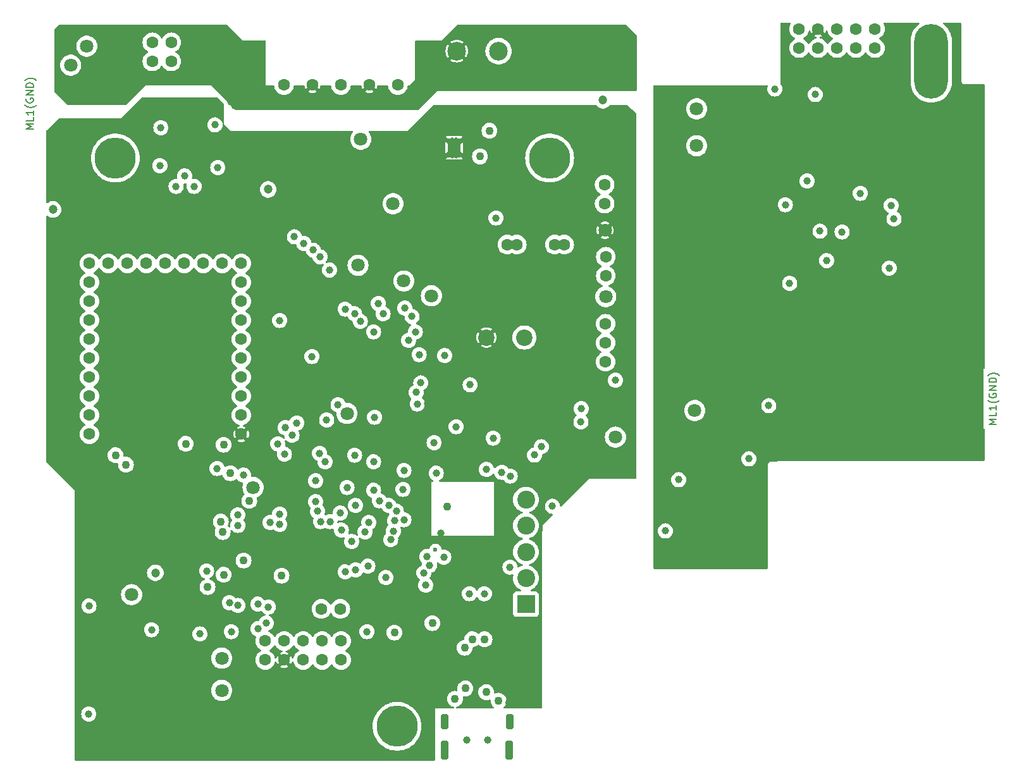
<source format=gbr>
%TF.GenerationSoftware,KiCad,Pcbnew,7.0.8*%
%TF.CreationDate,2024-06-17T23:50:33+02:00*%
%TF.ProjectId,Stima V4 Master,5374696d-6120-4563-9420-4d6173746572,rev?*%
%TF.SameCoordinates,Original*%
%TF.FileFunction,Copper,L3,Inr*%
%TF.FilePolarity,Positive*%
%FSLAX46Y46*%
G04 Gerber Fmt 4.6, Leading zero omitted, Abs format (unit mm)*
G04 Created by KiCad (PCBNEW 7.0.8) date 2024-06-17 23:50:33*
%MOMM*%
%LPD*%
G01*
G04 APERTURE LIST*
G04 Aperture macros list*
%AMRoundRect*
0 Rectangle with rounded corners*
0 $1 Rounding radius*
0 $2 $3 $4 $5 $6 $7 $8 $9 X,Y pos of 4 corners*
0 Add a 4 corners polygon primitive as box body*
4,1,4,$2,$3,$4,$5,$6,$7,$8,$9,$2,$3,0*
0 Add four circle primitives for the rounded corners*
1,1,$1+$1,$2,$3*
1,1,$1+$1,$4,$5*
1,1,$1+$1,$6,$7*
1,1,$1+$1,$8,$9*
0 Add four rect primitives between the rounded corners*
20,1,$1+$1,$2,$3,$4,$5,0*
20,1,$1+$1,$4,$5,$6,$7,0*
20,1,$1+$1,$6,$7,$8,$9,0*
20,1,$1+$1,$8,$9,$2,$3,0*%
G04 Aperture macros list end*
%ADD10C,0.150000*%
%TA.AperFunction,NonConductor*%
%ADD11C,0.150000*%
%TD*%
%TA.AperFunction,ComponentPad*%
%ADD12O,4.500000X10.000000*%
%TD*%
%TA.AperFunction,ComponentPad*%
%ADD13C,5.500000*%
%TD*%
%TA.AperFunction,ComponentPad*%
%ADD14C,1.800000*%
%TD*%
%TA.AperFunction,ComponentPad*%
%ADD15R,2.400000X2.400000*%
%TD*%
%TA.AperFunction,ComponentPad*%
%ADD16C,2.400000*%
%TD*%
%TA.AperFunction,ComponentPad*%
%ADD17C,1.600000*%
%TD*%
%TA.AperFunction,ComponentPad*%
%ADD18RoundRect,0.250000X-0.250000X0.750000X-0.250000X-0.750000X0.250000X-0.750000X0.250000X0.750000X0*%
%TD*%
%TA.AperFunction,ComponentPad*%
%ADD19RoundRect,0.250000X-0.250000X1.000000X-0.250000X-1.000000X0.250000X-1.000000X0.250000X1.000000X0*%
%TD*%
%TA.AperFunction,ComponentPad*%
%ADD20C,1.000000*%
%TD*%
%TA.AperFunction,ComponentPad*%
%ADD21C,0.600000*%
%TD*%
%TA.AperFunction,ComponentPad*%
%ADD22R,1.800000X2.600000*%
%TD*%
%TA.AperFunction,ComponentPad*%
%ADD23C,1.200000*%
%TD*%
%TA.AperFunction,ComponentPad*%
%ADD24C,2.200000*%
%TD*%
%TA.AperFunction,ComponentPad*%
%ADD25C,2.500000*%
%TD*%
%TA.AperFunction,ViaPad*%
%ADD26C,1.000000*%
%TD*%
%TA.AperFunction,ViaPad*%
%ADD27C,1.100000*%
%TD*%
%TA.AperFunction,ViaPad*%
%ADD28C,0.600000*%
%TD*%
%TA.AperFunction,ViaPad*%
%ADD29C,1.200000*%
%TD*%
G04 APERTURE END LIST*
D10*
D11*
X84032839Y-69820320D02*
X83032839Y-69820320D01*
X83032839Y-69820320D02*
X83747124Y-69486987D01*
X83747124Y-69486987D02*
X83032839Y-69153654D01*
X83032839Y-69153654D02*
X84032839Y-69153654D01*
X84032839Y-68201273D02*
X84032839Y-68677463D01*
X84032839Y-68677463D02*
X83032839Y-68677463D01*
X84032839Y-67344130D02*
X84032839Y-67915558D01*
X84032839Y-67629844D02*
X83032839Y-67629844D01*
X83032839Y-67629844D02*
X83175696Y-67725082D01*
X83175696Y-67725082D02*
X83270934Y-67820320D01*
X83270934Y-67820320D02*
X83318553Y-67915558D01*
X84413791Y-66629844D02*
X84366172Y-66677463D01*
X84366172Y-66677463D02*
X84223315Y-66772701D01*
X84223315Y-66772701D02*
X84128077Y-66820320D01*
X84128077Y-66820320D02*
X83985220Y-66867939D01*
X83985220Y-66867939D02*
X83747124Y-66915558D01*
X83747124Y-66915558D02*
X83556648Y-66915558D01*
X83556648Y-66915558D02*
X83318553Y-66867939D01*
X83318553Y-66867939D02*
X83175696Y-66820320D01*
X83175696Y-66820320D02*
X83080458Y-66772701D01*
X83080458Y-66772701D02*
X82937600Y-66677463D01*
X82937600Y-66677463D02*
X82889981Y-66629844D01*
X83080458Y-65725082D02*
X83032839Y-65820320D01*
X83032839Y-65820320D02*
X83032839Y-65963177D01*
X83032839Y-65963177D02*
X83080458Y-66106034D01*
X83080458Y-66106034D02*
X83175696Y-66201272D01*
X83175696Y-66201272D02*
X83270934Y-66248891D01*
X83270934Y-66248891D02*
X83461410Y-66296510D01*
X83461410Y-66296510D02*
X83604267Y-66296510D01*
X83604267Y-66296510D02*
X83794743Y-66248891D01*
X83794743Y-66248891D02*
X83889981Y-66201272D01*
X83889981Y-66201272D02*
X83985220Y-66106034D01*
X83985220Y-66106034D02*
X84032839Y-65963177D01*
X84032839Y-65963177D02*
X84032839Y-65867939D01*
X84032839Y-65867939D02*
X83985220Y-65725082D01*
X83985220Y-65725082D02*
X83937600Y-65677463D01*
X83937600Y-65677463D02*
X83604267Y-65677463D01*
X83604267Y-65677463D02*
X83604267Y-65867939D01*
X84032839Y-65248891D02*
X83032839Y-65248891D01*
X83032839Y-65248891D02*
X84032839Y-64677463D01*
X84032839Y-64677463D02*
X83032839Y-64677463D01*
X84032839Y-64201272D02*
X83032839Y-64201272D01*
X83032839Y-64201272D02*
X83032839Y-63963177D01*
X83032839Y-63963177D02*
X83080458Y-63820320D01*
X83080458Y-63820320D02*
X83175696Y-63725082D01*
X83175696Y-63725082D02*
X83270934Y-63677463D01*
X83270934Y-63677463D02*
X83461410Y-63629844D01*
X83461410Y-63629844D02*
X83604267Y-63629844D01*
X83604267Y-63629844D02*
X83794743Y-63677463D01*
X83794743Y-63677463D02*
X83889981Y-63725082D01*
X83889981Y-63725082D02*
X83985220Y-63820320D01*
X83985220Y-63820320D02*
X84032839Y-63963177D01*
X84032839Y-63963177D02*
X84032839Y-64201272D01*
X84413791Y-63296510D02*
X84366172Y-63248891D01*
X84366172Y-63248891D02*
X84223315Y-63153653D01*
X84223315Y-63153653D02*
X84128077Y-63106034D01*
X84128077Y-63106034D02*
X83985220Y-63058415D01*
X83985220Y-63058415D02*
X83747124Y-63010796D01*
X83747124Y-63010796D02*
X83556648Y-63010796D01*
X83556648Y-63010796D02*
X83318553Y-63058415D01*
X83318553Y-63058415D02*
X83175696Y-63106034D01*
X83175696Y-63106034D02*
X83080458Y-63153653D01*
X83080458Y-63153653D02*
X82937600Y-63248891D01*
X82937600Y-63248891D02*
X82889981Y-63296510D01*
D10*
D11*
X212937839Y-109317320D02*
X211937839Y-109317320D01*
X211937839Y-109317320D02*
X212652124Y-108983987D01*
X212652124Y-108983987D02*
X211937839Y-108650654D01*
X211937839Y-108650654D02*
X212937839Y-108650654D01*
X212937839Y-107698273D02*
X212937839Y-108174463D01*
X212937839Y-108174463D02*
X211937839Y-108174463D01*
X212937839Y-106841130D02*
X212937839Y-107412558D01*
X212937839Y-107126844D02*
X211937839Y-107126844D01*
X211937839Y-107126844D02*
X212080696Y-107222082D01*
X212080696Y-107222082D02*
X212175934Y-107317320D01*
X212175934Y-107317320D02*
X212223553Y-107412558D01*
X213318791Y-106126844D02*
X213271172Y-106174463D01*
X213271172Y-106174463D02*
X213128315Y-106269701D01*
X213128315Y-106269701D02*
X213033077Y-106317320D01*
X213033077Y-106317320D02*
X212890220Y-106364939D01*
X212890220Y-106364939D02*
X212652124Y-106412558D01*
X212652124Y-106412558D02*
X212461648Y-106412558D01*
X212461648Y-106412558D02*
X212223553Y-106364939D01*
X212223553Y-106364939D02*
X212080696Y-106317320D01*
X212080696Y-106317320D02*
X211985458Y-106269701D01*
X211985458Y-106269701D02*
X211842600Y-106174463D01*
X211842600Y-106174463D02*
X211794981Y-106126844D01*
X211985458Y-105222082D02*
X211937839Y-105317320D01*
X211937839Y-105317320D02*
X211937839Y-105460177D01*
X211937839Y-105460177D02*
X211985458Y-105603034D01*
X211985458Y-105603034D02*
X212080696Y-105698272D01*
X212080696Y-105698272D02*
X212175934Y-105745891D01*
X212175934Y-105745891D02*
X212366410Y-105793510D01*
X212366410Y-105793510D02*
X212509267Y-105793510D01*
X212509267Y-105793510D02*
X212699743Y-105745891D01*
X212699743Y-105745891D02*
X212794981Y-105698272D01*
X212794981Y-105698272D02*
X212890220Y-105603034D01*
X212890220Y-105603034D02*
X212937839Y-105460177D01*
X212937839Y-105460177D02*
X212937839Y-105364939D01*
X212937839Y-105364939D02*
X212890220Y-105222082D01*
X212890220Y-105222082D02*
X212842600Y-105174463D01*
X212842600Y-105174463D02*
X212509267Y-105174463D01*
X212509267Y-105174463D02*
X212509267Y-105364939D01*
X212937839Y-104745891D02*
X211937839Y-104745891D01*
X211937839Y-104745891D02*
X212937839Y-104174463D01*
X212937839Y-104174463D02*
X211937839Y-104174463D01*
X212937839Y-103698272D02*
X211937839Y-103698272D01*
X211937839Y-103698272D02*
X211937839Y-103460177D01*
X211937839Y-103460177D02*
X211985458Y-103317320D01*
X211985458Y-103317320D02*
X212080696Y-103222082D01*
X212080696Y-103222082D02*
X212175934Y-103174463D01*
X212175934Y-103174463D02*
X212366410Y-103126844D01*
X212366410Y-103126844D02*
X212509267Y-103126844D01*
X212509267Y-103126844D02*
X212699743Y-103174463D01*
X212699743Y-103174463D02*
X212794981Y-103222082D01*
X212794981Y-103222082D02*
X212890220Y-103317320D01*
X212890220Y-103317320D02*
X212937839Y-103460177D01*
X212937839Y-103460177D02*
X212937839Y-103698272D01*
X213318791Y-102793510D02*
X213271172Y-102745891D01*
X213271172Y-102745891D02*
X213128315Y-102650653D01*
X213128315Y-102650653D02*
X213033077Y-102603034D01*
X213033077Y-102603034D02*
X212890220Y-102555415D01*
X212890220Y-102555415D02*
X212652124Y-102507796D01*
X212652124Y-102507796D02*
X212461648Y-102507796D01*
X212461648Y-102507796D02*
X212223553Y-102555415D01*
X212223553Y-102555415D02*
X212080696Y-102603034D01*
X212080696Y-102603034D02*
X211985458Y-102650653D01*
X211985458Y-102650653D02*
X211842600Y-102745891D01*
X211842600Y-102745891D02*
X211794981Y-102793510D01*
D12*
%TO.N,unconnected-(A3-A-Pad1)*%
%TO.C,A3*%
X204203900Y-60769980D03*
%TD*%
D13*
%TO.N,unconnected-(A4-A-Pad1)*%
%TO.C,A4*%
X94983180Y-73698100D03*
%TD*%
%TO.N,unconnected-(A1-A-Pad1)*%
%TO.C,A1*%
X153124020Y-73698100D03*
%TD*%
%TO.N,unconnected-(A2-A-Pad1)*%
%TO.C,A2*%
X132702180Y-149771100D03*
%TD*%
D14*
%TO.N,GND*%
%TO.C,GND1*%
X160541790Y-83363940D03*
%TD*%
%TO.N,PB14{slash}I2C2_SDA*%
%TO.C,TP9*%
X109233790Y-144958940D03*
%TD*%
D15*
%TO.N,Net-(FIL4-Pad2)*%
%TO.C,J5*%
X149950380Y-133411900D03*
D16*
%TO.N,Net-(FIL2-Pad2)*%
X149950380Y-129911900D03*
%TO.N,Net-(FIL5-Pad2)*%
X149950380Y-126411900D03*
%TO.N,Net-(FIL3-Pad2)*%
X149950380Y-122911900D03*
%TO.N,EGND*%
X149950380Y-119411900D03*
%TD*%
D17*
%TO.N,/Stima V4 Master_Can_RS232/USART2_RX*%
%TO.C,JP3*%
X160617260Y-95872300D03*
%TO.N,PD6{slash}232_RX*%
X160617260Y-98412300D03*
%TO.N,Net-(U9-RO1)*%
X160617260Y-100952300D03*
%TD*%
D14*
%TO.N,Net-(U1A-PE10)*%
%TO.C,TP7*%
X125997790Y-107874940D03*
%TD*%
D17*
%TO.N,+5V*%
%TO.C,J7*%
X115049180Y-140881100D03*
%TO.N,PB10{slash}I2C2_SCL*%
X115049180Y-138341100D03*
%TO.N,GND*%
X117589180Y-140881100D03*
%TO.N,PB14{slash}I2C2_SDA*%
X117589180Y-138341100D03*
%TO.N,ENC_A*%
X120129180Y-140881100D03*
%TO.N,-RES_DISP*%
X120129180Y-138341100D03*
%TO.N,ENC_B*%
X122669180Y-140881100D03*
%TO.N,unconnected-(J7-Pad8)*%
X122669180Y-138341100D03*
%TO.N,KEY1*%
X125209180Y-140881100D03*
%TO.N,EN+5VE*%
X125209180Y-138341100D03*
%TD*%
D14*
%TO.N,Net-(U1A-PA8)*%
%TO.C,MCO1*%
X113424790Y-117780940D03*
%TD*%
D18*
%TO.N,*%
%TO.C,J6*%
X139101780Y-149110700D03*
D19*
X139101780Y-152920700D03*
D20*
X142021580Y-151625300D03*
X144816780Y-151625300D03*
D19*
X147737780Y-152920700D03*
D18*
X147763180Y-149110700D03*
%TD*%
D21*
%TO.N,GND*%
%TO.C,U12*%
X139840980Y-71417500D03*
X139840980Y-72306500D03*
X139840980Y-73195500D03*
X140348980Y-71417500D03*
D22*
X140348980Y-72306500D03*
D21*
X140348980Y-73195500D03*
X140856980Y-71417500D03*
X140856980Y-72306500D03*
X140856980Y-73195500D03*
%TD*%
D14*
%TO.N,BUZZER*%
%TO.C,TP2*%
X137300790Y-92126940D03*
%TD*%
D17*
%TO.N,Net-(JP2-Pad1)*%
%TO.C,JP2*%
X102476180Y-60742500D03*
%TO.N,/Stima V4 Master_Can_RS232/CANL*%
X99936180Y-60742500D03*
%TD*%
D14*
%TO.N,+3V3D*%
%TO.C,+3V3D1*%
X172809020Y-67094100D03*
%TD*%
%TO.N,PB10{slash}I2C2_SCL*%
%TO.C,TP8*%
X109233790Y-140640940D03*
%TD*%
%TO.N,+3V3SDC*%
%TO.C,+3V3SDC1*%
X97168790Y-132131940D03*
%TD*%
%TO.N,PD6{slash}232_RX*%
%TO.C,TP6*%
X160642180Y-92240100D03*
%TD*%
D23*
%TO.N,Net-(DL1-K)*%
%TO.C,J8*%
X160261180Y-65951100D03*
%TD*%
D14*
%TO.N,CAN1_RX*%
%TO.C,TP4*%
X91173180Y-58712100D03*
%TD*%
%TO.N,+5V*%
%TO.C,+5V1*%
X132169020Y-79794100D03*
%TD*%
D17*
%TO.N,Net-(BATT1-Pad1)*%
%TO.C,BATT1*%
X160642180Y-89446100D03*
%TO.N,Net-(U1B-VBAT)*%
X160642180Y-86906100D03*
%TD*%
%TO.N,+5V*%
%TO.C,BZ1*%
X155080780Y-85268940D03*
X153810780Y-85268940D03*
%TO.N,Net-(BZ1--)*%
X148730780Y-85268940D03*
X147460780Y-85268940D03*
%TD*%
D14*
%TO.N,/Stima V4 Master_Display&SDC/+12VD*%
%TO.C,+12VD1*%
X172809020Y-72047100D03*
%TD*%
%TO.N,CAN1_TX*%
%TO.C,TP3*%
X89014180Y-61252100D03*
%TD*%
D17*
%TO.N,+5V*%
%TO.C,JP4*%
X160490020Y-79794100D03*
%TO.N,Net-(JP4-Pad2)*%
X160490020Y-77254100D03*
%TD*%
%TO.N,/Stima V4 Master_Can_RS232/CANH*%
%TO.C,JP1*%
X99936180Y-58204100D03*
%TO.N,Net-(JP1-Pad2)*%
X102476180Y-58204100D03*
%TD*%
D24*
%TO.N,Net-(C15-Pad1)*%
%TO.C,C15*%
X149746790Y-97714940D03*
%TO.N,GND*%
X144666710Y-97715020D03*
%TD*%
D25*
%TO.N,Net-(D1-A)*%
%TO.C,J9*%
X146291900Y-59372980D03*
%TO.N,EGND*%
X140703900Y-59372980D03*
%TD*%
D17*
%TO.N,+5V*%
%TO.C,U8*%
X91529020Y-110655100D03*
%TO.N,+3V3*%
X91529020Y-108115100D03*
%TO.N,SPI1_NSS*%
X91529020Y-105575100D03*
%TO.N,UPIN27_D8*%
X91529020Y-103035100D03*
%TO.N,UPIN27_D9*%
X91529020Y-100495100D03*
%TO.N,UPIN27_D10*%
X91529020Y-97955100D03*
%TO.N,SPI1_MOSI*%
X91529020Y-95415100D03*
%TO.N,SPI1_MISO*%
X91529020Y-92875100D03*
%TO.N,SPI1_CLK*%
X91529020Y-90335100D03*
%TO.N,unconnected-(U8-REF-Pad10)*%
X91529020Y-87795100D03*
%TO.N,UPIN27_PC4*%
X94069020Y-87795100D03*
%TO.N,UPIN27_PC0*%
X96609020Y-87795100D03*
%TO.N,UPIN27_PC3*%
X99149020Y-87795100D03*
%TO.N,unconnected-(U8-A3-Pad14)*%
X101689020Y-87795100D03*
%TO.N,I2C1_SDA*%
X104229020Y-87795100D03*
%TO.N,I2C1_SCL*%
X106769020Y-87795100D03*
%TO.N,unconnected-(U8-A6-Pad17)*%
X109309020Y-87795100D03*
%TO.N,unconnected-(U8-A7-Pad18)*%
X111849020Y-87795100D03*
%TO.N,/Stima V4 Master_Can_RS232/USART2_RX*%
X111849020Y-90335100D03*
%TO.N,PD5{slash}232_TX*%
X111849020Y-92875100D03*
%TO.N,USART1_RX*%
X111849020Y-95415100D03*
%TO.N,USART1_TX*%
X111849020Y-97955100D03*
%TO.N,UPIN27_D4*%
X111849020Y-100495100D03*
%TO.N,UPIN27_D5*%
X111849020Y-103035100D03*
%TO.N,UPIN27_D6*%
X111849020Y-105575100D03*
%TO.N,/Stima V4 Master_Can_RS232/RST*%
X111849020Y-108115100D03*
%TO.N,GND*%
X111849020Y-110655100D03*
%TD*%
D14*
%TO.N,+3V3*%
%TO.C,+3V3*%
X133603950Y-90146710D03*
%TD*%
D17*
%TO.N,Net-(U1B-PH3{slash}BOOT0)*%
%TO.C,BOOT1*%
X125108790Y-134036940D03*
%TO.N,+3V3*%
X122568790Y-134036940D03*
%TD*%
D14*
%TO.N,Net-(D2-K)*%
%TO.C,+5VM1*%
X127470020Y-88049100D03*
%TD*%
D17*
%TO.N,+5V*%
%TO.C,J7'1*%
X186525020Y-56426100D03*
%TO.N,PB10{slash}I2C2_SCL*%
X186525020Y-58966100D03*
%TO.N,GND*%
X189065020Y-56426100D03*
%TO.N,PB14{slash}I2C2_SDA*%
X189065020Y-58966100D03*
%TO.N,ENC_A*%
X191605020Y-56426100D03*
%TO.N,-RES_DISP*%
X191605020Y-58966100D03*
%TO.N,ENC_B*%
X194145020Y-56426100D03*
%TO.N,unconnected-(J7'1-Pad8)*%
X194145020Y-58966100D03*
%TO.N,KEY1*%
X196685020Y-56426100D03*
%TO.N,EN+5VE*%
X196685020Y-58966100D03*
%TD*%
D14*
%TO.N,PD5{slash}232_TX*%
%TO.C,TP5*%
X161938790Y-111049940D03*
%TD*%
%TO.N,EN+5VE*%
%TO.C,TP1*%
X172555020Y-107480100D03*
%TD*%
D17*
%TO.N,/Stima V4 Master_Can_RS232/CANL*%
%TO.C,J4*%
X132804020Y-63919100D03*
%TO.N,EGND*%
X128994020Y-63919100D03*
%TO.N,+AL*%
X125184020Y-63919100D03*
%TO.N,EGND*%
X121374020Y-63919100D03*
%TO.N,/Stima V4 Master_Can_RS232/CANH*%
X117564020Y-63919100D03*
%TD*%
D14*
%TO.N,+12V*%
%TO.C,+12V1*%
X127851020Y-71158100D03*
%TD*%
D26*
%TO.N,SDMMC1_CK*%
X123076790Y-114351940D03*
X123711790Y-122352940D03*
%TO.N,GND*%
X191656790Y-74981940D03*
X186398020Y-93637100D03*
D27*
X127648790Y-133401940D03*
D26*
X183020790Y-72568940D03*
D27*
X140626980Y-79438500D03*
D26*
X142481180Y-68491100D03*
X178905020Y-127546100D03*
D27*
X137832980Y-75120500D03*
X143293980Y-75120500D03*
X137832980Y-79438500D03*
D26*
X161938790Y-107620940D03*
X97676790Y-136830940D03*
D27*
X139407780Y-120383300D03*
D26*
X108318180Y-66586100D03*
X136766180Y-106591100D03*
X141745790Y-125527940D03*
X188684020Y-81318100D03*
X101474020Y-77481490D03*
D27*
X142380790Y-115748940D03*
D26*
X133998790Y-133020940D03*
X189878790Y-70155940D03*
D27*
X108217790Y-138735940D03*
D26*
X140449180Y-70013500D03*
D27*
X114567790Y-129591940D03*
D26*
X121298790Y-106858940D03*
D27*
X135559990Y-86311310D03*
X94501790Y-136322940D03*
X100216790Y-110922940D03*
X147688180Y-146596100D03*
D26*
X178778020Y-109004100D03*
X138570790Y-123876940D03*
X103506020Y-68591490D03*
X119393790Y-98857940D03*
X146545900Y-108648980D03*
X136665790Y-96952940D03*
X99555180Y-68364100D03*
X142888790Y-92126940D03*
X91199790Y-131496940D03*
X168618020Y-126149100D03*
X140576180Y-68491100D03*
X142354180Y-69761100D03*
D27*
X109106790Y-117526940D03*
D26*
X182461020Y-88811100D03*
D27*
X91046180Y-153327100D03*
D26*
X146698790Y-141656940D03*
D27*
X138697790Y-142037940D03*
X121195980Y-76263500D03*
X140626980Y-75120500D03*
D26*
X138671180Y-68491100D03*
D27*
X143293980Y-79438500D03*
D28*
X128766780Y-83729500D03*
X126328380Y-85202700D03*
D27*
X110629580Y-153809700D03*
D26*
X199225020Y-89827100D03*
X107189020Y-77481490D03*
%TO.N,EGND*%
X110985180Y-66713100D03*
X110477180Y-66205100D03*
X94856180Y-60236100D03*
D27*
%TO.N,-RESET*%
X110376790Y-115875940D03*
D26*
X129553790Y-118161940D03*
X129553790Y-114351940D03*
D27*
X109487790Y-112065940D03*
D26*
X131204790Y-129845940D03*
%TO.N,+12V*%
X108318180Y-69253100D03*
%TO.N,+5V*%
X194704790Y-78410940D03*
D29*
X86627790Y-80569940D03*
D26*
X103125020Y-77481490D03*
D29*
X115430180Y-77889100D03*
D26*
X145936790Y-81712940D03*
D29*
X100343790Y-129210940D03*
D26*
X183274790Y-64440940D03*
%TO.N,+3V3*%
X139078790Y-100127940D03*
X119266790Y-109144940D03*
D27*
X132347790Y-137211940D03*
D26*
X161938790Y-103429940D03*
X115710790Y-122479940D03*
D27*
X117234790Y-129591940D03*
D26*
X107201790Y-128956940D03*
X121298790Y-100254940D03*
D27*
X104407790Y-111938940D03*
D26*
X135395790Y-106604940D03*
X145555790Y-111176940D03*
X105538020Y-77481490D03*
D28*
X137834580Y-126122100D03*
D26*
X136538790Y-130861940D03*
X137935790Y-115875940D03*
%TO.N,+3V3D*%
X199225020Y-81826100D03*
X192279020Y-83577490D03*
D27*
%TO.N,3V3USB*%
X137427790Y-135941940D03*
X112154790Y-127559940D03*
D26*
%TO.N,EN+5VE*%
X188684020Y-65189100D03*
X132347790Y-122225940D03*
X187592790Y-76759940D03*
X182461020Y-106845100D03*
%TO.N,ENC_A*%
X131839790Y-124765940D03*
X170396020Y-116751100D03*
%TO.N,ENC_B*%
X179794020Y-113957100D03*
X132220790Y-123622940D03*
%TO.N,KEY1*%
X133617790Y-122098940D03*
X168618020Y-123609100D03*
X128664790Y-137084940D03*
%TO.N,SDMMC1_D3*%
X122314790Y-113208940D03*
X115202790Y-135941940D03*
X115456790Y-133782940D03*
X122441790Y-122352940D03*
%TO.N,SDMMC1_D0*%
X111392790Y-122860940D03*
X121806790Y-119685940D03*
X111392790Y-133592440D03*
%TO.N,+3V3SDC*%
X99835790Y-136830940D03*
X106312790Y-137402440D03*
X91453790Y-133655940D03*
%TO.N,/Stima V4 Master_Display&SDC/+12VD*%
X185255020Y-90462100D03*
X198590020Y-88430100D03*
X184671790Y-79934940D03*
%TO.N,Net-(U1B-VBAT)*%
X138951790Y-127115440D03*
D27*
%TO.N,Net-(FIL7-VBUS{slash}ID)*%
X144412790Y-138100940D03*
X146291180Y-146342100D03*
X140449180Y-146088100D03*
%TO.N,Net-(U12-BIAS)*%
X143801980Y-73469500D03*
X145071980Y-70040500D03*
D26*
%TO.N,-RES_DISP*%
X198844020Y-80048100D03*
X118631790Y-110795940D03*
%TO.N,PB10{slash}I2C2_SCL*%
X189319020Y-83477100D03*
X116726790Y-111938940D03*
%TO.N,PB14{slash}I2C2_SDA*%
X117615790Y-113335940D03*
X117742790Y-109779940D03*
X190208020Y-87414100D03*
%TO.N,Net-(U9-DO1)*%
X142380790Y-132004940D03*
X157366790Y-107239940D03*
%TO.N,Net-(U9-DO2)*%
X152006900Y-112331980D03*
X153505020Y-120307100D03*
%TO.N,Net-(U9-RIN1)*%
X157315020Y-109004100D03*
X144386900Y-132016980D03*
%TO.N,Net-(U9-RIN2)*%
X147815900Y-128460980D03*
X151092020Y-113449100D03*
%TO.N,SD_DTC*%
X110503790Y-137084940D03*
X91427180Y-148120100D03*
X108598790Y-115240940D03*
%TO.N,SDMMC1_D2*%
X114059790Y-133401940D03*
X114059790Y-136703940D03*
%TO.N,SDMMC1_D1*%
X112154790Y-116129940D03*
X110249790Y-133211440D03*
D27*
%TO.N,Net-(FIL7-IN1-)*%
X141846180Y-144691100D03*
X144640180Y-145199100D03*
D26*
%TO.N,PA11{slash}USB_DM*%
X116980790Y-121336940D03*
D27*
X142761790Y-138100940D03*
D26*
%TO.N,PA12{slash}USB_DP*%
X116980790Y-122733940D03*
D27*
X141745790Y-139243940D03*
D26*
%TO.N,/Stima V4 Master_Cpu/PB3{slash}SWO*%
X111392790Y-121463940D03*
X127140790Y-120193940D03*
D27*
%TO.N,/Stima V4 Master_Cpu/USART4_TX*%
X109106790Y-122352940D03*
D26*
X125997790Y-117780940D03*
D27*
%TO.N,/Stima V4 Master_Cpu/PA14{slash}SWCLK*%
X109487790Y-129464940D03*
X109360790Y-123749940D03*
%TO.N,/Stima V4 Master_Cpu/USART4_RX*%
X112916790Y-119558940D03*
D26*
X121806790Y-116891940D03*
%TO.N,PD6{slash}232_RX*%
X136665790Y-127051940D03*
X142481180Y-104051100D03*
X128791790Y-128321940D03*
%TO.N,BUZZER*%
X140602790Y-109652940D03*
%TO.N,/Stima V4 Master_Cpu/PA2{slash}F_-CS*%
X135649790Y-100000940D03*
X137655180Y-111798100D03*
%TO.N,CAN1_TX*%
X120231020Y-85128100D03*
X100952180Y-74714100D03*
X125235790Y-123495940D03*
%TO.N,CAN1_RX*%
X121501020Y-86017100D03*
X104268020Y-76084490D03*
X125108790Y-121209940D03*
%TO.N,PD5{slash}232_TX*%
X126632790Y-125019940D03*
X144666790Y-115367940D03*
X125743790Y-93904940D03*
X127013790Y-113462940D03*
%TO.N,UPIN27_PC0*%
X133744790Y-93777940D03*
X133490790Y-118034940D03*
%TO.N,UPIN27_PC3*%
X133617790Y-115494940D03*
X134709020Y-94907100D03*
%TO.N,SPI1_NSS*%
X135242180Y-105067100D03*
X134252790Y-98095940D03*
%TO.N,SPI1_CLK*%
X135877180Y-103797100D03*
X135141790Y-96952940D03*
%TO.N,UPIN27_PC4*%
X123660020Y-88684100D03*
X129680790Y-108382940D03*
%TO.N,EN_CAN*%
X122390020Y-86906100D03*
X108699180Y-74968100D03*
X124803020Y-106718100D03*
%TO.N,STB_CAN*%
X101079180Y-69634100D03*
X123279020Y-108750100D03*
X118961020Y-84239100D03*
D27*
%TO.N,UPIN27_D8*%
X95009790Y-113462940D03*
%TO.N,UPIN27_D9*%
X96406790Y-114732940D03*
D26*
%TO.N,USART1_RX*%
X122060790Y-120955940D03*
X116980790Y-95428940D03*
D27*
%TO.N,UPIN27_D10*%
X107328790Y-131115940D03*
D26*
%TO.N,PD3{slash}232_CTS*%
X136284790Y-129210940D03*
X147841790Y-116256940D03*
X125743790Y-129083940D03*
%TO.N,PD4{slash}232_RTS*%
X146698790Y-115748940D03*
X127140790Y-128829940D03*
X137046790Y-128194940D03*
%TO.N,SPI1_MISO*%
X128410790Y-123749940D03*
X127013790Y-94539940D03*
%TO.N,SPI1_MOSI*%
X127775790Y-95555940D03*
X128918790Y-122479940D03*
%TO.N,USART1_TX*%
X129553790Y-96952940D03*
X130315790Y-119558940D03*
%TO.N,I2C1_SDA*%
X130188790Y-93142940D03*
X131585790Y-120193940D03*
%TO.N,I2C1_SCL*%
X130823790Y-94539940D03*
X132601790Y-120955940D03*
%TD*%
%TA.AperFunction,Conductor*%
%TO.N,GND*%
G36*
X116387044Y-138903378D02*
G01*
X116431562Y-138954755D01*
X116445809Y-138985309D01*
X116451657Y-138997849D01*
X116582982Y-139185400D01*
X116744880Y-139347298D01*
X116932431Y-139478623D01*
X117057271Y-139536836D01*
X117139930Y-139575381D01*
X117139932Y-139575381D01*
X117139937Y-139575384D01*
X117316633Y-139622730D01*
X117376293Y-139659094D01*
X117406822Y-139721941D01*
X117398527Y-139791316D01*
X117354042Y-139845194D01*
X117320535Y-139861164D01*
X117183878Y-139902619D01*
X117040754Y-139979120D01*
X117456647Y-140395013D01*
X117446865Y-140396420D01*
X117316080Y-140456148D01*
X117207419Y-140550302D01*
X117129687Y-140671256D01*
X117106102Y-140751576D01*
X116687200Y-140332674D01*
X116610699Y-140475798D01*
X116569244Y-140612455D01*
X116530947Y-140670893D01*
X116467134Y-140699350D01*
X116398067Y-140688789D01*
X116345674Y-140642564D01*
X116330810Y-140608555D01*
X116283464Y-140431857D01*
X116186703Y-140224351D01*
X116055378Y-140036800D01*
X115893480Y-139874902D01*
X115705929Y-139743577D01*
X115662835Y-139723482D01*
X115610395Y-139677310D01*
X115591243Y-139610117D01*
X115611458Y-139543236D01*
X115662835Y-139498718D01*
X115666062Y-139497212D01*
X115705929Y-139478623D01*
X115893480Y-139347298D01*
X116055378Y-139185400D01*
X116186703Y-138997849D01*
X116206798Y-138954755D01*
X116252970Y-138902315D01*
X116320163Y-138883163D01*
X116387044Y-138903378D01*
G37*
%TD.AperFunction*%
%TA.AperFunction,Conductor*%
G36*
X118927044Y-138903378D02*
G01*
X118971562Y-138954755D01*
X118985809Y-138985309D01*
X118991657Y-138997849D01*
X119122982Y-139185400D01*
X119284880Y-139347298D01*
X119472431Y-139478623D01*
X119515525Y-139498718D01*
X119567964Y-139544891D01*
X119587116Y-139612084D01*
X119566900Y-139678965D01*
X119515525Y-139723482D01*
X119472431Y-139743576D01*
X119359193Y-139822867D01*
X119284880Y-139874902D01*
X119284878Y-139874903D01*
X119284875Y-139874906D01*
X119122986Y-140036795D01*
X118991656Y-140224352D01*
X118991655Y-140224354D01*
X118894898Y-140431850D01*
X118894894Y-140431862D01*
X118847550Y-140608553D01*
X118811185Y-140668213D01*
X118748338Y-140698742D01*
X118678962Y-140690447D01*
X118625084Y-140645962D01*
X118609114Y-140612454D01*
X118567659Y-140475797D01*
X118491158Y-140332674D01*
X118072256Y-140751575D01*
X118048673Y-140671256D01*
X117970941Y-140550302D01*
X117862280Y-140456148D01*
X117731495Y-140396420D01*
X117721712Y-140395013D01*
X118137604Y-139979121D01*
X117994479Y-139902618D01*
X117857824Y-139861164D01*
X117799386Y-139822867D01*
X117770929Y-139759054D01*
X117781490Y-139689987D01*
X117827715Y-139637594D01*
X117861721Y-139622731D01*
X118038423Y-139575384D01*
X118245929Y-139478623D01*
X118433480Y-139347298D01*
X118595378Y-139185400D01*
X118726703Y-138997849D01*
X118746798Y-138954755D01*
X118792970Y-138902315D01*
X118860163Y-138883163D01*
X118927044Y-138903378D01*
G37*
%TD.AperFunction*%
%TA.AperFunction,Conductor*%
G36*
X108689697Y-65604785D02*
G01*
X108710339Y-65621419D01*
X109457629Y-66368709D01*
X109488609Y-66420394D01*
X109540940Y-66592907D01*
X109548378Y-66606821D01*
X109563020Y-66665275D01*
X109563020Y-69079074D01*
X109549264Y-69125920D01*
X109554905Y-69132985D01*
X110452020Y-70030100D01*
X126692285Y-70030100D01*
X126759324Y-70049785D01*
X126805079Y-70102589D01*
X126815023Y-70171747D01*
X126785998Y-70235303D01*
X126783515Y-70238083D01*
X126735703Y-70290019D01*
X126608035Y-70485431D01*
X126514271Y-70699192D01*
X126456968Y-70925477D01*
X126437693Y-71158094D01*
X126437693Y-71158105D01*
X126456968Y-71390722D01*
X126514271Y-71617007D01*
X126608035Y-71830768D01*
X126735706Y-72026184D01*
X126893796Y-72197914D01*
X126893800Y-72197918D01*
X127078003Y-72341290D01*
X127078005Y-72341291D01*
X127078008Y-72341293D01*
X127157192Y-72384145D01*
X127283293Y-72452387D01*
X127383656Y-72486842D01*
X127504065Y-72528179D01*
X127504067Y-72528179D01*
X127504069Y-72528180D01*
X127734308Y-72566600D01*
X127734309Y-72566600D01*
X127967731Y-72566600D01*
X127967732Y-72566600D01*
X128197971Y-72528180D01*
X128418747Y-72452387D01*
X128624037Y-72341290D01*
X128808240Y-72197918D01*
X128966334Y-72026183D01*
X129094004Y-71830769D01*
X129187769Y-71617007D01*
X129215867Y-71506052D01*
X139194980Y-71506052D01*
X139194980Y-73106946D01*
X139550927Y-72751000D01*
X140258033Y-72751000D01*
X140348980Y-72841947D01*
X140439927Y-72751000D01*
X140348980Y-72660053D01*
X140258033Y-72751000D01*
X139550927Y-72751000D01*
X139845427Y-72456500D01*
X139860726Y-72456500D01*
X139918625Y-72440986D01*
X139975466Y-72384146D01*
X139996271Y-72306500D01*
X140193689Y-72306500D01*
X140214494Y-72384145D01*
X140271335Y-72440986D01*
X140329234Y-72456500D01*
X140368726Y-72456500D01*
X140426625Y-72440986D01*
X140483466Y-72384146D01*
X140504271Y-72306500D01*
X140701689Y-72306500D01*
X140722494Y-72384145D01*
X140779335Y-72440986D01*
X140837234Y-72456500D01*
X140852533Y-72456500D01*
X141502978Y-73106946D01*
X141502979Y-73106945D01*
X141502979Y-71506053D01*
X141502978Y-71506052D01*
X140852532Y-72156500D01*
X140837234Y-72156500D01*
X140779335Y-72172014D01*
X140722494Y-72228854D01*
X140701689Y-72306500D01*
X140504271Y-72306500D01*
X140483466Y-72228855D01*
X140426625Y-72172014D01*
X140368726Y-72156500D01*
X140329234Y-72156500D01*
X140271335Y-72172014D01*
X140214494Y-72228854D01*
X140193689Y-72306500D01*
X139996271Y-72306500D01*
X139975466Y-72228855D01*
X139918625Y-72172014D01*
X139860726Y-72156500D01*
X139845428Y-72156500D01*
X139550928Y-71862000D01*
X140258033Y-71862000D01*
X140348980Y-71952947D01*
X140439927Y-71862000D01*
X140348980Y-71771053D01*
X140258033Y-71862000D01*
X139550928Y-71862000D01*
X139194980Y-71506052D01*
X129215867Y-71506052D01*
X129238291Y-71417500D01*
X139685689Y-71417500D01*
X139706494Y-71495145D01*
X139763335Y-71551986D01*
X139821234Y-71567500D01*
X139860726Y-71567500D01*
X139918625Y-71551986D01*
X139975466Y-71495146D01*
X139996271Y-71417500D01*
X140193689Y-71417500D01*
X140214494Y-71495145D01*
X140271335Y-71551986D01*
X140329234Y-71567500D01*
X140368726Y-71567500D01*
X140426625Y-71551986D01*
X140483466Y-71495146D01*
X140504271Y-71417500D01*
X140701689Y-71417500D01*
X140722494Y-71495145D01*
X140779335Y-71551986D01*
X140837234Y-71567500D01*
X140876726Y-71567500D01*
X140934625Y-71551986D01*
X140991466Y-71495146D01*
X141012271Y-71417500D01*
X140991466Y-71339855D01*
X140934625Y-71283014D01*
X140876726Y-71267500D01*
X140837234Y-71267500D01*
X140779335Y-71283014D01*
X140722494Y-71339854D01*
X140701689Y-71417500D01*
X140504271Y-71417500D01*
X140483466Y-71339855D01*
X140426625Y-71283014D01*
X140368726Y-71267500D01*
X140329234Y-71267500D01*
X140271335Y-71283014D01*
X140214494Y-71339854D01*
X140193689Y-71417500D01*
X139996271Y-71417500D01*
X139975466Y-71339855D01*
X139918625Y-71283014D01*
X139860726Y-71267500D01*
X139821234Y-71267500D01*
X139763335Y-71283014D01*
X139706494Y-71339854D01*
X139685689Y-71417500D01*
X129238291Y-71417500D01*
X129245071Y-71390726D01*
X129255282Y-71267500D01*
X129264347Y-71158105D01*
X129264347Y-71158094D01*
X129245071Y-70925477D01*
X129245071Y-70925474D01*
X129226267Y-70851218D01*
X139247251Y-70851218D01*
X139650480Y-71254447D01*
X140007299Y-70897628D01*
X140068622Y-70864143D01*
X140138314Y-70869127D01*
X140182661Y-70897628D01*
X140348980Y-71063947D01*
X140515299Y-70897628D01*
X140576622Y-70864143D01*
X140646314Y-70869127D01*
X140690661Y-70897628D01*
X141047480Y-71254447D01*
X141047481Y-71254447D01*
X141450707Y-70851218D01*
X141450708Y-70851216D01*
X141432105Y-70823377D01*
X141432104Y-70823376D01*
X141348084Y-70767236D01*
X141348083Y-70767235D01*
X141273999Y-70752500D01*
X139423965Y-70752500D01*
X139349873Y-70767237D01*
X139349870Y-70767238D01*
X139265857Y-70823374D01*
X139265854Y-70823378D01*
X139247251Y-70851217D01*
X139247251Y-70851218D01*
X129226267Y-70851218D01*
X129187769Y-70699193D01*
X129094004Y-70485431D01*
X129064061Y-70439600D01*
X128966336Y-70290019D01*
X128918525Y-70238083D01*
X128887603Y-70175429D01*
X128895463Y-70106002D01*
X128939610Y-70051847D01*
X128974355Y-70040500D01*
X144008358Y-70040500D01*
X144028794Y-70248000D01*
X144059058Y-70347766D01*
X144086915Y-70439600D01*
X144089322Y-70447533D01*
X144187613Y-70631420D01*
X144319885Y-70792594D01*
X144481059Y-70924866D01*
X144481063Y-70924869D01*
X144664949Y-71023159D01*
X144864478Y-71083685D01*
X145071980Y-71104122D01*
X145279482Y-71083685D01*
X145479011Y-71023159D01*
X145662897Y-70924869D01*
X145824074Y-70792594D01*
X145956349Y-70631417D01*
X146054639Y-70447531D01*
X146115165Y-70248002D01*
X146135602Y-70040500D01*
X146115165Y-69832998D01*
X146054639Y-69633469D01*
X145956349Y-69449583D01*
X145945529Y-69436399D01*
X145824074Y-69288405D01*
X145662900Y-69156133D01*
X145662898Y-69156132D01*
X145662897Y-69156131D01*
X145506283Y-69072418D01*
X145479013Y-69057842D01*
X145479012Y-69057841D01*
X145479011Y-69057841D01*
X145379246Y-69027578D01*
X145279480Y-68997314D01*
X145071980Y-68976878D01*
X144864479Y-68997314D01*
X144664946Y-69057842D01*
X144481059Y-69156133D01*
X144319885Y-69288405D01*
X144187613Y-69449579D01*
X144089322Y-69633466D01*
X144028794Y-69832999D01*
X144008358Y-70040500D01*
X128974355Y-70040500D01*
X129006028Y-70030156D01*
X129009755Y-70030100D01*
X134074020Y-70030100D01*
X137466701Y-66637419D01*
X137528024Y-66603934D01*
X137554382Y-66601100D01*
X159301225Y-66601100D01*
X159368264Y-66620785D01*
X159400178Y-66650372D01*
X159411432Y-66665275D01*
X159438480Y-66701093D01*
X159569084Y-66820153D01*
X159590298Y-66839492D01*
X159764962Y-66947640D01*
X159956525Y-67021851D01*
X160158462Y-67059600D01*
X160158464Y-67059600D01*
X160363896Y-67059600D01*
X160363898Y-67059600D01*
X160565835Y-67021851D01*
X160757398Y-66947640D01*
X160932062Y-66839492D01*
X161083881Y-66701091D01*
X161122181Y-66650373D01*
X161178289Y-66608738D01*
X161221135Y-66601100D01*
X163488258Y-66601100D01*
X163555297Y-66620785D01*
X163573976Y-66635499D01*
X164694508Y-67707477D01*
X164729343Y-67768044D01*
X164732790Y-67797078D01*
X164732790Y-116513940D01*
X164713105Y-116580979D01*
X164660301Y-116626734D01*
X164608790Y-116637940D01*
X158382789Y-116637940D01*
X154721290Y-120299438D01*
X154659967Y-120332923D01*
X154590275Y-120327939D01*
X154534342Y-120286067D01*
X154510206Y-120223912D01*
X154498928Y-120109399D01*
X154441261Y-119919296D01*
X154441259Y-119919293D01*
X154441259Y-119919291D01*
X154347618Y-119744101D01*
X154347614Y-119744094D01*
X154221588Y-119590531D01*
X154068025Y-119464505D01*
X154068018Y-119464501D01*
X153892828Y-119370860D01*
X153797772Y-119342025D01*
X153702721Y-119313192D01*
X153702719Y-119313191D01*
X153702721Y-119313191D01*
X153505020Y-119293720D01*
X153307320Y-119313191D01*
X153117211Y-119370860D01*
X152942021Y-119464501D01*
X152942014Y-119464505D01*
X152788451Y-119590531D01*
X152662425Y-119744094D01*
X152662421Y-119744101D01*
X152568780Y-119919291D01*
X152511111Y-120109400D01*
X152491640Y-120307100D01*
X152511111Y-120504799D01*
X152568780Y-120694908D01*
X152662421Y-120870098D01*
X152662425Y-120870105D01*
X152788451Y-121023668D01*
X152942014Y-121149694D01*
X152942021Y-121149698D01*
X153117211Y-121243339D01*
X153117213Y-121243339D01*
X153117216Y-121243341D01*
X153307319Y-121301008D01*
X153307318Y-121301008D01*
X153325119Y-121302761D01*
X153421832Y-121312286D01*
X153486618Y-121338447D01*
X153526977Y-121395481D01*
X153530094Y-121465281D01*
X153497358Y-121523370D01*
X153131039Y-121889689D01*
X153125853Y-121894324D01*
X153091950Y-121921362D01*
X152858440Y-122154875D01*
X152831418Y-122188759D01*
X152826783Y-122193946D01*
X152159790Y-122860939D01*
X152159790Y-123571497D01*
X152156681Y-123599088D01*
X152151034Y-123623827D01*
X152151030Y-123623850D01*
X152114060Y-123951979D01*
X152114060Y-147247940D01*
X152094375Y-147314979D01*
X152041571Y-147360734D01*
X151990060Y-147371940D01*
X147051397Y-147371940D01*
X146984358Y-147352255D01*
X146938603Y-147299451D01*
X146928659Y-147230293D01*
X146957684Y-147166737D01*
X146972732Y-147152087D01*
X147043274Y-147094194D01*
X147063038Y-147070111D01*
X147175549Y-146933017D01*
X147273839Y-146749131D01*
X147334365Y-146549602D01*
X147354802Y-146342100D01*
X147334365Y-146134598D01*
X147273839Y-145935069D01*
X147175549Y-145751183D01*
X147161441Y-145733992D01*
X147043274Y-145590005D01*
X146882100Y-145457733D01*
X146882098Y-145457732D01*
X146882097Y-145457731D01*
X146698211Y-145359441D01*
X146598446Y-145329178D01*
X146498680Y-145298914D01*
X146291180Y-145278478D01*
X146083679Y-145298914D01*
X145884145Y-145359442D01*
X145881697Y-145360751D01*
X145880264Y-145361049D01*
X145878517Y-145361773D01*
X145878379Y-145361441D01*
X145813293Y-145374987D01*
X145748051Y-145349982D01*
X145706685Y-145293674D01*
X145699849Y-145239234D01*
X145703802Y-145199100D01*
X145683365Y-144991598D01*
X145622839Y-144792069D01*
X145524549Y-144608183D01*
X145524546Y-144608179D01*
X145392274Y-144447005D01*
X145231100Y-144314733D01*
X145231098Y-144314732D01*
X145231097Y-144314731D01*
X145047211Y-144216441D01*
X144947446Y-144186178D01*
X144847680Y-144155914D01*
X144640180Y-144135478D01*
X144432679Y-144155914D01*
X144233146Y-144216442D01*
X144049259Y-144314733D01*
X143888085Y-144447005D01*
X143755813Y-144608179D01*
X143657522Y-144792066D01*
X143596994Y-144991599D01*
X143576558Y-145199100D01*
X143596994Y-145406600D01*
X143596995Y-145406602D01*
X143657521Y-145606131D01*
X143737201Y-145755201D01*
X143755813Y-145790020D01*
X143888085Y-145951194D01*
X144006112Y-146048056D01*
X144049263Y-146083469D01*
X144233149Y-146181759D01*
X144432678Y-146242285D01*
X144640180Y-146262722D01*
X144847682Y-146242285D01*
X145047211Y-146181759D01*
X145049648Y-146180456D01*
X145051075Y-146180159D01*
X145052843Y-146179427D01*
X145052981Y-146179762D01*
X145118047Y-146166210D01*
X145183293Y-146191205D01*
X145224668Y-146247507D01*
X145231510Y-146301962D01*
X145227558Y-146342096D01*
X145227558Y-146342099D01*
X145247994Y-146549600D01*
X145247995Y-146549602D01*
X145308521Y-146749131D01*
X145382720Y-146887947D01*
X145406813Y-146933020D01*
X145539085Y-147094194D01*
X145609628Y-147152087D01*
X145648962Y-147209833D01*
X145650833Y-147279677D01*
X145614645Y-147339445D01*
X145551890Y-147370161D01*
X145530963Y-147371940D01*
X140699289Y-147371940D01*
X140632250Y-147352255D01*
X140586495Y-147299451D01*
X140576551Y-147230293D01*
X140605576Y-147166737D01*
X140663293Y-147129279D01*
X140856211Y-147070759D01*
X141040097Y-146972469D01*
X141201274Y-146840194D01*
X141333549Y-146679017D01*
X141431839Y-146495131D01*
X141492365Y-146295602D01*
X141512802Y-146088100D01*
X141492365Y-145880598D01*
X141492363Y-145880592D01*
X141492240Y-145879971D01*
X141492270Y-145879634D01*
X141491768Y-145874536D01*
X141492734Y-145874440D01*
X141498466Y-145810380D01*
X141541328Y-145755201D01*
X141607217Y-145731955D01*
X141632607Y-145733770D01*
X141632616Y-145733688D01*
X141635704Y-145733992D01*
X141638051Y-145734160D01*
X141638672Y-145734283D01*
X141638678Y-145734285D01*
X141846180Y-145754722D01*
X142053682Y-145734285D01*
X142253211Y-145673759D01*
X142437097Y-145575469D01*
X142598274Y-145443194D01*
X142730549Y-145282017D01*
X142828839Y-145098131D01*
X142889365Y-144898602D01*
X142909802Y-144691100D01*
X142889365Y-144483598D01*
X142828839Y-144284069D01*
X142730549Y-144100183D01*
X142730546Y-144100179D01*
X142598274Y-143939005D01*
X142437100Y-143806733D01*
X142437098Y-143806732D01*
X142437097Y-143806731D01*
X142253211Y-143708441D01*
X142153446Y-143678178D01*
X142053680Y-143647914D01*
X141846180Y-143627478D01*
X141638679Y-143647914D01*
X141439146Y-143708442D01*
X141255259Y-143806733D01*
X141094085Y-143939005D01*
X140961813Y-144100179D01*
X140863522Y-144284066D01*
X140802994Y-144483599D01*
X140782558Y-144691100D01*
X140802995Y-144898603D01*
X140803122Y-144899242D01*
X140803091Y-144899582D01*
X140803592Y-144904664D01*
X140802627Y-144904758D01*
X140796888Y-144968833D01*
X140754020Y-145024006D01*
X140688128Y-145047245D01*
X140662752Y-145045430D01*
X140662744Y-145045512D01*
X140659694Y-145045211D01*
X140657322Y-145045042D01*
X140656683Y-145044915D01*
X140449180Y-145024478D01*
X140241679Y-145044914D01*
X140042146Y-145105442D01*
X139858259Y-145203733D01*
X139697085Y-145336005D01*
X139564813Y-145497179D01*
X139466522Y-145681066D01*
X139405994Y-145880599D01*
X139385558Y-146088100D01*
X139405994Y-146295600D01*
X139420100Y-146342100D01*
X139466521Y-146495131D01*
X139536879Y-146626761D01*
X139564813Y-146679020D01*
X139697085Y-146840194D01*
X139810194Y-146933020D01*
X139858263Y-146972469D01*
X140042149Y-147070759D01*
X140235066Y-147129279D01*
X140293505Y-147167577D01*
X140321961Y-147231389D01*
X140311401Y-147300456D01*
X140265177Y-147352850D01*
X140199071Y-147371940D01*
X137808790Y-147371940D01*
X137808790Y-154232940D01*
X137789105Y-154299979D01*
X137736301Y-154345734D01*
X137684790Y-154356940D01*
X89672790Y-154356940D01*
X89605751Y-154337255D01*
X89559996Y-154284451D01*
X89548790Y-154232940D01*
X89548790Y-149771102D01*
X129438894Y-149771102D01*
X129458023Y-150123920D01*
X129461044Y-150142347D01*
X129513076Y-150459730D01*
X129515189Y-150472615D01*
X129515190Y-150472618D01*
X129609714Y-150813066D01*
X129609715Y-150813068D01*
X129740497Y-151141308D01*
X129740506Y-151141326D01*
X129906010Y-151453500D01*
X130104300Y-151745956D01*
X130331217Y-152013104D01*
X130333049Y-152015260D01*
X130589573Y-152258253D01*
X130870866Y-152472086D01*
X130870874Y-152472091D01*
X130870886Y-152472099D01*
X131115385Y-152619208D01*
X131173629Y-152654252D01*
X131364840Y-152742716D01*
X131494308Y-152802615D01*
X131494310Y-152802615D01*
X131494313Y-152802617D01*
X131829159Y-152915439D01*
X132174239Y-152991397D01*
X132525509Y-153029600D01*
X132525515Y-153029600D01*
X132878845Y-153029600D01*
X132878851Y-153029600D01*
X133230121Y-152991397D01*
X133575201Y-152915439D01*
X133910047Y-152802617D01*
X134230731Y-152654252D01*
X134418212Y-152541448D01*
X134533473Y-152472099D01*
X134533477Y-152472096D01*
X134533494Y-152472086D01*
X134814787Y-152258253D01*
X135071311Y-152015260D01*
X135300059Y-151745957D01*
X135498350Y-151453500D01*
X135663858Y-151141318D01*
X135794643Y-150813072D01*
X135803075Y-150782705D01*
X135848471Y-150619200D01*
X135889172Y-150472610D01*
X135946336Y-150123923D01*
X135965466Y-149771100D01*
X135962090Y-149708844D01*
X135946336Y-149418279D01*
X135946336Y-149418277D01*
X135889172Y-149069590D01*
X135846603Y-148916273D01*
X135794645Y-148729133D01*
X135794644Y-148729131D01*
X135663862Y-148400891D01*
X135663853Y-148400873D01*
X135615758Y-148310156D01*
X135498350Y-148088700D01*
X135300059Y-147796243D01*
X135135238Y-147602201D01*
X135071318Y-147526948D01*
X135071313Y-147526942D01*
X135071311Y-147526940D01*
X134814787Y-147283947D01*
X134814780Y-147283941D01*
X134814777Y-147283939D01*
X134717292Y-147209833D01*
X134533494Y-147070114D01*
X134533488Y-147070110D01*
X134533473Y-147070100D01*
X134230735Y-146887950D01*
X134230729Y-146887947D01*
X133910051Y-146739584D01*
X133575203Y-146626761D01*
X133230119Y-146550802D01*
X132878852Y-146512600D01*
X132878851Y-146512600D01*
X132525509Y-146512600D01*
X132525507Y-146512600D01*
X132174240Y-146550802D01*
X131829156Y-146626761D01*
X131494308Y-146739584D01*
X131173630Y-146887947D01*
X131173624Y-146887950D01*
X130870886Y-147070100D01*
X130870870Y-147070111D01*
X130589582Y-147283939D01*
X130589573Y-147283947D01*
X130333046Y-147526942D01*
X130333041Y-147526948D01*
X130104300Y-147796243D01*
X129906010Y-148088699D01*
X129740506Y-148400873D01*
X129740497Y-148400891D01*
X129609715Y-148729131D01*
X129609714Y-148729133D01*
X129515190Y-149069581D01*
X129515189Y-149069584D01*
X129458023Y-149418279D01*
X129438894Y-149771097D01*
X129438894Y-149771102D01*
X89548790Y-149771102D01*
X89548790Y-148120100D01*
X90413800Y-148120100D01*
X90433271Y-148317799D01*
X90490940Y-148507908D01*
X90584581Y-148683098D01*
X90584585Y-148683105D01*
X90710611Y-148836668D01*
X90864174Y-148962694D01*
X90864181Y-148962698D01*
X91039371Y-149056339D01*
X91039373Y-149056339D01*
X91039376Y-149056341D01*
X91229479Y-149114008D01*
X91229478Y-149114008D01*
X91247204Y-149115753D01*
X91427180Y-149133480D01*
X91624881Y-149114008D01*
X91814984Y-149056341D01*
X91990184Y-148962695D01*
X92143748Y-148836668D01*
X92269775Y-148683104D01*
X92363421Y-148507904D01*
X92421088Y-148317801D01*
X92440560Y-148120100D01*
X92421088Y-147922399D01*
X92363421Y-147732296D01*
X92363419Y-147732293D01*
X92363419Y-147732291D01*
X92269778Y-147557101D01*
X92269774Y-147557094D01*
X92143748Y-147403531D01*
X91990185Y-147277505D01*
X91990178Y-147277501D01*
X91814988Y-147183860D01*
X91719932Y-147155025D01*
X91624881Y-147126192D01*
X91624879Y-147126191D01*
X91624881Y-147126191D01*
X91427180Y-147106720D01*
X91229480Y-147126191D01*
X91039371Y-147183860D01*
X90864181Y-147277501D01*
X90864174Y-147277505D01*
X90710611Y-147403531D01*
X90584585Y-147557094D01*
X90584581Y-147557101D01*
X90490940Y-147732291D01*
X90433271Y-147922400D01*
X90413800Y-148120100D01*
X89548790Y-148120100D01*
X89548790Y-144958945D01*
X107820463Y-144958945D01*
X107839738Y-145191562D01*
X107897041Y-145417847D01*
X107990805Y-145631608D01*
X108118476Y-145827024D01*
X108232784Y-145951194D01*
X108276570Y-145998758D01*
X108460773Y-146142130D01*
X108460775Y-146142131D01*
X108460778Y-146142133D01*
X108533999Y-146181758D01*
X108666063Y-146253227D01*
X108780704Y-146292583D01*
X108886835Y-146329019D01*
X108886837Y-146329019D01*
X108886839Y-146329020D01*
X109117078Y-146367440D01*
X109117079Y-146367440D01*
X109350501Y-146367440D01*
X109350502Y-146367440D01*
X109580741Y-146329020D01*
X109801517Y-146253227D01*
X110006807Y-146142130D01*
X110191010Y-145998758D01*
X110349104Y-145827023D01*
X110476774Y-145631609D01*
X110570539Y-145417847D01*
X110627841Y-145191566D01*
X110639800Y-145047245D01*
X110647117Y-144958945D01*
X110647117Y-144958934D01*
X110627841Y-144726317D01*
X110627841Y-144726314D01*
X110570539Y-144500033D01*
X110476774Y-144286271D01*
X110431152Y-144216441D01*
X110349103Y-144090855D01*
X110191013Y-143919125D01*
X110191012Y-143919124D01*
X110191010Y-143919122D01*
X110006807Y-143775750D01*
X110006805Y-143775749D01*
X110006804Y-143775748D01*
X110006801Y-143775746D01*
X109801523Y-143664656D01*
X109801520Y-143664655D01*
X109801517Y-143664653D01*
X109801511Y-143664651D01*
X109801509Y-143664650D01*
X109580744Y-143588860D01*
X109408061Y-143560045D01*
X109350502Y-143550440D01*
X109117078Y-143550440D01*
X109071030Y-143558124D01*
X108886835Y-143588860D01*
X108666070Y-143664650D01*
X108666056Y-143664656D01*
X108460778Y-143775746D01*
X108460775Y-143775748D01*
X108276571Y-143919121D01*
X108276566Y-143919125D01*
X108118476Y-144090855D01*
X107990805Y-144286271D01*
X107897041Y-144500032D01*
X107839738Y-144726317D01*
X107820463Y-144958934D01*
X107820463Y-144958945D01*
X89548790Y-144958945D01*
X89548790Y-140640945D01*
X107820463Y-140640945D01*
X107839738Y-140873562D01*
X107897041Y-141099847D01*
X107990805Y-141313608D01*
X108118476Y-141509024D01*
X108145010Y-141537847D01*
X108276570Y-141680758D01*
X108460773Y-141824130D01*
X108460775Y-141824131D01*
X108460778Y-141824133D01*
X108526277Y-141859579D01*
X108666063Y-141935227D01*
X108780704Y-141974583D01*
X108886835Y-142011019D01*
X108886837Y-142011019D01*
X108886839Y-142011020D01*
X109117078Y-142049440D01*
X109117079Y-142049440D01*
X109350501Y-142049440D01*
X109350502Y-142049440D01*
X109580741Y-142011020D01*
X109801517Y-141935227D01*
X110006807Y-141824130D01*
X110191010Y-141680758D01*
X110349104Y-141509023D01*
X110476774Y-141313609D01*
X110570539Y-141099847D01*
X110627841Y-140873566D01*
X110642277Y-140699350D01*
X110647117Y-140640945D01*
X110647117Y-140640934D01*
X110627841Y-140408317D01*
X110627841Y-140408314D01*
X110570539Y-140182033D01*
X110476774Y-139968271D01*
X110396364Y-139845194D01*
X110349103Y-139772855D01*
X110191013Y-139601125D01*
X110191012Y-139601124D01*
X110191010Y-139601122D01*
X110006807Y-139457750D01*
X110006805Y-139457749D01*
X110006804Y-139457748D01*
X110006801Y-139457746D01*
X109801523Y-139346656D01*
X109801520Y-139346655D01*
X109801517Y-139346653D01*
X109801511Y-139346651D01*
X109801509Y-139346650D01*
X109580744Y-139270860D01*
X109408061Y-139242045D01*
X109350502Y-139232440D01*
X109117078Y-139232440D01*
X109071030Y-139240124D01*
X108886835Y-139270860D01*
X108666070Y-139346650D01*
X108666056Y-139346656D01*
X108460778Y-139457746D01*
X108460775Y-139457748D01*
X108276571Y-139601121D01*
X108276566Y-139601125D01*
X108118476Y-139772855D01*
X107990805Y-139968271D01*
X107897041Y-140182032D01*
X107839738Y-140408317D01*
X107820463Y-140640934D01*
X107820463Y-140640945D01*
X89548790Y-140640945D01*
X89548790Y-136830940D01*
X98822410Y-136830940D01*
X98841881Y-137028639D01*
X98899550Y-137218748D01*
X98993191Y-137393938D01*
X98993195Y-137393945D01*
X99119221Y-137547508D01*
X99272784Y-137673534D01*
X99272791Y-137673538D01*
X99447981Y-137767179D01*
X99447983Y-137767179D01*
X99447986Y-137767181D01*
X99638089Y-137824848D01*
X99638088Y-137824848D01*
X99655814Y-137826593D01*
X99835790Y-137844320D01*
X100033491Y-137824848D01*
X100223594Y-137767181D01*
X100398794Y-137673535D01*
X100552358Y-137547508D01*
X100671412Y-137402440D01*
X105299410Y-137402440D01*
X105318881Y-137600139D01*
X105376550Y-137790248D01*
X105470191Y-137965438D01*
X105470195Y-137965445D01*
X105596221Y-138119008D01*
X105749784Y-138245034D01*
X105749791Y-138245038D01*
X105924981Y-138338679D01*
X105924983Y-138338679D01*
X105924986Y-138338681D01*
X106115089Y-138396348D01*
X106115088Y-138396348D01*
X106132814Y-138398093D01*
X106312790Y-138415820D01*
X106510491Y-138396348D01*
X106700594Y-138338681D01*
X106875794Y-138245035D01*
X107029358Y-138119008D01*
X107155385Y-137965444D01*
X107249031Y-137790244D01*
X107306698Y-137600141D01*
X107326170Y-137402440D01*
X107306698Y-137204739D01*
X107270357Y-137084940D01*
X109490410Y-137084940D01*
X109509881Y-137282639D01*
X109567550Y-137472748D01*
X109661191Y-137647938D01*
X109661195Y-137647945D01*
X109787221Y-137801508D01*
X109940784Y-137927534D01*
X109940791Y-137927538D01*
X110115981Y-138021179D01*
X110115983Y-138021179D01*
X110115986Y-138021181D01*
X110306089Y-138078848D01*
X110306088Y-138078848D01*
X110323814Y-138080593D01*
X110503790Y-138098320D01*
X110701491Y-138078848D01*
X110891594Y-138021181D01*
X111066794Y-137927535D01*
X111220358Y-137801508D01*
X111346385Y-137647944D01*
X111440031Y-137472744D01*
X111497698Y-137282641D01*
X111517170Y-137084940D01*
X111497698Y-136887239D01*
X111442095Y-136703940D01*
X113046410Y-136703940D01*
X113065881Y-136901639D01*
X113123550Y-137091748D01*
X113217191Y-137266938D01*
X113217195Y-137266945D01*
X113343221Y-137420508D01*
X113496784Y-137546534D01*
X113496791Y-137546538D01*
X113632308Y-137618973D01*
X113671986Y-137640181D01*
X113763197Y-137667849D01*
X113821634Y-137706145D01*
X113850091Y-137769957D01*
X113839584Y-137838912D01*
X113814897Y-137891855D01*
X113814894Y-137891861D01*
X113755637Y-138113010D01*
X113755636Y-138113018D01*
X113735682Y-138341098D01*
X113735682Y-138341101D01*
X113755636Y-138569181D01*
X113755637Y-138569189D01*
X113814894Y-138790338D01*
X113814898Y-138790349D01*
X113911655Y-138997845D01*
X113911657Y-138997849D01*
X114042982Y-139185400D01*
X114204880Y-139347298D01*
X114392431Y-139478623D01*
X114435525Y-139498718D01*
X114487964Y-139544891D01*
X114507116Y-139612084D01*
X114486900Y-139678965D01*
X114435525Y-139723482D01*
X114392431Y-139743576D01*
X114279193Y-139822867D01*
X114204880Y-139874902D01*
X114204878Y-139874903D01*
X114204875Y-139874906D01*
X114042986Y-140036795D01*
X113911656Y-140224352D01*
X113911655Y-140224354D01*
X113814898Y-140431850D01*
X113814894Y-140431861D01*
X113755637Y-140653010D01*
X113755636Y-140653018D01*
X113735682Y-140881098D01*
X113735682Y-140881101D01*
X113755636Y-141109181D01*
X113755637Y-141109189D01*
X113814894Y-141330338D01*
X113814898Y-141330349D01*
X113891562Y-141494755D01*
X113911657Y-141537849D01*
X114042982Y-141725400D01*
X114204880Y-141887298D01*
X114392431Y-142018623D01*
X114458519Y-142049440D01*
X114599930Y-142115381D01*
X114599932Y-142115381D01*
X114599937Y-142115384D01*
X114821093Y-142174643D01*
X114984012Y-142188896D01*
X115049178Y-142194598D01*
X115049180Y-142194598D01*
X115049182Y-142194598D01*
X115106201Y-142189609D01*
X115277267Y-142174643D01*
X115498423Y-142115384D01*
X115705929Y-142018623D01*
X115893480Y-141887298D01*
X116055378Y-141725400D01*
X116186703Y-141537849D01*
X116283464Y-141330343D01*
X116330810Y-141153644D01*
X116367174Y-141093986D01*
X116430020Y-141063457D01*
X116499396Y-141071751D01*
X116553274Y-141116237D01*
X116569244Y-141149744D01*
X116610698Y-141286399D01*
X116687201Y-141429524D01*
X117106102Y-141010622D01*
X117129687Y-141090944D01*
X117207419Y-141211898D01*
X117316080Y-141306052D01*
X117446865Y-141365780D01*
X117456646Y-141367186D01*
X117040754Y-141783078D01*
X117183877Y-141859579D01*
X117382561Y-141919850D01*
X117589180Y-141940199D01*
X117795798Y-141919850D01*
X117994484Y-141859579D01*
X118137604Y-141783078D01*
X118137604Y-141783077D01*
X117721714Y-141367186D01*
X117731495Y-141365780D01*
X117862280Y-141306052D01*
X117970941Y-141211898D01*
X118048673Y-141090944D01*
X118072256Y-141010623D01*
X118491157Y-141429524D01*
X118491158Y-141429524D01*
X118567659Y-141286404D01*
X118609114Y-141149745D01*
X118647412Y-141091306D01*
X118711224Y-141062850D01*
X118780291Y-141073410D01*
X118832684Y-141119634D01*
X118847550Y-141153646D01*
X118894894Y-141330338D01*
X118894898Y-141330349D01*
X118971562Y-141494755D01*
X118991657Y-141537849D01*
X119122982Y-141725400D01*
X119284880Y-141887298D01*
X119472431Y-142018623D01*
X119538519Y-142049440D01*
X119679930Y-142115381D01*
X119679932Y-142115381D01*
X119679937Y-142115384D01*
X119901093Y-142174643D01*
X120064012Y-142188896D01*
X120129178Y-142194598D01*
X120129180Y-142194598D01*
X120129182Y-142194598D01*
X120186201Y-142189609D01*
X120357267Y-142174643D01*
X120578423Y-142115384D01*
X120785929Y-142018623D01*
X120973480Y-141887298D01*
X121135378Y-141725400D01*
X121266703Y-141537849D01*
X121286798Y-141494755D01*
X121332970Y-141442315D01*
X121400163Y-141423163D01*
X121467044Y-141443378D01*
X121511562Y-141494755D01*
X121531657Y-141537849D01*
X121662982Y-141725400D01*
X121824880Y-141887298D01*
X122012431Y-142018623D01*
X122078519Y-142049440D01*
X122219930Y-142115381D01*
X122219932Y-142115381D01*
X122219937Y-142115384D01*
X122441093Y-142174643D01*
X122604012Y-142188896D01*
X122669178Y-142194598D01*
X122669180Y-142194598D01*
X122669182Y-142194598D01*
X122726201Y-142189609D01*
X122897267Y-142174643D01*
X123118423Y-142115384D01*
X123325929Y-142018623D01*
X123513480Y-141887298D01*
X123675378Y-141725400D01*
X123806703Y-141537849D01*
X123826798Y-141494755D01*
X123872970Y-141442315D01*
X123940163Y-141423163D01*
X124007044Y-141443378D01*
X124051562Y-141494755D01*
X124071657Y-141537849D01*
X124202982Y-141725400D01*
X124364880Y-141887298D01*
X124552431Y-142018623D01*
X124618519Y-142049440D01*
X124759930Y-142115381D01*
X124759932Y-142115381D01*
X124759937Y-142115384D01*
X124981093Y-142174643D01*
X125144012Y-142188896D01*
X125209178Y-142194598D01*
X125209180Y-142194598D01*
X125209182Y-142194598D01*
X125266201Y-142189609D01*
X125437267Y-142174643D01*
X125658423Y-142115384D01*
X125865929Y-142018623D01*
X126053480Y-141887298D01*
X126215378Y-141725400D01*
X126346703Y-141537849D01*
X126443464Y-141330343D01*
X126502723Y-141109187D01*
X126522678Y-140881100D01*
X126502723Y-140653013D01*
X126443464Y-140431857D01*
X126346703Y-140224351D01*
X126215378Y-140036800D01*
X126053480Y-139874902D01*
X125865929Y-139743577D01*
X125822835Y-139723482D01*
X125770395Y-139677310D01*
X125751243Y-139610117D01*
X125771458Y-139543236D01*
X125822835Y-139498718D01*
X125826062Y-139497212D01*
X125865929Y-139478623D01*
X126053480Y-139347298D01*
X126156838Y-139243940D01*
X140682168Y-139243940D01*
X140702604Y-139451440D01*
X140716946Y-139498718D01*
X140763131Y-139650971D01*
X140855012Y-139822867D01*
X140861423Y-139834860D01*
X140993695Y-139996034D01*
X141043369Y-140036800D01*
X141154873Y-140128309D01*
X141338759Y-140226599D01*
X141538288Y-140287125D01*
X141745790Y-140307562D01*
X141953292Y-140287125D01*
X142152821Y-140226599D01*
X142336707Y-140128309D01*
X142497884Y-139996034D01*
X142630159Y-139834857D01*
X142728449Y-139650971D01*
X142788975Y-139451442D01*
X142807798Y-139260320D01*
X142833959Y-139195535D01*
X142890993Y-139155176D01*
X142919046Y-139149073D01*
X142969292Y-139144125D01*
X143168821Y-139083599D01*
X143352707Y-138985309D01*
X143508625Y-138857350D01*
X143572935Y-138830037D01*
X143641802Y-138841828D01*
X143665955Y-138857350D01*
X143821873Y-138985309D01*
X144005759Y-139083599D01*
X144205288Y-139144125D01*
X144412790Y-139164562D01*
X144620292Y-139144125D01*
X144819821Y-139083599D01*
X145003707Y-138985309D01*
X145164884Y-138853034D01*
X145297159Y-138691857D01*
X145395449Y-138507971D01*
X145455975Y-138308442D01*
X145476412Y-138100940D01*
X145455975Y-137893438D01*
X145395449Y-137693909D01*
X145297159Y-137510023D01*
X145286303Y-137496795D01*
X145164884Y-137348845D01*
X145003710Y-137216573D01*
X145003708Y-137216572D01*
X145003707Y-137216571D01*
X144819821Y-137118281D01*
X144680524Y-137076026D01*
X144620290Y-137057754D01*
X144412790Y-137037318D01*
X144205289Y-137057754D01*
X144005756Y-137118282D01*
X143821869Y-137216573D01*
X143665955Y-137344529D01*
X143601645Y-137371842D01*
X143532777Y-137360051D01*
X143508625Y-137344529D01*
X143352710Y-137216573D01*
X143352708Y-137216572D01*
X143352707Y-137216571D01*
X143168821Y-137118281D01*
X143029524Y-137076026D01*
X142969290Y-137057754D01*
X142761790Y-137037318D01*
X142554289Y-137057754D01*
X142354756Y-137118282D01*
X142170869Y-137216573D01*
X142009695Y-137348845D01*
X141877423Y-137510019D01*
X141779132Y-137693906D01*
X141718604Y-137893439D01*
X141699781Y-138084557D01*
X141673620Y-138149345D01*
X141616585Y-138189703D01*
X141588533Y-138195806D01*
X141538289Y-138200754D01*
X141338756Y-138261282D01*
X141154869Y-138359573D01*
X140993695Y-138491845D01*
X140861423Y-138653019D01*
X140763132Y-138836906D01*
X140702604Y-139036439D01*
X140682168Y-139243940D01*
X126156838Y-139243940D01*
X126215378Y-139185400D01*
X126346703Y-138997849D01*
X126443464Y-138790343D01*
X126502723Y-138569187D01*
X126522678Y-138341100D01*
X126522466Y-138338681D01*
X126509861Y-138194599D01*
X126502723Y-138113013D01*
X126443464Y-137891857D01*
X126346703Y-137684351D01*
X126215378Y-137496800D01*
X126053480Y-137334902D01*
X125865929Y-137203577D01*
X125865925Y-137203575D01*
X125658429Y-137106818D01*
X125658418Y-137106814D01*
X125576784Y-137084940D01*
X127651410Y-137084940D01*
X127670881Y-137282639D01*
X127728550Y-137472748D01*
X127822191Y-137647938D01*
X127822195Y-137647945D01*
X127948221Y-137801508D01*
X128101784Y-137927534D01*
X128101791Y-137927538D01*
X128276981Y-138021179D01*
X128276983Y-138021179D01*
X128276986Y-138021181D01*
X128467089Y-138078848D01*
X128467088Y-138078848D01*
X128484814Y-138080593D01*
X128664790Y-138098320D01*
X128862491Y-138078848D01*
X129052594Y-138021181D01*
X129227794Y-137927535D01*
X129381358Y-137801508D01*
X129507385Y-137647944D01*
X129601031Y-137472744D01*
X129658698Y-137282641D01*
X129665661Y-137211940D01*
X131284168Y-137211940D01*
X131304604Y-137419440D01*
X131320774Y-137472744D01*
X131365131Y-137618971D01*
X131456681Y-137790248D01*
X131463423Y-137802860D01*
X131595695Y-137964034D01*
X131742553Y-138084557D01*
X131756873Y-138096309D01*
X131940759Y-138194599D01*
X132140288Y-138255125D01*
X132347790Y-138275562D01*
X132555292Y-138255125D01*
X132754821Y-138194599D01*
X132938707Y-138096309D01*
X133099884Y-137964034D01*
X133232159Y-137802857D01*
X133330449Y-137618971D01*
X133390975Y-137419442D01*
X133411412Y-137211940D01*
X133390975Y-137004438D01*
X133330449Y-136804909D01*
X133232159Y-136621023D01*
X133232156Y-136621019D01*
X133099884Y-136459845D01*
X132938710Y-136327573D01*
X132938708Y-136327572D01*
X132938707Y-136327571D01*
X132754821Y-136229281D01*
X132655056Y-136199018D01*
X132555290Y-136168754D01*
X132347790Y-136148318D01*
X132140289Y-136168754D01*
X131940756Y-136229282D01*
X131756869Y-136327573D01*
X131595695Y-136459845D01*
X131463423Y-136621019D01*
X131365132Y-136804906D01*
X131304604Y-137004439D01*
X131284168Y-137211940D01*
X129665661Y-137211940D01*
X129678170Y-137084940D01*
X129658698Y-136887239D01*
X129601031Y-136697136D01*
X129601029Y-136697133D01*
X129601029Y-136697131D01*
X129507388Y-136521941D01*
X129507384Y-136521934D01*
X129381358Y-136368371D01*
X129227795Y-136242345D01*
X129227788Y-136242341D01*
X129052598Y-136148700D01*
X128939433Y-136114372D01*
X128862491Y-136091032D01*
X128862489Y-136091031D01*
X128862491Y-136091031D01*
X128664790Y-136071560D01*
X128467090Y-136091031D01*
X128276981Y-136148700D01*
X128101791Y-136242341D01*
X128101784Y-136242345D01*
X127948221Y-136368371D01*
X127822195Y-136521934D01*
X127822191Y-136521941D01*
X127728550Y-136697131D01*
X127670881Y-136887240D01*
X127651410Y-137084940D01*
X125576784Y-137084940D01*
X125437269Y-137047557D01*
X125437261Y-137047556D01*
X125209182Y-137027602D01*
X125209178Y-137027602D01*
X124981098Y-137047556D01*
X124981090Y-137047557D01*
X124759941Y-137106814D01*
X124759930Y-137106818D01*
X124552434Y-137203575D01*
X124552432Y-137203576D01*
X124482036Y-137252867D01*
X124364880Y-137334902D01*
X124364878Y-137334903D01*
X124364875Y-137334906D01*
X124202986Y-137496795D01*
X124202983Y-137496798D01*
X124202982Y-137496800D01*
X124168158Y-137546534D01*
X124071656Y-137684351D01*
X124051562Y-137727445D01*
X124005389Y-137779884D01*
X123938196Y-137799036D01*
X123871315Y-137778820D01*
X123826798Y-137727445D01*
X123806703Y-137684351D01*
X123799132Y-137673538D01*
X123675378Y-137496800D01*
X123513480Y-137334902D01*
X123325929Y-137203577D01*
X123325925Y-137203575D01*
X123118429Y-137106818D01*
X123118418Y-137106814D01*
X122897269Y-137047557D01*
X122897261Y-137047556D01*
X122669182Y-137027602D01*
X122669178Y-137027602D01*
X122441098Y-137047556D01*
X122441090Y-137047557D01*
X122219941Y-137106814D01*
X122219930Y-137106818D01*
X122012434Y-137203575D01*
X122012432Y-137203576D01*
X121942036Y-137252867D01*
X121824880Y-137334902D01*
X121824878Y-137334903D01*
X121824875Y-137334906D01*
X121662986Y-137496795D01*
X121662983Y-137496798D01*
X121662982Y-137496800D01*
X121628158Y-137546534D01*
X121531656Y-137684351D01*
X121511562Y-137727445D01*
X121465389Y-137779884D01*
X121398196Y-137799036D01*
X121331315Y-137778820D01*
X121286798Y-137727445D01*
X121266703Y-137684351D01*
X121259132Y-137673538D01*
X121135378Y-137496800D01*
X120973480Y-137334902D01*
X120785929Y-137203577D01*
X120785925Y-137203575D01*
X120578429Y-137106818D01*
X120578418Y-137106814D01*
X120357269Y-137047557D01*
X120357261Y-137047556D01*
X120129182Y-137027602D01*
X120129178Y-137027602D01*
X119901098Y-137047556D01*
X119901090Y-137047557D01*
X119679941Y-137106814D01*
X119679930Y-137106818D01*
X119472434Y-137203575D01*
X119472432Y-137203576D01*
X119402036Y-137252867D01*
X119284880Y-137334902D01*
X119284878Y-137334903D01*
X119284875Y-137334906D01*
X119122986Y-137496795D01*
X119122983Y-137496798D01*
X119122982Y-137496800D01*
X119088158Y-137546534D01*
X118991656Y-137684351D01*
X118971562Y-137727445D01*
X118925389Y-137779884D01*
X118858196Y-137799036D01*
X118791315Y-137778820D01*
X118746798Y-137727445D01*
X118726703Y-137684351D01*
X118719132Y-137673538D01*
X118595378Y-137496800D01*
X118433480Y-137334902D01*
X118245929Y-137203577D01*
X118245925Y-137203575D01*
X118038429Y-137106818D01*
X118038418Y-137106814D01*
X117817269Y-137047557D01*
X117817261Y-137047556D01*
X117589182Y-137027602D01*
X117589178Y-137027602D01*
X117361098Y-137047556D01*
X117361090Y-137047557D01*
X117139941Y-137106814D01*
X117139930Y-137106818D01*
X116932434Y-137203575D01*
X116932432Y-137203576D01*
X116862036Y-137252867D01*
X116744880Y-137334902D01*
X116744878Y-137334903D01*
X116744875Y-137334906D01*
X116582986Y-137496795D01*
X116582983Y-137496798D01*
X116582982Y-137496800D01*
X116548158Y-137546534D01*
X116451656Y-137684351D01*
X116431562Y-137727445D01*
X116385389Y-137779884D01*
X116318196Y-137799036D01*
X116251315Y-137778820D01*
X116206798Y-137727445D01*
X116186703Y-137684351D01*
X116179132Y-137673538D01*
X116055378Y-137496800D01*
X115893480Y-137334902D01*
X115705929Y-137203577D01*
X115531409Y-137122197D01*
X115478971Y-137076026D01*
X115459819Y-137008832D01*
X115480035Y-136941951D01*
X115533200Y-136896617D01*
X115547811Y-136891158D01*
X115590594Y-136878181D01*
X115765794Y-136784535D01*
X115919358Y-136658508D01*
X116045385Y-136504944D01*
X116139031Y-136329744D01*
X116196698Y-136139641D01*
X116216170Y-135941940D01*
X136364168Y-135941940D01*
X136384604Y-136149440D01*
X136384605Y-136149442D01*
X136445131Y-136348971D01*
X136537586Y-136521941D01*
X136543423Y-136532860D01*
X136675695Y-136694034D01*
X136687766Y-136703940D01*
X136836873Y-136826309D01*
X137020759Y-136924599D01*
X137220288Y-136985125D01*
X137427790Y-137005562D01*
X137635292Y-136985125D01*
X137834821Y-136924599D01*
X138018707Y-136826309D01*
X138179884Y-136694034D01*
X138312159Y-136532857D01*
X138410449Y-136348971D01*
X138470975Y-136149442D01*
X138491412Y-135941940D01*
X138470975Y-135734438D01*
X138410449Y-135534909D01*
X138312159Y-135351023D01*
X138311679Y-135350438D01*
X138179884Y-135189845D01*
X138018710Y-135057573D01*
X138018708Y-135057572D01*
X138018707Y-135057571D01*
X137834821Y-134959281D01*
X137733547Y-134928560D01*
X137635290Y-134898754D01*
X137427790Y-134878318D01*
X137220289Y-134898754D01*
X137020756Y-134959282D01*
X136836869Y-135057573D01*
X136675695Y-135189845D01*
X136543423Y-135351019D01*
X136445132Y-135534906D01*
X136384604Y-135734439D01*
X136364168Y-135941940D01*
X116216170Y-135941940D01*
X116196698Y-135744239D01*
X116139031Y-135554136D01*
X116139029Y-135554133D01*
X116139029Y-135554131D01*
X116045388Y-135378941D01*
X116045384Y-135378934D01*
X115919358Y-135225371D01*
X115765795Y-135099345D01*
X115765788Y-135099341D01*
X115599510Y-135010464D01*
X115549666Y-134961502D01*
X115534205Y-134893364D01*
X115558036Y-134827685D01*
X115613594Y-134785316D01*
X115645811Y-134777703D01*
X115647801Y-134777506D01*
X115654491Y-134776848D01*
X115844594Y-134719181D01*
X115853513Y-134714414D01*
X115954308Y-134660538D01*
X116019794Y-134625535D01*
X116173358Y-134499508D01*
X116299385Y-134345944D01*
X116393031Y-134170744D01*
X116433620Y-134036941D01*
X121255292Y-134036941D01*
X121275246Y-134265021D01*
X121275247Y-134265029D01*
X121334504Y-134486178D01*
X121334508Y-134486189D01*
X121431265Y-134693685D01*
X121431267Y-134693689D01*
X121562592Y-134881240D01*
X121724490Y-135043138D01*
X121912041Y-135174463D01*
X122036881Y-135232676D01*
X122119540Y-135271221D01*
X122119542Y-135271221D01*
X122119547Y-135271224D01*
X122340703Y-135330483D01*
X122503622Y-135344736D01*
X122568788Y-135350438D01*
X122568790Y-135350438D01*
X122568792Y-135350438D01*
X122625811Y-135345449D01*
X122796877Y-135330483D01*
X123018033Y-135271224D01*
X123225539Y-135174463D01*
X123413090Y-135043138D01*
X123574988Y-134881240D01*
X123706313Y-134693689D01*
X123726408Y-134650595D01*
X123772580Y-134598155D01*
X123839773Y-134579003D01*
X123906654Y-134599218D01*
X123951172Y-134650595D01*
X123955808Y-134660538D01*
X123971267Y-134693689D01*
X124102592Y-134881240D01*
X124264490Y-135043138D01*
X124452041Y-135174463D01*
X124576881Y-135232676D01*
X124659540Y-135271221D01*
X124659542Y-135271221D01*
X124659547Y-135271224D01*
X124880703Y-135330483D01*
X125043622Y-135344736D01*
X125108788Y-135350438D01*
X125108790Y-135350438D01*
X125108792Y-135350438D01*
X125165811Y-135345449D01*
X125336877Y-135330483D01*
X125558033Y-135271224D01*
X125765539Y-135174463D01*
X125953090Y-135043138D01*
X126114988Y-134881240D01*
X126246313Y-134693689D01*
X126343074Y-134486183D01*
X126402333Y-134265027D01*
X126420792Y-134054035D01*
X126422288Y-134036941D01*
X126422288Y-134036938D01*
X126402333Y-133808858D01*
X126402333Y-133808853D01*
X126343074Y-133587697D01*
X126341928Y-133585240D01*
X126290364Y-133474660D01*
X126246313Y-133380191D01*
X126114988Y-133192640D01*
X125953090Y-133030742D01*
X125765539Y-132899417D01*
X125765535Y-132899415D01*
X125558039Y-132802658D01*
X125558028Y-132802654D01*
X125336879Y-132743397D01*
X125336871Y-132743396D01*
X125108792Y-132723442D01*
X125108788Y-132723442D01*
X124880708Y-132743396D01*
X124880700Y-132743397D01*
X124659551Y-132802654D01*
X124659540Y-132802658D01*
X124452044Y-132899415D01*
X124452042Y-132899416D01*
X124393596Y-132940341D01*
X124264490Y-133030742D01*
X124264488Y-133030743D01*
X124264485Y-133030746D01*
X124102596Y-133192635D01*
X124102593Y-133192638D01*
X124102592Y-133192640D01*
X124083479Y-133219936D01*
X123971266Y-133380191D01*
X123951172Y-133423285D01*
X123904999Y-133475724D01*
X123837806Y-133494876D01*
X123770925Y-133474660D01*
X123726408Y-133423285D01*
X123706313Y-133380191D01*
X123574988Y-133192640D01*
X123413090Y-133030742D01*
X123225539Y-132899417D01*
X123225535Y-132899415D01*
X123018039Y-132802658D01*
X123018028Y-132802654D01*
X122796879Y-132743397D01*
X122796871Y-132743396D01*
X122568792Y-132723442D01*
X122568788Y-132723442D01*
X122340708Y-132743396D01*
X122340700Y-132743397D01*
X122119551Y-132802654D01*
X122119540Y-132802658D01*
X121912044Y-132899415D01*
X121912042Y-132899416D01*
X121853596Y-132940341D01*
X121724490Y-133030742D01*
X121724488Y-133030743D01*
X121724485Y-133030746D01*
X121562596Y-133192635D01*
X121562593Y-133192638D01*
X121562592Y-133192640D01*
X121509729Y-133268136D01*
X121431266Y-133380192D01*
X121431265Y-133380194D01*
X121334508Y-133587690D01*
X121334504Y-133587701D01*
X121275247Y-133808850D01*
X121275246Y-133808858D01*
X121255292Y-134036938D01*
X121255292Y-134036941D01*
X116433620Y-134036941D01*
X116450698Y-133980641D01*
X116470170Y-133782940D01*
X116450698Y-133585239D01*
X116393031Y-133395136D01*
X116393029Y-133395133D01*
X116393029Y-133395131D01*
X116299388Y-133219941D01*
X116299384Y-133219934D01*
X116173358Y-133066371D01*
X116019795Y-132940345D01*
X116019788Y-132940341D01*
X115844598Y-132846700D01*
X115734627Y-132813341D01*
X115654491Y-132789032D01*
X115654489Y-132789031D01*
X115654491Y-132789031D01*
X115456790Y-132769560D01*
X115259092Y-132789031D01*
X115259089Y-132789032D01*
X115068986Y-132846699D01*
X115068984Y-132846699D01*
X115068984Y-132846700D01*
X115047357Y-132858260D01*
X114978954Y-132872500D01*
X114913710Y-132847498D01*
X114893053Y-132827565D01*
X114776358Y-132685371D01*
X114622795Y-132559345D01*
X114622788Y-132559341D01*
X114447598Y-132465700D01*
X114352542Y-132436865D01*
X114257491Y-132408032D01*
X114257489Y-132408031D01*
X114257491Y-132408031D01*
X114059790Y-132388560D01*
X113862090Y-132408031D01*
X113671981Y-132465700D01*
X113496791Y-132559341D01*
X113496784Y-132559345D01*
X113343221Y-132685371D01*
X113217195Y-132838934D01*
X113217191Y-132838941D01*
X113123550Y-133014131D01*
X113065881Y-133204240D01*
X113046410Y-133401940D01*
X113065881Y-133599639D01*
X113123550Y-133789748D01*
X113217191Y-133964938D01*
X113217195Y-133964945D01*
X113343221Y-134118508D01*
X113496784Y-134244534D01*
X113496791Y-134244538D01*
X113671981Y-134338179D01*
X113671983Y-134338179D01*
X113671986Y-134338181D01*
X113862089Y-134395848D01*
X113862088Y-134395848D01*
X113879814Y-134397593D01*
X114059790Y-134415320D01*
X114257491Y-134395848D01*
X114447594Y-134338181D01*
X114469218Y-134326622D01*
X114537618Y-134312378D01*
X114602863Y-134337376D01*
X114623526Y-134357314D01*
X114740221Y-134499508D01*
X114775769Y-134528681D01*
X114893786Y-134625535D01*
X115060070Y-134714415D01*
X115109913Y-134763377D01*
X115125374Y-134831514D01*
X115101543Y-134897194D01*
X115045985Y-134939563D01*
X115013777Y-134947175D01*
X115005095Y-134948030D01*
X115005092Y-134948031D01*
X114814981Y-135005700D01*
X114639791Y-135099341D01*
X114639784Y-135099345D01*
X114486221Y-135225371D01*
X114360195Y-135378934D01*
X114360191Y-135378941D01*
X114266549Y-135554133D01*
X114249907Y-135608994D01*
X114211609Y-135667432D01*
X114147796Y-135695888D01*
X114119095Y-135696400D01*
X114059791Y-135690560D01*
X114059790Y-135690560D01*
X114040319Y-135692477D01*
X113862090Y-135710031D01*
X113671981Y-135767700D01*
X113496791Y-135861341D01*
X113496784Y-135861345D01*
X113343221Y-135987371D01*
X113217195Y-136140934D01*
X113217191Y-136140941D01*
X113123550Y-136316131D01*
X113065881Y-136506240D01*
X113046410Y-136703940D01*
X111442095Y-136703940D01*
X111440031Y-136697136D01*
X111440029Y-136697133D01*
X111440029Y-136697131D01*
X111346388Y-136521941D01*
X111346384Y-136521934D01*
X111220358Y-136368371D01*
X111066795Y-136242345D01*
X111066788Y-136242341D01*
X110891598Y-136148700D01*
X110778433Y-136114372D01*
X110701491Y-136091032D01*
X110701489Y-136091031D01*
X110701491Y-136091031D01*
X110503790Y-136071560D01*
X110306090Y-136091031D01*
X110115981Y-136148700D01*
X109940791Y-136242341D01*
X109940784Y-136242345D01*
X109787221Y-136368371D01*
X109661195Y-136521934D01*
X109661191Y-136521941D01*
X109567550Y-136697131D01*
X109509881Y-136887240D01*
X109490410Y-137084940D01*
X107270357Y-137084940D01*
X107249031Y-137014636D01*
X107249029Y-137014633D01*
X107249029Y-137014631D01*
X107155388Y-136839441D01*
X107155384Y-136839434D01*
X107029358Y-136685871D01*
X106875795Y-136559845D01*
X106875788Y-136559841D01*
X106700598Y-136466200D01*
X106605542Y-136437365D01*
X106510491Y-136408532D01*
X106510489Y-136408531D01*
X106510491Y-136408531D01*
X106312790Y-136389060D01*
X106115090Y-136408531D01*
X105924981Y-136466200D01*
X105749791Y-136559841D01*
X105749784Y-136559845D01*
X105596221Y-136685871D01*
X105470195Y-136839434D01*
X105470191Y-136839441D01*
X105376550Y-137014631D01*
X105318881Y-137204740D01*
X105299410Y-137402440D01*
X100671412Y-137402440D01*
X100678385Y-137393944D01*
X100772031Y-137218744D01*
X100829698Y-137028641D01*
X100849170Y-136830940D01*
X100829698Y-136633239D01*
X100772031Y-136443136D01*
X100772029Y-136443133D01*
X100772029Y-136443131D01*
X100678388Y-136267941D01*
X100678384Y-136267934D01*
X100552358Y-136114371D01*
X100398795Y-135988345D01*
X100398788Y-135988341D01*
X100223598Y-135894700D01*
X100113627Y-135861341D01*
X100033491Y-135837032D01*
X100033489Y-135837031D01*
X100033491Y-135837031D01*
X99835790Y-135817560D01*
X99638090Y-135837031D01*
X99447981Y-135894700D01*
X99272791Y-135988341D01*
X99272784Y-135988345D01*
X99119221Y-136114371D01*
X98993195Y-136267934D01*
X98993191Y-136267941D01*
X98899550Y-136443131D01*
X98841881Y-136633240D01*
X98822410Y-136830940D01*
X89548790Y-136830940D01*
X89548790Y-133655940D01*
X90440410Y-133655940D01*
X90459881Y-133853639D01*
X90517550Y-134043748D01*
X90611191Y-134218938D01*
X90611195Y-134218945D01*
X90737221Y-134372508D01*
X90890784Y-134498534D01*
X90890791Y-134498538D01*
X91065981Y-134592179D01*
X91065983Y-134592179D01*
X91065986Y-134592181D01*
X91256089Y-134649848D01*
X91256088Y-134649848D01*
X91263673Y-134650595D01*
X91453790Y-134669320D01*
X91651491Y-134649848D01*
X91841594Y-134592181D01*
X91866249Y-134579003D01*
X91911674Y-134554722D01*
X92016794Y-134498535D01*
X92170358Y-134372508D01*
X92296385Y-134218944D01*
X92390031Y-134043744D01*
X92447698Y-133853641D01*
X92467170Y-133655940D01*
X92447698Y-133458239D01*
X92390031Y-133268136D01*
X92390029Y-133268133D01*
X92390029Y-133268131D01*
X92296388Y-133092941D01*
X92296384Y-133092934D01*
X92170358Y-132939371D01*
X92016795Y-132813345D01*
X92016788Y-132813341D01*
X91841598Y-132719700D01*
X91728433Y-132685372D01*
X91651491Y-132662032D01*
X91651489Y-132662031D01*
X91651491Y-132662031D01*
X91453790Y-132642560D01*
X91256090Y-132662031D01*
X91065981Y-132719700D01*
X90890791Y-132813341D01*
X90890784Y-132813345D01*
X90737221Y-132939371D01*
X90611195Y-133092934D01*
X90611191Y-133092941D01*
X90517550Y-133268131D01*
X90459881Y-133458240D01*
X90440410Y-133655940D01*
X89548790Y-133655940D01*
X89548790Y-132131945D01*
X95755463Y-132131945D01*
X95774738Y-132364562D01*
X95832041Y-132590847D01*
X95925805Y-132804608D01*
X96053476Y-133000024D01*
X96139013Y-133092941D01*
X96211570Y-133171758D01*
X96395773Y-133315130D01*
X96395775Y-133315131D01*
X96395778Y-133315133D01*
X96515121Y-133379717D01*
X96601063Y-133426227D01*
X96694310Y-133458239D01*
X96821835Y-133502019D01*
X96821837Y-133502019D01*
X96821839Y-133502020D01*
X97052078Y-133540440D01*
X97052079Y-133540440D01*
X97285501Y-133540440D01*
X97285502Y-133540440D01*
X97515741Y-133502020D01*
X97736517Y-133426227D01*
X97941807Y-133315130D01*
X98075027Y-133211440D01*
X109236410Y-133211440D01*
X109255881Y-133409139D01*
X109313550Y-133599248D01*
X109407191Y-133774438D01*
X109407195Y-133774445D01*
X109533221Y-133928008D01*
X109686784Y-134054034D01*
X109686791Y-134054038D01*
X109861981Y-134147679D01*
X109861983Y-134147679D01*
X109861986Y-134147681D01*
X110052089Y-134205348D01*
X110052088Y-134205348D01*
X110069814Y-134207093D01*
X110249790Y-134224820D01*
X110447491Y-134205348D01*
X110483224Y-134194507D01*
X110553091Y-134193882D01*
X110612205Y-134231128D01*
X110615076Y-134234502D01*
X110676221Y-134309008D01*
X110829784Y-134435034D01*
X110829791Y-134435038D01*
X111004981Y-134528679D01*
X111004983Y-134528679D01*
X111004986Y-134528681D01*
X111195089Y-134586348D01*
X111195088Y-134586348D01*
X111212814Y-134588093D01*
X111392790Y-134605820D01*
X111590491Y-134586348D01*
X111780594Y-134528681D01*
X111955794Y-134435035D01*
X112109358Y-134309008D01*
X112235385Y-134155444D01*
X112329031Y-133980244D01*
X112386698Y-133790141D01*
X112406170Y-133592440D01*
X112386698Y-133394739D01*
X112329031Y-133204636D01*
X112329029Y-133204633D01*
X112329029Y-133204631D01*
X112235388Y-133029441D01*
X112235384Y-133029434D01*
X112109358Y-132875871D01*
X111955795Y-132749845D01*
X111955788Y-132749841D01*
X111780598Y-132656200D01*
X111685542Y-132627365D01*
X111590491Y-132598532D01*
X111590489Y-132598531D01*
X111590491Y-132598531D01*
X111392790Y-132579060D01*
X111195090Y-132598531D01*
X111159351Y-132609373D01*
X111089484Y-132609996D01*
X111030371Y-132572747D01*
X111027503Y-132569377D01*
X110966358Y-132494871D01*
X110812795Y-132368845D01*
X110812788Y-132368841D01*
X110637598Y-132275200D01*
X110542542Y-132246365D01*
X110447491Y-132217532D01*
X110447489Y-132217531D01*
X110447491Y-132217531D01*
X110249790Y-132198060D01*
X110052090Y-132217531D01*
X109861981Y-132275200D01*
X109686791Y-132368841D01*
X109686784Y-132368845D01*
X109533221Y-132494871D01*
X109407195Y-132648434D01*
X109407191Y-132648441D01*
X109313550Y-132823631D01*
X109255881Y-133013740D01*
X109236410Y-133211440D01*
X98075027Y-133211440D01*
X98126010Y-133171758D01*
X98284104Y-133000023D01*
X98411774Y-132804609D01*
X98505539Y-132590847D01*
X98562841Y-132364566D01*
X98579523Y-132163245D01*
X98582117Y-132131945D01*
X98582117Y-132131934D01*
X98568342Y-131965696D01*
X98562841Y-131899314D01*
X98505539Y-131673033D01*
X98411774Y-131459271D01*
X98323033Y-131323442D01*
X98284103Y-131263855D01*
X98126013Y-131092125D01*
X98126012Y-131092124D01*
X98126010Y-131092122D01*
X97941807Y-130948750D01*
X97941805Y-130948749D01*
X97941804Y-130948748D01*
X97941801Y-130948746D01*
X97736523Y-130837656D01*
X97736520Y-130837655D01*
X97736517Y-130837653D01*
X97736511Y-130837651D01*
X97736509Y-130837650D01*
X97515744Y-130761860D01*
X97343061Y-130733045D01*
X97285502Y-130723440D01*
X97052078Y-130723440D01*
X97006030Y-130731124D01*
X96821835Y-130761860D01*
X96601070Y-130837650D01*
X96601056Y-130837656D01*
X96395778Y-130948746D01*
X96395775Y-130948748D01*
X96211571Y-131092121D01*
X96211566Y-131092125D01*
X96053476Y-131263855D01*
X95925805Y-131459271D01*
X95832041Y-131673032D01*
X95774738Y-131899317D01*
X95755463Y-132131934D01*
X95755463Y-132131945D01*
X89548790Y-132131945D01*
X89548790Y-129210940D01*
X99230541Y-129210940D01*
X99249495Y-129415498D01*
X99249496Y-129415500D01*
X99305714Y-129613087D01*
X99305720Y-129613102D01*
X99397283Y-129796984D01*
X99397288Y-129796992D01*
X99521090Y-129960933D01*
X99627953Y-130058350D01*
X99672908Y-130099332D01*
X99847572Y-130207480D01*
X100039135Y-130281691D01*
X100241072Y-130319440D01*
X100241074Y-130319440D01*
X100446506Y-130319440D01*
X100446508Y-130319440D01*
X100648445Y-130281691D01*
X100840008Y-130207480D01*
X101014672Y-130099332D01*
X101166491Y-129960931D01*
X101290293Y-129796990D01*
X101381864Y-129613092D01*
X101438084Y-129415499D01*
X101457039Y-129210940D01*
X101438084Y-129006381D01*
X101424017Y-128956940D01*
X106188410Y-128956940D01*
X106207881Y-129154639D01*
X106265550Y-129344748D01*
X106359191Y-129519938D01*
X106359195Y-129519945D01*
X106485221Y-129673508D01*
X106638784Y-129799534D01*
X106638791Y-129799538D01*
X106710225Y-129837720D01*
X106813986Y-129893181D01*
X106882833Y-129914065D01*
X106941270Y-129952361D01*
X106969726Y-130016173D01*
X106959166Y-130085241D01*
X106912942Y-130137634D01*
X106905290Y-130142083D01*
X106737869Y-130231573D01*
X106576695Y-130363845D01*
X106444423Y-130525019D01*
X106346132Y-130708906D01*
X106285604Y-130908439D01*
X106265168Y-131115940D01*
X106285604Y-131323440D01*
X106285605Y-131323442D01*
X106346131Y-131522971D01*
X106443181Y-131704538D01*
X106444423Y-131706860D01*
X106576695Y-131868034D01*
X106695697Y-131965696D01*
X106737873Y-132000309D01*
X106921759Y-132098599D01*
X107121288Y-132159125D01*
X107328790Y-132179562D01*
X107536292Y-132159125D01*
X107735821Y-132098599D01*
X107911043Y-132004940D01*
X141367410Y-132004940D01*
X141386881Y-132202639D01*
X141444550Y-132392748D01*
X141538191Y-132567938D01*
X141538195Y-132567945D01*
X141664221Y-132721508D01*
X141817784Y-132847534D01*
X141817791Y-132847538D01*
X141992981Y-132941179D01*
X141992983Y-132941179D01*
X141992986Y-132941181D01*
X142183089Y-132998848D01*
X142183088Y-132998848D01*
X142195019Y-133000023D01*
X142380790Y-133018320D01*
X142578491Y-132998848D01*
X142768594Y-132941181D01*
X142771979Y-132939372D01*
X142890781Y-132875871D01*
X142943794Y-132847535D01*
X143097358Y-132721508D01*
X143223385Y-132567944D01*
X143271269Y-132478358D01*
X143320230Y-132428515D01*
X143388368Y-132413054D01*
X143454048Y-132436885D01*
X143489984Y-132478357D01*
X143544305Y-132579984D01*
X143544306Y-132579985D01*
X143544305Y-132579985D01*
X143670331Y-132733548D01*
X143823894Y-132859574D01*
X143823901Y-132859578D01*
X143999091Y-132953219D01*
X143999093Y-132953219D01*
X143999096Y-132953221D01*
X144189199Y-133010888D01*
X144189198Y-133010888D01*
X144206924Y-133012633D01*
X144386900Y-133030360D01*
X144584601Y-133010888D01*
X144774704Y-132953221D01*
X144797230Y-132941181D01*
X144847642Y-132914235D01*
X144949904Y-132859575D01*
X145103468Y-132733548D01*
X145229495Y-132579984D01*
X145321405Y-132408032D01*
X145323139Y-132404788D01*
X145323139Y-132404787D01*
X145323141Y-132404784D01*
X145380808Y-132214681D01*
X145400280Y-132016980D01*
X145380808Y-131819279D01*
X145323141Y-131629176D01*
X145323139Y-131629173D01*
X145323139Y-131629171D01*
X145229498Y-131453981D01*
X145229494Y-131453974D01*
X145103468Y-131300411D01*
X144949905Y-131174385D01*
X144949898Y-131174381D01*
X144774708Y-131080740D01*
X144679652Y-131051905D01*
X144584601Y-131023072D01*
X144584599Y-131023071D01*
X144584601Y-131023071D01*
X144386900Y-131003600D01*
X144189200Y-131023071D01*
X143999091Y-131080740D01*
X143823901Y-131174381D01*
X143823894Y-131174385D01*
X143670331Y-131300411D01*
X143544305Y-131453974D01*
X143544303Y-131453977D01*
X143496420Y-131543561D01*
X143447457Y-131593405D01*
X143379320Y-131608865D01*
X143313640Y-131585033D01*
X143277703Y-131543559D01*
X143223386Y-131441937D01*
X143223384Y-131441934D01*
X143097358Y-131288371D01*
X142943795Y-131162345D01*
X142943788Y-131162341D01*
X142768598Y-131068700D01*
X142673542Y-131039865D01*
X142578491Y-131011032D01*
X142578489Y-131011031D01*
X142578491Y-131011031D01*
X142380790Y-130991560D01*
X142183090Y-131011031D01*
X141992981Y-131068700D01*
X141817791Y-131162341D01*
X141817784Y-131162345D01*
X141664221Y-131288371D01*
X141538195Y-131441934D01*
X141538191Y-131441941D01*
X141444550Y-131617131D01*
X141386881Y-131807240D01*
X141367410Y-132004940D01*
X107911043Y-132004940D01*
X107919707Y-132000309D01*
X108080884Y-131868034D01*
X108213159Y-131706857D01*
X108311449Y-131522971D01*
X108371975Y-131323442D01*
X108392412Y-131115940D01*
X108371975Y-130908438D01*
X108311449Y-130708909D01*
X108213159Y-130525023D01*
X108199291Y-130508125D01*
X108080884Y-130363845D01*
X107919710Y-130231573D01*
X107919708Y-130231572D01*
X107919707Y-130231571D01*
X107799378Y-130167253D01*
X107735820Y-130133280D01*
X107642442Y-130104954D01*
X107584004Y-130066657D01*
X107555547Y-130002844D01*
X107566108Y-129933777D01*
X107612333Y-129881384D01*
X107619960Y-129876949D01*
X107764794Y-129799535D01*
X107918358Y-129673508D01*
X108044385Y-129519944D01*
X108073785Y-129464940D01*
X108424168Y-129464940D01*
X108444604Y-129672440D01*
X108444605Y-129672442D01*
X108505131Y-129871971D01*
X108601529Y-130052318D01*
X108603423Y-130055860D01*
X108735695Y-130217034D01*
X108890445Y-130344034D01*
X108896873Y-130349309D01*
X109080759Y-130447599D01*
X109280288Y-130508125D01*
X109487790Y-130528562D01*
X109695292Y-130508125D01*
X109894821Y-130447599D01*
X110078707Y-130349309D01*
X110239884Y-130217034D01*
X110372159Y-130055857D01*
X110470449Y-129871971D01*
X110530975Y-129672442D01*
X110538904Y-129591940D01*
X116171168Y-129591940D01*
X116191604Y-129799440D01*
X116191634Y-129799538D01*
X116252131Y-129998971D01*
X116346928Y-130176323D01*
X116350423Y-130182860D01*
X116482695Y-130344034D01*
X116641219Y-130474131D01*
X116643873Y-130476309D01*
X116827759Y-130574599D01*
X117027288Y-130635125D01*
X117234790Y-130655562D01*
X117442292Y-130635125D01*
X117641821Y-130574599D01*
X117825707Y-130476309D01*
X117986884Y-130344034D01*
X118119159Y-130182857D01*
X118217449Y-129998971D01*
X118277975Y-129799442D01*
X118298412Y-129591940D01*
X118277975Y-129384438D01*
X118217449Y-129184909D01*
X118163479Y-129083940D01*
X124730410Y-129083940D01*
X124749881Y-129281639D01*
X124807550Y-129471748D01*
X124901191Y-129646938D01*
X124901195Y-129646945D01*
X125027221Y-129800508D01*
X125180784Y-129926534D01*
X125180791Y-129926538D01*
X125355981Y-130020179D01*
X125355983Y-130020179D01*
X125355986Y-130020181D01*
X125546089Y-130077848D01*
X125546088Y-130077848D01*
X125563814Y-130079593D01*
X125743790Y-130097320D01*
X125941491Y-130077848D01*
X126131594Y-130020181D01*
X126139093Y-130016173D01*
X126233194Y-129965875D01*
X126306794Y-129926535D01*
X126404999Y-129845940D01*
X130191410Y-129845940D01*
X130210881Y-130043639D01*
X130268550Y-130233748D01*
X130362191Y-130408938D01*
X130362195Y-130408945D01*
X130488221Y-130562508D01*
X130641784Y-130688534D01*
X130641791Y-130688538D01*
X130816981Y-130782179D01*
X130816983Y-130782179D01*
X130816986Y-130782181D01*
X131007089Y-130839848D01*
X131007088Y-130839848D01*
X131024814Y-130841593D01*
X131204790Y-130859320D01*
X131402491Y-130839848D01*
X131592594Y-130782181D01*
X131767794Y-130688535D01*
X131921358Y-130562508D01*
X132047385Y-130408944D01*
X132141031Y-130233744D01*
X132198698Y-130043641D01*
X132218170Y-129845940D01*
X132198698Y-129648239D01*
X132141031Y-129458136D01*
X132141029Y-129458133D01*
X132141029Y-129458131D01*
X132047388Y-129282941D01*
X132047384Y-129282934D01*
X131988300Y-129210940D01*
X135271410Y-129210940D01*
X135290881Y-129408639D01*
X135348550Y-129598748D01*
X135442191Y-129773938D01*
X135442195Y-129773945D01*
X135568221Y-129927508D01*
X135726495Y-130057400D01*
X135725714Y-130058350D01*
X135766374Y-130106999D01*
X135775085Y-130176323D01*
X135748535Y-130235158D01*
X135696195Y-130298935D01*
X135696191Y-130298941D01*
X135602550Y-130474131D01*
X135544881Y-130664240D01*
X135525410Y-130861940D01*
X135544881Y-131059639D01*
X135602550Y-131249748D01*
X135696191Y-131424938D01*
X135696195Y-131424945D01*
X135822221Y-131578508D01*
X135975784Y-131704534D01*
X135975791Y-131704538D01*
X136150981Y-131798179D01*
X136150983Y-131798179D01*
X136150986Y-131798181D01*
X136341089Y-131855848D01*
X136341088Y-131855848D01*
X136358814Y-131857593D01*
X136538790Y-131875320D01*
X136736491Y-131855848D01*
X136926594Y-131798181D01*
X137101794Y-131704535D01*
X137255358Y-131578508D01*
X137381385Y-131424944D01*
X137437572Y-131319824D01*
X137475029Y-131249748D01*
X137475029Y-131249747D01*
X137475031Y-131249744D01*
X137532698Y-131059641D01*
X137552170Y-130861940D01*
X137532698Y-130664239D01*
X137475031Y-130474136D01*
X137475029Y-130474133D01*
X137475029Y-130474131D01*
X137381388Y-130298941D01*
X137381384Y-130298934D01*
X137255358Y-130145371D01*
X137097085Y-130015480D01*
X137097864Y-130014530D01*
X137057202Y-129965875D01*
X137048495Y-129896550D01*
X137075045Y-129837720D01*
X137108472Y-129796990D01*
X137127385Y-129773944D01*
X137194575Y-129648240D01*
X137221029Y-129598748D01*
X137221029Y-129598747D01*
X137221031Y-129598744D01*
X137278698Y-129408641D01*
X137293945Y-129253835D01*
X137320104Y-129189050D01*
X137377139Y-129148691D01*
X137381286Y-129147351D01*
X137434594Y-129131181D01*
X137609794Y-129037535D01*
X137763358Y-128911508D01*
X137889385Y-128757944D01*
X137983031Y-128582744D01*
X138019968Y-128460980D01*
X146802520Y-128460980D01*
X146821991Y-128658679D01*
X146879660Y-128848788D01*
X146973301Y-129023978D01*
X146973305Y-129023985D01*
X147099331Y-129177548D01*
X147252894Y-129303574D01*
X147252901Y-129303578D01*
X147428091Y-129397219D01*
X147428093Y-129397219D01*
X147428096Y-129397221D01*
X147618199Y-129454888D01*
X147618198Y-129454888D01*
X147635924Y-129456633D01*
X147815900Y-129474360D01*
X148013601Y-129454888D01*
X148119302Y-129422823D01*
X148189169Y-129422200D01*
X148248282Y-129459448D01*
X148277873Y-129522742D01*
X148276189Y-129569075D01*
X148256224Y-129656548D01*
X148256223Y-129656556D01*
X148237089Y-129911895D01*
X148237089Y-129911904D01*
X148256223Y-130167243D01*
X148256224Y-130167248D01*
X148313202Y-130416887D01*
X148313204Y-130416896D01*
X148313206Y-130416901D01*
X148406758Y-130655269D01*
X148534793Y-130877031D01*
X148591987Y-130948750D01*
X148694452Y-131077238D01*
X148799153Y-131174385D01*
X148882161Y-131251405D01*
X149093735Y-131395654D01*
X149093740Y-131395656D01*
X149093741Y-131395657D01*
X149093743Y-131395658D01*
X149243298Y-131467680D01*
X149295158Y-131514502D01*
X149313471Y-131581929D01*
X149292423Y-131648553D01*
X149238697Y-131693222D01*
X149189497Y-131703400D01*
X148701725Y-131703400D01*
X148641177Y-131709911D01*
X148641175Y-131709911D01*
X148504175Y-131761011D01*
X148387119Y-131848639D01*
X148299491Y-131965695D01*
X148248391Y-132102695D01*
X148248391Y-132102697D01*
X148241880Y-132163245D01*
X148241880Y-134660554D01*
X148248391Y-134721102D01*
X148248391Y-134721104D01*
X148288145Y-134827685D01*
X148299491Y-134858104D01*
X148387119Y-134975161D01*
X148504176Y-135062789D01*
X148641179Y-135113889D01*
X148668430Y-135116818D01*
X148701725Y-135120399D01*
X148701742Y-135120400D01*
X151199018Y-135120400D01*
X151199034Y-135120399D01*
X151226072Y-135117491D01*
X151259581Y-135113889D01*
X151396584Y-135062789D01*
X151513641Y-134975161D01*
X151601269Y-134858104D01*
X151652369Y-134721101D01*
X151657936Y-134669319D01*
X151658879Y-134660554D01*
X151658880Y-134660537D01*
X151658880Y-132163262D01*
X151658879Y-132163245D01*
X151653776Y-132115790D01*
X151652369Y-132102699D01*
X151601269Y-131965696D01*
X151513641Y-131848639D01*
X151396584Y-131761011D01*
X151259583Y-131709911D01*
X151199034Y-131703400D01*
X151199018Y-131703400D01*
X150711263Y-131703400D01*
X150644224Y-131683715D01*
X150598469Y-131630911D01*
X150588525Y-131561753D01*
X150617550Y-131498197D01*
X150657462Y-131467680D01*
X150807018Y-131395658D01*
X150807018Y-131395657D01*
X150807026Y-131395654D01*
X151018599Y-131251405D01*
X151190267Y-131092121D01*
X151206307Y-131077238D01*
X151206307Y-131077236D01*
X151206311Y-131077234D01*
X151365967Y-130877031D01*
X151494002Y-130655269D01*
X151587554Y-130416901D01*
X151644535Y-130167253D01*
X151647906Y-130122267D01*
X151663671Y-129911904D01*
X151663671Y-129911895D01*
X151644536Y-129656556D01*
X151644535Y-129656551D01*
X151644535Y-129656547D01*
X151587554Y-129406899D01*
X151494002Y-129168531D01*
X151365967Y-128946769D01*
X151206311Y-128746566D01*
X151206310Y-128746565D01*
X151206307Y-128746561D01*
X151073743Y-128623561D01*
X151018599Y-128572395D01*
X150983924Y-128548754D01*
X150807029Y-128428148D01*
X150807018Y-128428141D01*
X150576320Y-128317044D01*
X150576301Y-128317037D01*
X150457496Y-128280391D01*
X150399237Y-128241821D01*
X150371079Y-128177877D01*
X150381961Y-128108860D01*
X150428430Y-128056683D01*
X150457496Y-128043409D01*
X150531119Y-128020699D01*
X150576315Y-128006758D01*
X150802194Y-127897981D01*
X150807018Y-127895658D01*
X150807018Y-127895657D01*
X150807026Y-127895654D01*
X151018599Y-127751405D01*
X151206311Y-127577234D01*
X151365967Y-127377031D01*
X151494002Y-127155269D01*
X151587554Y-126916901D01*
X151644535Y-126667253D01*
X151644769Y-126664131D01*
X151663671Y-126411904D01*
X151663671Y-126411895D01*
X151644536Y-126156556D01*
X151644535Y-126156551D01*
X151644535Y-126156547D01*
X151587554Y-125906899D01*
X151494002Y-125668531D01*
X151365967Y-125446769D01*
X151206311Y-125246566D01*
X151206310Y-125246565D01*
X151206307Y-125246561D01*
X151085369Y-125134348D01*
X151018599Y-125072395D01*
X150807026Y-124928146D01*
X150807025Y-124928145D01*
X150807018Y-124928141D01*
X150576320Y-124817044D01*
X150576301Y-124817037D01*
X150457496Y-124780391D01*
X150399237Y-124741821D01*
X150371079Y-124677877D01*
X150381961Y-124608860D01*
X150428430Y-124556683D01*
X150457496Y-124543409D01*
X150543967Y-124516736D01*
X150576315Y-124506758D01*
X150790686Y-124403523D01*
X150807018Y-124395658D01*
X150807018Y-124395657D01*
X150807026Y-124395654D01*
X151018599Y-124251405D01*
X151179225Y-124102366D01*
X151206307Y-124077238D01*
X151206307Y-124077236D01*
X151206311Y-124077234D01*
X151365967Y-123877031D01*
X151494002Y-123655269D01*
X151587554Y-123416901D01*
X151644535Y-123167253D01*
X151646013Y-123147535D01*
X151663671Y-122911904D01*
X151663671Y-122911895D01*
X151644536Y-122656556D01*
X151644535Y-122656551D01*
X151644535Y-122656547D01*
X151587554Y-122406899D01*
X151494002Y-122168531D01*
X151365967Y-121946769D01*
X151206311Y-121746566D01*
X151206310Y-121746565D01*
X151206307Y-121746561D01*
X151049262Y-121600846D01*
X151018599Y-121572395D01*
X151014250Y-121569430D01*
X150807029Y-121428148D01*
X150807018Y-121428141D01*
X150576320Y-121317044D01*
X150576301Y-121317037D01*
X150457496Y-121280391D01*
X150399237Y-121241821D01*
X150371079Y-121177877D01*
X150381961Y-121108860D01*
X150428430Y-121056683D01*
X150457496Y-121043409D01*
X150525648Y-121022386D01*
X150576315Y-121006758D01*
X150776181Y-120910508D01*
X150807018Y-120895658D01*
X150807018Y-120895657D01*
X150807026Y-120895654D01*
X151018599Y-120751405D01*
X151201446Y-120581748D01*
X151206307Y-120577238D01*
X151206307Y-120577236D01*
X151206311Y-120577234D01*
X151365967Y-120377031D01*
X151494002Y-120155269D01*
X151587554Y-119916901D01*
X151644535Y-119667253D01*
X151644536Y-119667243D01*
X151663671Y-119411904D01*
X151663671Y-119411895D01*
X151644536Y-119156556D01*
X151644535Y-119156551D01*
X151644535Y-119156547D01*
X151587554Y-118906899D01*
X151494002Y-118668531D01*
X151365967Y-118446769D01*
X151206311Y-118246566D01*
X151206310Y-118246565D01*
X151206307Y-118246561D01*
X151078333Y-118127820D01*
X151018599Y-118072395D01*
X150932313Y-118013566D01*
X150807029Y-117928148D01*
X150807018Y-117928141D01*
X150576320Y-117817044D01*
X150576301Y-117817037D01*
X150331628Y-117741566D01*
X150331618Y-117741563D01*
X150078421Y-117703400D01*
X150078414Y-117703400D01*
X149822346Y-117703400D01*
X149822338Y-117703400D01*
X149569141Y-117741563D01*
X149569135Y-117741565D01*
X149324441Y-117817043D01*
X149093742Y-117928141D01*
X149093741Y-117928142D01*
X148882160Y-118072395D01*
X148694452Y-118246561D01*
X148534793Y-118446769D01*
X148406758Y-118668530D01*
X148313208Y-118906893D01*
X148313202Y-118906912D01*
X148256224Y-119156551D01*
X148256223Y-119156556D01*
X148237089Y-119411895D01*
X148237089Y-119411904D01*
X148256223Y-119667243D01*
X148256224Y-119667248D01*
X148313202Y-119916887D01*
X148313204Y-119916896D01*
X148313206Y-119916901D01*
X148406758Y-120155269D01*
X148534793Y-120377031D01*
X148629013Y-120495179D01*
X148694452Y-120577238D01*
X148871651Y-120741653D01*
X148882161Y-120751405D01*
X149093735Y-120895654D01*
X149093740Y-120895656D01*
X149093741Y-120895657D01*
X149093742Y-120895658D01*
X149216270Y-120954664D01*
X149324441Y-121006756D01*
X149324442Y-121006756D01*
X149324445Y-121006758D01*
X149418590Y-121035797D01*
X149443265Y-121043409D01*
X149501524Y-121081980D01*
X149529682Y-121145924D01*
X149518798Y-121214941D01*
X149472329Y-121267118D01*
X149443265Y-121280391D01*
X149324441Y-121317043D01*
X149093742Y-121428141D01*
X149093741Y-121428142D01*
X148882160Y-121572395D01*
X148694452Y-121746561D01*
X148534793Y-121946769D01*
X148406758Y-122168530D01*
X148313208Y-122406893D01*
X148313202Y-122406912D01*
X148256224Y-122656551D01*
X148256223Y-122656556D01*
X148237089Y-122911895D01*
X148237089Y-122911904D01*
X148256223Y-123167243D01*
X148256224Y-123167248D01*
X148313202Y-123416887D01*
X148313204Y-123416896D01*
X148313206Y-123416901D01*
X148406758Y-123655269D01*
X148534793Y-123877031D01*
X148653018Y-124025281D01*
X148694452Y-124077238D01*
X148829929Y-124202941D01*
X148882161Y-124251405D01*
X149093735Y-124395654D01*
X149093740Y-124395656D01*
X149093741Y-124395657D01*
X149093742Y-124395658D01*
X149169580Y-124432179D01*
X149324441Y-124506756D01*
X149324442Y-124506756D01*
X149324445Y-124506758D01*
X149407912Y-124532504D01*
X149443265Y-124543409D01*
X149501524Y-124581980D01*
X149529682Y-124645924D01*
X149518798Y-124714941D01*
X149472329Y-124767118D01*
X149443265Y-124780391D01*
X149324441Y-124817043D01*
X149093742Y-124928141D01*
X149093741Y-124928142D01*
X148882160Y-125072395D01*
X148694452Y-125246561D01*
X148534793Y-125446769D01*
X148406758Y-125668530D01*
X148313208Y-125906893D01*
X148313202Y-125906912D01*
X148256224Y-126156551D01*
X148256223Y-126156556D01*
X148237089Y-126411895D01*
X148237089Y-126411904D01*
X148256223Y-126667243D01*
X148256224Y-126667248D01*
X148313202Y-126916887D01*
X148313204Y-126916896D01*
X148313206Y-126916901D01*
X148406758Y-127155269D01*
X148534793Y-127377031D01*
X148636900Y-127505069D01*
X148654810Y-127527528D01*
X148681219Y-127592215D01*
X148674408Y-127628891D01*
X148697996Y-127622646D01*
X148764485Y-127644118D01*
X148779018Y-127655703D01*
X148827507Y-127700694D01*
X148882161Y-127751405D01*
X149093735Y-127895654D01*
X149093740Y-127895656D01*
X149093741Y-127895657D01*
X149093742Y-127895658D01*
X149193213Y-127943560D01*
X149324441Y-128006756D01*
X149324442Y-128006756D01*
X149324445Y-128006758D01*
X149418590Y-128035797D01*
X149443265Y-128043409D01*
X149501524Y-128081980D01*
X149529682Y-128145924D01*
X149518798Y-128214941D01*
X149472329Y-128267118D01*
X149443265Y-128280391D01*
X149324441Y-128317043D01*
X149093742Y-128428141D01*
X149093727Y-128428150D01*
X149015648Y-128481383D01*
X148949169Y-128502883D01*
X148881619Y-128485028D01*
X148834446Y-128433488D01*
X148822395Y-128391085D01*
X148809808Y-128263279D01*
X148752141Y-128073176D01*
X148752139Y-128073173D01*
X148752139Y-128073171D01*
X148658498Y-127897981D01*
X148658494Y-127897974D01*
X148598824Y-127825267D01*
X148571511Y-127760957D01*
X148578109Y-127722416D01*
X148552805Y-127728738D01*
X148486624Y-127706335D01*
X148479198Y-127700694D01*
X148378905Y-127618385D01*
X148378898Y-127618381D01*
X148203708Y-127524740D01*
X148054574Y-127479501D01*
X148013601Y-127467072D01*
X148013599Y-127467071D01*
X148013601Y-127467071D01*
X147815900Y-127447600D01*
X147618200Y-127467071D01*
X147428091Y-127524740D01*
X147252901Y-127618381D01*
X147252894Y-127618385D01*
X147099331Y-127744411D01*
X146973305Y-127897974D01*
X146973301Y-127897981D01*
X146879660Y-128073171D01*
X146821991Y-128263280D01*
X146802520Y-128460980D01*
X138019968Y-128460980D01*
X138040698Y-128392641D01*
X138060170Y-128194940D01*
X138040698Y-127997239D01*
X138027750Y-127954555D01*
X138027126Y-127884688D01*
X138064373Y-127825575D01*
X138127667Y-127795984D01*
X138196912Y-127805309D01*
X138230369Y-127828318D01*
X138230513Y-127828144D01*
X138232568Y-127829831D01*
X138234091Y-127830878D01*
X138235219Y-127832006D01*
X138388784Y-127958034D01*
X138388791Y-127958038D01*
X138563981Y-128051679D01*
X138563983Y-128051679D01*
X138563986Y-128051681D01*
X138754089Y-128109348D01*
X138754088Y-128109348D01*
X138771814Y-128111093D01*
X138951790Y-128128820D01*
X139149491Y-128109348D01*
X139339594Y-128051681D01*
X139397558Y-128020699D01*
X139446466Y-127994557D01*
X139514794Y-127958035D01*
X139668358Y-127832008D01*
X139794385Y-127678444D01*
X139888031Y-127503244D01*
X139945698Y-127313141D01*
X139965170Y-127115440D01*
X139945698Y-126917739D01*
X139888031Y-126727636D01*
X139888029Y-126727633D01*
X139888029Y-126727631D01*
X139794388Y-126552441D01*
X139794384Y-126552434D01*
X139668358Y-126398871D01*
X139514795Y-126272845D01*
X139514788Y-126272841D01*
X139339598Y-126179200D01*
X139151363Y-126122100D01*
X139149491Y-126121532D01*
X139149489Y-126121531D01*
X139149491Y-126121531D01*
X138969515Y-126103805D01*
X138951790Y-126102060D01*
X138951789Y-126102060D01*
X138770979Y-126119868D01*
X138702333Y-126106849D01*
X138651623Y-126058784D01*
X138635605Y-126010348D01*
X138627798Y-125941058D01*
X138627797Y-125941053D01*
X138567623Y-125769085D01*
X138470691Y-125614819D01*
X138341861Y-125485989D01*
X138279443Y-125446769D01*
X138187597Y-125389058D01*
X138187596Y-125389057D01*
X138187595Y-125389057D01*
X138133273Y-125370049D01*
X138015626Y-125328882D01*
X138015621Y-125328881D01*
X137834584Y-125308484D01*
X137834576Y-125308484D01*
X137653538Y-125328881D01*
X137653533Y-125328882D01*
X137481562Y-125389058D01*
X137327298Y-125485989D01*
X137198469Y-125614818D01*
X137101537Y-125769083D01*
X137041361Y-125941058D01*
X137039416Y-125958325D01*
X137012348Y-126022739D01*
X136954753Y-126062293D01*
X136884916Y-126064430D01*
X136880201Y-126063101D01*
X136863491Y-126058032D01*
X136863489Y-126058031D01*
X136863491Y-126058031D01*
X136665790Y-126038560D01*
X136468090Y-126058031D01*
X136277981Y-126115700D01*
X136102791Y-126209341D01*
X136102784Y-126209345D01*
X135949221Y-126335371D01*
X135823195Y-126488934D01*
X135823191Y-126488941D01*
X135729550Y-126664131D01*
X135671881Y-126854240D01*
X135652410Y-127051940D01*
X135671881Y-127249639D01*
X135729550Y-127439748D01*
X135823191Y-127614938D01*
X135823195Y-127614945D01*
X135949221Y-127768508D01*
X136023727Y-127829653D01*
X136063061Y-127887398D01*
X136064932Y-127957243D01*
X136063723Y-127961501D01*
X136052881Y-127997240D01*
X136037635Y-128152041D01*
X136011474Y-128216828D01*
X135954440Y-128257187D01*
X135950229Y-128258547D01*
X135896983Y-128274699D01*
X135721791Y-128368341D01*
X135721784Y-128368345D01*
X135568221Y-128494371D01*
X135442195Y-128647934D01*
X135442191Y-128647941D01*
X135348550Y-128823131D01*
X135290881Y-129013240D01*
X135271410Y-129210940D01*
X131988300Y-129210940D01*
X131921358Y-129129371D01*
X131767795Y-129003345D01*
X131767788Y-129003341D01*
X131592598Y-128909700D01*
X131474986Y-128874023D01*
X131402491Y-128852032D01*
X131402489Y-128852031D01*
X131402491Y-128852031D01*
X131204790Y-128832560D01*
X131007090Y-128852031D01*
X130816981Y-128909700D01*
X130641791Y-129003341D01*
X130641784Y-129003345D01*
X130488221Y-129129371D01*
X130362195Y-129282934D01*
X130362191Y-129282941D01*
X130268550Y-129458131D01*
X130210881Y-129648240D01*
X130191410Y-129845940D01*
X126404999Y-129845940D01*
X126460358Y-129800508D01*
X126504607Y-129746589D01*
X126562349Y-129707257D01*
X126632194Y-129705386D01*
X126658911Y-129715898D01*
X126752981Y-129766179D01*
X126752983Y-129766179D01*
X126752986Y-129766181D01*
X126943089Y-129823848D01*
X126943088Y-129823848D01*
X126960814Y-129825593D01*
X127140790Y-129843320D01*
X127338491Y-129823848D01*
X127528594Y-129766181D01*
X127703794Y-129672535D01*
X127857358Y-129546508D01*
X127983385Y-129392944D01*
X128074422Y-129222624D01*
X128123383Y-129172783D01*
X128191520Y-129157322D01*
X128242232Y-129171722D01*
X128403981Y-129258179D01*
X128403983Y-129258179D01*
X128403986Y-129258181D01*
X128594089Y-129315848D01*
X128594088Y-129315848D01*
X128611814Y-129317593D01*
X128791790Y-129335320D01*
X128989491Y-129315848D01*
X129179594Y-129258181D01*
X129354794Y-129164535D01*
X129508358Y-129038508D01*
X129634385Y-128884944D01*
X129701575Y-128759240D01*
X129728029Y-128709748D01*
X129728029Y-128709747D01*
X129728031Y-128709744D01*
X129785698Y-128519641D01*
X129805170Y-128321940D01*
X129785698Y-128124239D01*
X129728031Y-127934136D01*
X129728029Y-127934133D01*
X129728029Y-127934131D01*
X129634388Y-127758941D01*
X129634384Y-127758934D01*
X129508358Y-127605371D01*
X129354795Y-127479345D01*
X129354788Y-127479341D01*
X129179598Y-127385700D01*
X129069947Y-127352438D01*
X128989491Y-127328032D01*
X128989489Y-127328031D01*
X128989491Y-127328031D01*
X128791790Y-127308560D01*
X128594090Y-127328031D01*
X128403981Y-127385700D01*
X128228791Y-127479341D01*
X128228784Y-127479345D01*
X128075221Y-127605371D01*
X127949195Y-127758934D01*
X127949190Y-127758941D01*
X127858158Y-127929252D01*
X127809196Y-127979097D01*
X127741058Y-127994557D01*
X127690347Y-127980157D01*
X127528598Y-127893700D01*
X127433542Y-127864865D01*
X127338491Y-127836032D01*
X127338489Y-127836031D01*
X127338491Y-127836031D01*
X127140790Y-127816560D01*
X126943090Y-127836031D01*
X126752981Y-127893700D01*
X126577791Y-127987341D01*
X126577784Y-127987345D01*
X126424221Y-128113371D01*
X126379973Y-128167288D01*
X126322227Y-128206622D01*
X126252382Y-128208493D01*
X126225667Y-128197981D01*
X126131598Y-128147700D01*
X126018433Y-128113372D01*
X125941491Y-128090032D01*
X125941489Y-128090031D01*
X125941491Y-128090031D01*
X125743790Y-128070560D01*
X125546090Y-128090031D01*
X125355981Y-128147700D01*
X125180791Y-128241341D01*
X125180784Y-128241345D01*
X125027221Y-128367371D01*
X124901195Y-128520934D01*
X124901191Y-128520941D01*
X124807550Y-128696131D01*
X124749881Y-128886240D01*
X124730410Y-129083940D01*
X118163479Y-129083940D01*
X118119159Y-129001023D01*
X118044212Y-128909700D01*
X117986884Y-128839845D01*
X117825710Y-128707573D01*
X117825708Y-128707572D01*
X117825707Y-128707571D01*
X117641821Y-128609281D01*
X117542056Y-128579018D01*
X117442290Y-128548754D01*
X117234790Y-128528318D01*
X117027289Y-128548754D01*
X116827756Y-128609282D01*
X116643869Y-128707573D01*
X116482695Y-128839845D01*
X116350423Y-129001019D01*
X116252132Y-129184906D01*
X116191604Y-129384439D01*
X116171168Y-129591940D01*
X110538904Y-129591940D01*
X110551412Y-129464940D01*
X110530975Y-129257438D01*
X110470449Y-129057909D01*
X110372159Y-128874023D01*
X110372156Y-128874019D01*
X110239884Y-128712845D01*
X110078710Y-128580573D01*
X110078708Y-128580572D01*
X110078707Y-128580571D01*
X109894821Y-128482281D01*
X109769643Y-128444309D01*
X109695290Y-128421754D01*
X109487790Y-128401318D01*
X109280289Y-128421754D01*
X109103576Y-128475359D01*
X109083720Y-128481383D01*
X109080756Y-128482282D01*
X108896869Y-128580573D01*
X108735695Y-128712845D01*
X108603423Y-128874019D01*
X108505132Y-129057906D01*
X108444604Y-129257439D01*
X108424168Y-129464940D01*
X108073785Y-129464940D01*
X108138031Y-129344744D01*
X108195698Y-129154641D01*
X108215170Y-128956940D01*
X108195698Y-128759239D01*
X108138031Y-128569136D01*
X108138029Y-128569133D01*
X108138029Y-128569131D01*
X108044388Y-128393941D01*
X108044384Y-128393934D01*
X107918358Y-128240371D01*
X107764795Y-128114345D01*
X107764788Y-128114341D01*
X107589598Y-128020700D01*
X107479627Y-127987341D01*
X107399491Y-127963032D01*
X107399489Y-127963031D01*
X107399491Y-127963031D01*
X107201790Y-127943560D01*
X107004090Y-127963031D01*
X106813981Y-128020700D01*
X106638791Y-128114341D01*
X106638784Y-128114345D01*
X106485221Y-128240371D01*
X106359195Y-128393934D01*
X106359191Y-128393941D01*
X106265550Y-128569131D01*
X106207881Y-128759240D01*
X106188410Y-128956940D01*
X101424017Y-128956940D01*
X101381864Y-128808788D01*
X101357192Y-128759240D01*
X101290296Y-128624895D01*
X101290291Y-128624887D01*
X101166489Y-128460946D01*
X101014673Y-128322549D01*
X101014672Y-128322548D01*
X100883881Y-128241565D01*
X100840010Y-128214401D01*
X100840008Y-128214400D01*
X100648445Y-128140189D01*
X100446508Y-128102440D01*
X100241072Y-128102440D01*
X100039135Y-128140189D01*
X100039132Y-128140189D01*
X100039132Y-128140190D01*
X99847569Y-128214401D01*
X99672906Y-128322549D01*
X99521090Y-128460946D01*
X99397288Y-128624887D01*
X99397283Y-128624895D01*
X99305720Y-128808777D01*
X99305714Y-128808792D01*
X99249496Y-129006379D01*
X99249495Y-129006381D01*
X99230541Y-129210939D01*
X99230541Y-129210940D01*
X89548790Y-129210940D01*
X89548790Y-127559940D01*
X111091168Y-127559940D01*
X111111604Y-127767440D01*
X111130071Y-127828318D01*
X111172131Y-127966971D01*
X111267784Y-128145924D01*
X111270423Y-128150860D01*
X111402695Y-128312034D01*
X111563869Y-128444306D01*
X111563873Y-128444309D01*
X111747759Y-128542599D01*
X111947288Y-128603125D01*
X112154790Y-128623562D01*
X112362292Y-128603125D01*
X112561821Y-128542599D01*
X112745707Y-128444309D01*
X112906884Y-128312034D01*
X113039159Y-128150857D01*
X113137449Y-127966971D01*
X113197975Y-127767442D01*
X113218412Y-127559940D01*
X113197975Y-127352438D01*
X113137449Y-127152909D01*
X113039159Y-126969023D01*
X113033919Y-126962638D01*
X112906884Y-126807845D01*
X112745710Y-126675573D01*
X112745708Y-126675572D01*
X112745707Y-126675571D01*
X112561821Y-126577281D01*
X112462056Y-126547018D01*
X112362290Y-126516754D01*
X112154790Y-126496318D01*
X111947289Y-126516754D01*
X111747756Y-126577282D01*
X111563869Y-126675573D01*
X111402695Y-126807845D01*
X111270423Y-126969019D01*
X111172132Y-127152906D01*
X111111604Y-127352439D01*
X111091168Y-127559940D01*
X89548790Y-127559940D01*
X89548790Y-122352940D01*
X108043168Y-122352940D01*
X108063604Y-122560440D01*
X108063605Y-122560442D01*
X108124131Y-122759971D01*
X108221181Y-122941538D01*
X108222423Y-122943860D01*
X108295883Y-123033371D01*
X108349023Y-123098122D01*
X108354697Y-123105035D01*
X108380697Y-123126373D01*
X108420033Y-123184118D01*
X108421904Y-123253962D01*
X108411393Y-123280680D01*
X108378131Y-123342908D01*
X108317604Y-123542439D01*
X108297168Y-123749940D01*
X108317604Y-123957440D01*
X108338411Y-124026031D01*
X108378131Y-124156971D01*
X108475699Y-124339507D01*
X108476423Y-124340860D01*
X108608695Y-124502034D01*
X108756257Y-124623135D01*
X108769873Y-124634309D01*
X108953759Y-124732599D01*
X109153288Y-124793125D01*
X109360790Y-124813562D01*
X109568292Y-124793125D01*
X109767821Y-124732599D01*
X109951707Y-124634309D01*
X110112884Y-124502034D01*
X110245159Y-124340857D01*
X110343449Y-124156971D01*
X110403975Y-123957442D01*
X110424412Y-123749940D01*
X110410838Y-123612119D01*
X110423857Y-123543474D01*
X110471922Y-123492764D01*
X110539773Y-123476089D01*
X110605867Y-123498745D01*
X110630095Y-123521302D01*
X110676222Y-123577508D01*
X110829784Y-123703534D01*
X110829791Y-123703538D01*
X111004981Y-123797179D01*
X111004983Y-123797179D01*
X111004986Y-123797181D01*
X111195089Y-123854848D01*
X111195088Y-123854848D01*
X111210613Y-123856377D01*
X111392790Y-123874320D01*
X111590491Y-123854848D01*
X111780594Y-123797181D01*
X111955794Y-123703535D01*
X112109358Y-123577508D01*
X112235385Y-123423944D01*
X112302575Y-123298240D01*
X112329029Y-123248748D01*
X112329029Y-123248747D01*
X112329031Y-123248744D01*
X112386698Y-123058641D01*
X112406170Y-122860940D01*
X112386698Y-122663239D01*
X112331095Y-122479940D01*
X114697410Y-122479940D01*
X114716881Y-122677639D01*
X114774550Y-122867748D01*
X114868191Y-123042938D01*
X114868195Y-123042945D01*
X114994221Y-123196508D01*
X115147784Y-123322534D01*
X115147791Y-123322538D01*
X115322981Y-123416179D01*
X115322983Y-123416179D01*
X115322986Y-123416181D01*
X115513089Y-123473848D01*
X115513088Y-123473848D01*
X115530814Y-123475593D01*
X115710790Y-123493320D01*
X115908491Y-123473848D01*
X116098594Y-123416181D01*
X116104386Y-123413084D01*
X116172788Y-123398840D01*
X116238032Y-123423838D01*
X116258694Y-123443773D01*
X116264222Y-123450508D01*
X116417784Y-123576534D01*
X116417791Y-123576538D01*
X116592981Y-123670179D01*
X116592983Y-123670179D01*
X116592986Y-123670181D01*
X116783089Y-123727848D01*
X116783088Y-123727848D01*
X116800814Y-123729593D01*
X116980790Y-123747320D01*
X117178491Y-123727848D01*
X117368594Y-123670181D01*
X117396493Y-123655269D01*
X117438674Y-123632722D01*
X117543794Y-123576535D01*
X117697358Y-123450508D01*
X117823385Y-123296944D01*
X117897105Y-123159023D01*
X117917029Y-123121748D01*
X117917029Y-123121747D01*
X117917031Y-123121744D01*
X117974698Y-122931641D01*
X117994170Y-122733940D01*
X117974698Y-122536239D01*
X117917031Y-122346136D01*
X117917029Y-122346133D01*
X117917029Y-122346131D01*
X117823388Y-122170941D01*
X117823384Y-122170934D01*
X117776745Y-122114105D01*
X117749432Y-122049795D01*
X117761223Y-121980928D01*
X117776745Y-121956775D01*
X117823384Y-121899945D01*
X117823388Y-121899938D01*
X117917029Y-121724748D01*
X117917029Y-121724747D01*
X117917031Y-121724744D01*
X117974698Y-121534641D01*
X117994170Y-121336940D01*
X117974698Y-121139239D01*
X117917031Y-120949136D01*
X117917029Y-120949133D01*
X117917029Y-120949131D01*
X117823388Y-120773941D01*
X117823384Y-120773934D01*
X117697358Y-120620371D01*
X117543795Y-120494345D01*
X117543788Y-120494341D01*
X117368598Y-120400700D01*
X117258627Y-120367341D01*
X117178491Y-120343032D01*
X117178489Y-120343031D01*
X117178491Y-120343031D01*
X116980790Y-120323560D01*
X116783090Y-120343031D01*
X116592981Y-120400700D01*
X116417791Y-120494341D01*
X116417784Y-120494345D01*
X116264221Y-120620371D01*
X116138195Y-120773934D01*
X116138191Y-120773941D01*
X116044550Y-120949131D01*
X115986881Y-121139240D01*
X115967410Y-121336940D01*
X115967410Y-121336945D01*
X115968005Y-121342989D01*
X115954984Y-121411635D01*
X115906917Y-121462343D01*
X115839066Y-121479015D01*
X115832448Y-121478542D01*
X115710790Y-121466560D01*
X115513090Y-121486031D01*
X115322981Y-121543700D01*
X115147791Y-121637341D01*
X115147784Y-121637345D01*
X114994221Y-121763371D01*
X114868195Y-121916934D01*
X114868191Y-121916941D01*
X114774550Y-122092131D01*
X114716881Y-122282240D01*
X114697410Y-122479940D01*
X112331095Y-122479940D01*
X112329031Y-122473136D01*
X112329029Y-122473133D01*
X112329029Y-122473131D01*
X112235388Y-122297941D01*
X112235384Y-122297934D01*
X112188745Y-122241105D01*
X112161432Y-122176795D01*
X112173223Y-122107928D01*
X112188745Y-122083775D01*
X112235384Y-122026945D01*
X112235388Y-122026938D01*
X112329029Y-121851748D01*
X112329029Y-121851747D01*
X112329031Y-121851744D01*
X112386698Y-121661641D01*
X112406170Y-121463940D01*
X112386698Y-121266239D01*
X112329031Y-121076136D01*
X112329029Y-121076133D01*
X112329029Y-121076131D01*
X112235388Y-120900941D01*
X112235384Y-120900934D01*
X112109358Y-120747371D01*
X111955795Y-120621345D01*
X111955788Y-120621341D01*
X111780598Y-120527700D01*
X111667433Y-120493372D01*
X111590491Y-120470032D01*
X111590489Y-120470031D01*
X111590491Y-120470031D01*
X111392790Y-120450560D01*
X111195090Y-120470031D01*
X111004981Y-120527700D01*
X110829791Y-120621341D01*
X110829784Y-120621345D01*
X110676221Y-120747371D01*
X110550195Y-120900934D01*
X110550191Y-120900941D01*
X110456550Y-121076131D01*
X110398881Y-121266240D01*
X110379410Y-121463940D01*
X110398881Y-121661639D01*
X110456550Y-121851748D01*
X110550193Y-122026942D01*
X110550195Y-122026944D01*
X110596835Y-122083776D01*
X110624147Y-122148086D01*
X110612356Y-122216953D01*
X110596835Y-122241104D01*
X110550195Y-122297935D01*
X110550193Y-122297937D01*
X110456550Y-122473131D01*
X110398881Y-122663240D01*
X110379410Y-122860940D01*
X110391014Y-122978766D01*
X110377995Y-123047412D01*
X110329930Y-123098122D01*
X110262079Y-123114796D01*
X110195984Y-123092139D01*
X110171757Y-123069583D01*
X110171695Y-123069508D01*
X110112884Y-122997846D01*
X110086879Y-122976504D01*
X110047545Y-122918757D01*
X110045676Y-122848913D01*
X110056188Y-122822196D01*
X110075393Y-122786267D01*
X110089449Y-122759971D01*
X110149975Y-122560442D01*
X110170412Y-122352940D01*
X110149975Y-122145438D01*
X110089449Y-121945909D01*
X109991159Y-121762023D01*
X109978470Y-121746561D01*
X109858884Y-121600845D01*
X109697710Y-121468573D01*
X109697708Y-121468572D01*
X109697707Y-121468571D01*
X109513821Y-121370281D01*
X109403910Y-121336940D01*
X109314290Y-121309754D01*
X109106790Y-121289318D01*
X108899289Y-121309754D01*
X108699756Y-121370282D01*
X108515869Y-121468573D01*
X108354695Y-121600845D01*
X108222423Y-121762019D01*
X108124132Y-121945906D01*
X108063604Y-122145439D01*
X108043168Y-122352940D01*
X89548790Y-122352940D01*
X89548790Y-118161940D01*
X85775109Y-114388259D01*
X85741624Y-114326936D01*
X85738790Y-114300578D01*
X85738790Y-113462940D01*
X93946168Y-113462940D01*
X93966604Y-113670440D01*
X93972463Y-113689754D01*
X94027131Y-113869971D01*
X94124181Y-114051538D01*
X94125423Y-114053860D01*
X94257695Y-114215034D01*
X94418869Y-114347306D01*
X94418873Y-114347309D01*
X94602759Y-114445599D01*
X94802288Y-114506125D01*
X95009790Y-114526562D01*
X95216594Y-114506193D01*
X95285238Y-114519212D01*
X95335948Y-114567276D01*
X95352623Y-114635127D01*
X95352149Y-114641750D01*
X95343168Y-114732939D01*
X95363604Y-114940440D01*
X95363605Y-114940442D01*
X95424131Y-115139971D01*
X95516586Y-115312941D01*
X95522423Y-115323860D01*
X95654695Y-115485034D01*
X95815869Y-115617306D01*
X95815873Y-115617309D01*
X95999759Y-115715599D01*
X96199288Y-115776125D01*
X96406790Y-115796562D01*
X96614292Y-115776125D01*
X96813821Y-115715599D01*
X96997707Y-115617309D01*
X97158884Y-115485034D01*
X97291159Y-115323857D01*
X97335479Y-115240940D01*
X107585410Y-115240940D01*
X107604881Y-115438639D01*
X107662550Y-115628748D01*
X107756191Y-115803938D01*
X107756195Y-115803945D01*
X107882221Y-115957508D01*
X108035784Y-116083534D01*
X108035791Y-116083538D01*
X108210981Y-116177179D01*
X108210983Y-116177179D01*
X108210986Y-116177181D01*
X108401089Y-116234848D01*
X108401088Y-116234848D01*
X108418814Y-116236593D01*
X108598790Y-116254320D01*
X108796491Y-116234848D01*
X108986594Y-116177181D01*
X108989979Y-116175372D01*
X109074978Y-116129939D01*
X109161794Y-116083535D01*
X109161800Y-116083529D01*
X109165649Y-116080959D01*
X109232325Y-116060077D01*
X109299706Y-116078557D01*
X109346399Y-116130533D01*
X109353206Y-116148058D01*
X109385440Y-116254319D01*
X109394132Y-116282974D01*
X109442565Y-116373584D01*
X109485891Y-116454641D01*
X109492423Y-116466860D01*
X109624695Y-116628034D01*
X109785869Y-116760306D01*
X109785873Y-116760309D01*
X109969759Y-116858599D01*
X110169288Y-116919125D01*
X110376790Y-116939562D01*
X110584292Y-116919125D01*
X110783821Y-116858599D01*
X110967707Y-116760309D01*
X111115388Y-116639109D01*
X111179696Y-116611797D01*
X111248564Y-116623588D01*
X111300124Y-116670740D01*
X111303410Y-116676510D01*
X111312191Y-116692938D01*
X111312195Y-116692945D01*
X111438221Y-116846508D01*
X111591784Y-116972534D01*
X111591791Y-116972538D01*
X111766981Y-117066179D01*
X111766983Y-117066179D01*
X111766986Y-117066181D01*
X111957089Y-117123848D01*
X111957088Y-117123848D01*
X111981698Y-117126271D01*
X111995915Y-117127672D01*
X112060702Y-117153833D01*
X112101061Y-117210867D01*
X112104178Y-117280667D01*
X112097318Y-117300883D01*
X112088040Y-117322035D01*
X112030738Y-117548317D01*
X112011463Y-117780934D01*
X112011463Y-117780945D01*
X112030738Y-118013562D01*
X112030738Y-118013565D01*
X112030739Y-118013566D01*
X112050317Y-118090879D01*
X112088041Y-118239847D01*
X112178805Y-118446769D01*
X112181806Y-118453609D01*
X112265230Y-118581300D01*
X112285417Y-118648188D01*
X112266237Y-118715373D01*
X112240087Y-118744972D01*
X112164696Y-118806844D01*
X112032423Y-118968019D01*
X111934132Y-119151906D01*
X111873604Y-119351439D01*
X111853168Y-119558940D01*
X111873604Y-119766440D01*
X111873605Y-119766442D01*
X111934131Y-119965971D01*
X112009113Y-120106252D01*
X112032423Y-120149860D01*
X112164695Y-120311034D01*
X112325869Y-120443306D01*
X112325873Y-120443309D01*
X112509759Y-120541599D01*
X112709288Y-120602125D01*
X112916790Y-120622562D01*
X113124292Y-120602125D01*
X113323821Y-120541599D01*
X113507707Y-120443309D01*
X113668884Y-120311034D01*
X113801159Y-120149857D01*
X113899449Y-119965971D01*
X113959975Y-119766442D01*
X113967904Y-119685940D01*
X120793410Y-119685940D01*
X120812881Y-119883639D01*
X120870550Y-120073748D01*
X120964191Y-120248938D01*
X120964195Y-120248945D01*
X121090220Y-120402506D01*
X121096952Y-120408031D01*
X121136287Y-120465776D01*
X121138159Y-120535621D01*
X121127649Y-120562335D01*
X121124552Y-120568129D01*
X121124551Y-120568132D01*
X121124549Y-120568136D01*
X121086093Y-120694908D01*
X121066881Y-120758242D01*
X121047410Y-120955940D01*
X121066881Y-121153639D01*
X121124550Y-121343748D01*
X121218191Y-121518938D01*
X121218195Y-121518945D01*
X121344221Y-121672508D01*
X121486415Y-121789203D01*
X121525749Y-121846948D01*
X121527620Y-121916793D01*
X121517110Y-121943505D01*
X121505549Y-121965136D01*
X121486407Y-122028239D01*
X121447881Y-122155242D01*
X121428410Y-122352940D01*
X121447881Y-122550639D01*
X121505550Y-122740748D01*
X121599191Y-122915938D01*
X121599195Y-122915945D01*
X121725221Y-123069508D01*
X121878784Y-123195534D01*
X121878791Y-123195538D01*
X122053981Y-123289179D01*
X122053983Y-123289179D01*
X122053986Y-123289181D01*
X122244089Y-123346848D01*
X122244088Y-123346848D01*
X122261814Y-123348593D01*
X122441790Y-123366320D01*
X122639491Y-123346848D01*
X122829594Y-123289181D01*
X122829598Y-123289179D01*
X123004785Y-123195540D01*
X123004788Y-123195538D01*
X123004794Y-123195535D01*
X123004800Y-123195529D01*
X123007891Y-123193465D01*
X123009768Y-123192876D01*
X123010167Y-123192664D01*
X123010207Y-123192739D01*
X123074566Y-123172582D01*
X123141948Y-123191061D01*
X123145689Y-123193465D01*
X123148783Y-123195533D01*
X123148786Y-123195535D01*
X123148788Y-123195536D01*
X123148794Y-123195540D01*
X123323981Y-123289179D01*
X123323983Y-123289179D01*
X123323986Y-123289181D01*
X123514089Y-123346848D01*
X123514088Y-123346848D01*
X123531814Y-123348593D01*
X123711790Y-123366320D01*
X123909491Y-123346848D01*
X124069595Y-123298280D01*
X124139461Y-123297657D01*
X124198574Y-123334905D01*
X124228165Y-123398199D01*
X124228993Y-123429094D01*
X124222410Y-123495938D01*
X124222410Y-123495939D01*
X124241881Y-123693639D01*
X124299550Y-123883748D01*
X124393191Y-124058938D01*
X124393195Y-124058945D01*
X124519221Y-124212508D01*
X124672784Y-124338534D01*
X124672791Y-124338538D01*
X124847981Y-124432179D01*
X124847983Y-124432179D01*
X124847986Y-124432181D01*
X125038089Y-124489848D01*
X125038088Y-124489848D01*
X125055814Y-124491593D01*
X125235790Y-124509320D01*
X125433491Y-124489848D01*
X125551755Y-124453972D01*
X125621622Y-124453349D01*
X125680735Y-124490597D01*
X125710326Y-124553891D01*
X125701001Y-124623135D01*
X125697114Y-124631078D01*
X125696550Y-124632132D01*
X125638881Y-124822240D01*
X125619410Y-125019940D01*
X125638881Y-125217639D01*
X125696550Y-125407748D01*
X125790191Y-125582938D01*
X125790195Y-125582945D01*
X125916221Y-125736508D01*
X126069784Y-125862534D01*
X126069791Y-125862538D01*
X126244981Y-125956179D01*
X126244983Y-125956179D01*
X126244986Y-125956181D01*
X126435089Y-126013848D01*
X126435088Y-126013848D01*
X126452814Y-126015593D01*
X126632790Y-126033320D01*
X126830491Y-126013848D01*
X127020594Y-125956181D01*
X127195794Y-125862535D01*
X127349358Y-125736508D01*
X127475385Y-125582944D01*
X127569031Y-125407744D01*
X127626698Y-125217641D01*
X127646170Y-125019940D01*
X127626698Y-124822239D01*
X127579296Y-124665978D01*
X127578674Y-124596115D01*
X127615922Y-124537002D01*
X127679216Y-124507411D01*
X127748460Y-124516736D01*
X127776623Y-124534133D01*
X127847784Y-124592534D01*
X127847791Y-124592538D01*
X128022981Y-124686179D01*
X128022983Y-124686179D01*
X128022986Y-124686181D01*
X128213089Y-124743848D01*
X128213088Y-124743848D01*
X128230814Y-124745593D01*
X128410790Y-124763320D01*
X128608491Y-124743848D01*
X128798594Y-124686181D01*
X128973794Y-124592535D01*
X129127358Y-124466508D01*
X129253385Y-124312944D01*
X129325866Y-124177341D01*
X129347029Y-124137748D01*
X129347029Y-124137747D01*
X129347031Y-124137744D01*
X129404698Y-123947641D01*
X129424170Y-123749940D01*
X129404698Y-123552239D01*
X129386825Y-123493319D01*
X129385037Y-123487425D01*
X129384413Y-123417558D01*
X129421661Y-123358445D01*
X129445240Y-123342072D01*
X129481794Y-123322535D01*
X129635358Y-123196508D01*
X129761385Y-123042944D01*
X129855031Y-122867744D01*
X129912698Y-122677641D01*
X129932170Y-122479940D01*
X129912698Y-122282239D01*
X129855031Y-122092136D01*
X129855029Y-122092133D01*
X129855029Y-122092131D01*
X129761388Y-121916941D01*
X129761384Y-121916934D01*
X129635358Y-121763371D01*
X129481795Y-121637345D01*
X129481788Y-121637341D01*
X129306598Y-121543700D01*
X129175196Y-121503840D01*
X129116491Y-121486032D01*
X129116489Y-121486031D01*
X129116491Y-121486031D01*
X128918790Y-121466560D01*
X128721090Y-121486031D01*
X128530981Y-121543700D01*
X128355791Y-121637341D01*
X128355784Y-121637345D01*
X128202221Y-121763371D01*
X128076195Y-121916934D01*
X128076191Y-121916941D01*
X127982550Y-122092131D01*
X127924881Y-122282240D01*
X127905410Y-122479939D01*
X127924881Y-122677639D01*
X127944543Y-122742455D01*
X127945166Y-122812322D01*
X127907917Y-122871435D01*
X127884338Y-122887807D01*
X127847782Y-122907347D01*
X127694221Y-123033371D01*
X127568195Y-123186934D01*
X127568191Y-123186941D01*
X127474550Y-123362131D01*
X127416881Y-123552240D01*
X127397410Y-123749940D01*
X127416881Y-123947639D01*
X127464282Y-124103898D01*
X127464905Y-124173765D01*
X127427657Y-124232878D01*
X127364363Y-124262468D01*
X127295118Y-124253143D01*
X127266956Y-124235746D01*
X127195795Y-124177345D01*
X127195788Y-124177341D01*
X127020598Y-124083700D01*
X126907433Y-124049372D01*
X126830491Y-124026032D01*
X126830489Y-124026031D01*
X126830491Y-124026031D01*
X126632790Y-124006560D01*
X126435090Y-124026031D01*
X126316823Y-124061907D01*
X126246956Y-124062530D01*
X126187843Y-124025281D01*
X126158252Y-123961987D01*
X126167579Y-123892743D01*
X126171468Y-123884796D01*
X126172031Y-123883744D01*
X126229698Y-123693641D01*
X126249170Y-123495940D01*
X126229698Y-123298239D01*
X126172031Y-123108136D01*
X126172029Y-123108133D01*
X126172029Y-123108131D01*
X126078388Y-122932941D01*
X126078384Y-122932934D01*
X125952358Y-122779371D01*
X125798795Y-122653345D01*
X125798788Y-122653341D01*
X125623598Y-122559700D01*
X125528542Y-122530865D01*
X125433491Y-122502032D01*
X125433489Y-122502031D01*
X125433491Y-122502031D01*
X125235790Y-122482560D01*
X125038090Y-122502031D01*
X124877984Y-122550599D01*
X124808117Y-122551222D01*
X124749004Y-122513974D01*
X124719413Y-122450679D01*
X124718586Y-122419783D01*
X124719855Y-122406899D01*
X124725170Y-122352940D01*
X124722497Y-122325806D01*
X124735515Y-122257163D01*
X124783579Y-122206452D01*
X124851430Y-122189776D01*
X124881894Y-122194991D01*
X124911089Y-122203848D01*
X124911088Y-122203848D01*
X124928814Y-122205593D01*
X125108790Y-122223320D01*
X125306491Y-122203848D01*
X125496594Y-122146181D01*
X125671794Y-122052535D01*
X125825358Y-121926508D01*
X125951385Y-121772944D01*
X126043373Y-121600846D01*
X126045029Y-121597748D01*
X126045029Y-121597747D01*
X126045031Y-121597744D01*
X126102698Y-121407641D01*
X126122170Y-121209940D01*
X126102698Y-121012239D01*
X126045031Y-120822136D01*
X126045029Y-120822133D01*
X126045029Y-120822131D01*
X125951388Y-120646941D01*
X125951384Y-120646934D01*
X125825358Y-120493371D01*
X125671795Y-120367345D01*
X125671788Y-120367341D01*
X125496598Y-120273700D01*
X125383433Y-120239372D01*
X125306491Y-120216032D01*
X125306489Y-120216031D01*
X125306491Y-120216031D01*
X125108790Y-120196560D01*
X124911090Y-120216031D01*
X124720981Y-120273700D01*
X124545791Y-120367341D01*
X124545784Y-120367345D01*
X124392221Y-120493371D01*
X124266195Y-120646934D01*
X124266191Y-120646941D01*
X124172550Y-120822131D01*
X124114881Y-121012240D01*
X124095410Y-121209940D01*
X124095410Y-121209941D01*
X124098082Y-121237074D01*
X124085062Y-121305720D01*
X124036997Y-121356430D01*
X123969146Y-121373103D01*
X123938683Y-121367887D01*
X123909493Y-121359032D01*
X123909491Y-121359031D01*
X123711790Y-121339560D01*
X123514090Y-121359031D01*
X123323981Y-121416700D01*
X123170882Y-121498534D01*
X123102479Y-121512776D01*
X123037235Y-121487776D01*
X122995865Y-121431471D01*
X122991503Y-121361737D01*
X122995361Y-121349604D01*
X122995262Y-121349574D01*
X122998300Y-121339560D01*
X123054698Y-121153641D01*
X123074170Y-120955940D01*
X123054698Y-120758239D01*
X122997031Y-120568136D01*
X122997029Y-120568133D01*
X122997029Y-120568131D01*
X122903388Y-120392941D01*
X122903384Y-120392934D01*
X122777358Y-120239372D01*
X122770623Y-120233844D01*
X122743444Y-120193940D01*
X126127410Y-120193940D01*
X126146881Y-120391639D01*
X126204550Y-120581748D01*
X126298191Y-120756938D01*
X126298195Y-120756945D01*
X126424221Y-120910508D01*
X126577784Y-121036534D01*
X126577791Y-121036538D01*
X126752981Y-121130179D01*
X126752983Y-121130179D01*
X126752986Y-121130181D01*
X126943089Y-121187848D01*
X126943088Y-121187848D01*
X126960814Y-121189593D01*
X127140790Y-121207320D01*
X127338491Y-121187848D01*
X127528594Y-121130181D01*
X127703794Y-121036535D01*
X127857358Y-120910508D01*
X127983385Y-120756944D01*
X128077031Y-120581744D01*
X128134698Y-120391641D01*
X128154170Y-120193940D01*
X128134698Y-119996239D01*
X128077031Y-119806136D01*
X128077029Y-119806133D01*
X128077029Y-119806131D01*
X127983388Y-119630941D01*
X127983384Y-119630934D01*
X127857358Y-119477371D01*
X127703795Y-119351345D01*
X127703788Y-119351341D01*
X127528598Y-119257700D01*
X127422761Y-119225595D01*
X127338491Y-119200032D01*
X127338489Y-119200031D01*
X127338491Y-119200031D01*
X127140790Y-119180560D01*
X126943090Y-119200031D01*
X126752981Y-119257700D01*
X126577791Y-119351341D01*
X126577784Y-119351345D01*
X126424221Y-119477371D01*
X126298195Y-119630934D01*
X126298191Y-119630941D01*
X126204550Y-119806131D01*
X126146881Y-119996240D01*
X126127410Y-120193940D01*
X122743444Y-120193940D01*
X122731291Y-120176097D01*
X122729422Y-120106252D01*
X122739933Y-120079539D01*
X122743031Y-120073744D01*
X122800698Y-119883641D01*
X122820170Y-119685940D01*
X122800698Y-119488239D01*
X122743031Y-119298136D01*
X122743029Y-119298133D01*
X122743029Y-119298131D01*
X122649388Y-119122941D01*
X122649384Y-119122934D01*
X122523358Y-118969371D01*
X122369795Y-118843345D01*
X122369788Y-118843341D01*
X122194598Y-118749700D01*
X122081436Y-118715373D01*
X122004491Y-118692032D01*
X122004489Y-118692031D01*
X122004491Y-118692031D01*
X121806790Y-118672560D01*
X121609090Y-118692031D01*
X121418981Y-118749700D01*
X121243791Y-118843341D01*
X121243784Y-118843345D01*
X121090221Y-118969371D01*
X120964195Y-119122934D01*
X120964191Y-119122941D01*
X120870550Y-119298131D01*
X120812881Y-119488240D01*
X120793410Y-119685940D01*
X113967904Y-119685940D01*
X113980412Y-119558940D01*
X113959975Y-119351438D01*
X113921800Y-119225594D01*
X113921178Y-119155728D01*
X113958426Y-119096615D01*
X113988034Y-119077718D01*
X113988007Y-119077668D01*
X113988706Y-119077289D01*
X113990672Y-119076035D01*
X113992494Y-119075234D01*
X113992517Y-119075227D01*
X114197807Y-118964130D01*
X114382010Y-118820758D01*
X114540104Y-118649023D01*
X114667774Y-118453609D01*
X114761539Y-118239847D01*
X114818841Y-118013566D01*
X114829424Y-117885848D01*
X114838117Y-117780945D01*
X114838117Y-117780934D01*
X114823036Y-117598936D01*
X114818841Y-117548314D01*
X114761539Y-117322033D01*
X114667774Y-117108271D01*
X114605269Y-117012600D01*
X114540103Y-116912855D01*
X114520849Y-116891940D01*
X120793410Y-116891940D01*
X120812881Y-117089639D01*
X120870550Y-117279748D01*
X120964191Y-117454938D01*
X120964195Y-117454945D01*
X121090221Y-117608508D01*
X121243784Y-117734534D01*
X121243791Y-117734538D01*
X121418981Y-117828179D01*
X121418983Y-117828179D01*
X121418986Y-117828181D01*
X121609089Y-117885848D01*
X121609088Y-117885848D01*
X121626814Y-117887593D01*
X121806790Y-117905320D01*
X122004491Y-117885848D01*
X122194594Y-117828181D01*
X122282976Y-117780940D01*
X124984410Y-117780940D01*
X125003881Y-117978639D01*
X125061550Y-118168748D01*
X125155191Y-118343938D01*
X125155195Y-118343945D01*
X125281221Y-118497508D01*
X125434784Y-118623534D01*
X125434791Y-118623538D01*
X125609981Y-118717179D01*
X125609983Y-118717179D01*
X125609986Y-118717181D01*
X125800089Y-118774848D01*
X125800088Y-118774848D01*
X125817814Y-118776593D01*
X125997790Y-118794320D01*
X126195491Y-118774848D01*
X126385594Y-118717181D01*
X126560794Y-118623535D01*
X126714358Y-118497508D01*
X126840385Y-118343944D01*
X126934031Y-118168744D01*
X126936095Y-118161940D01*
X128540410Y-118161940D01*
X128559881Y-118359639D01*
X128617550Y-118549748D01*
X128711191Y-118724938D01*
X128711195Y-118724945D01*
X128837221Y-118878508D01*
X128990784Y-119004534D01*
X128990791Y-119004538D01*
X129165981Y-119098179D01*
X129165983Y-119098179D01*
X129165986Y-119098181D01*
X129263158Y-119127657D01*
X129321596Y-119165955D01*
X129350052Y-119229767D01*
X129345823Y-119282312D01*
X129321881Y-119361238D01*
X129302410Y-119558940D01*
X129321881Y-119756639D01*
X129379550Y-119946748D01*
X129473191Y-120121938D01*
X129473195Y-120121945D01*
X129599221Y-120275508D01*
X129752784Y-120401534D01*
X129752791Y-120401538D01*
X129927981Y-120495179D01*
X129927983Y-120495179D01*
X129927986Y-120495181D01*
X130118089Y-120552848D01*
X130118088Y-120552848D01*
X130135814Y-120554593D01*
X130315790Y-120572320D01*
X130513491Y-120552848D01*
X130519889Y-120550906D01*
X130589753Y-120550280D01*
X130648868Y-120587525D01*
X130665246Y-120611113D01*
X130743191Y-120756938D01*
X130743195Y-120756945D01*
X130869221Y-120910508D01*
X131022784Y-121036534D01*
X131022791Y-121036538D01*
X131197981Y-121130179D01*
X131197983Y-121130179D01*
X131197986Y-121130181D01*
X131388089Y-121187848D01*
X131542893Y-121203095D01*
X131607679Y-121229254D01*
X131648038Y-121286289D01*
X131649388Y-121290469D01*
X131665549Y-121343744D01*
X131668647Y-121349540D01*
X131682889Y-121417942D01*
X131657889Y-121483186D01*
X131637962Y-121503840D01*
X131631219Y-121509374D01*
X131505195Y-121662934D01*
X131505191Y-121662941D01*
X131411550Y-121838131D01*
X131353881Y-122028240D01*
X131334410Y-122225940D01*
X131353881Y-122423639D01*
X131411550Y-122613748D01*
X131503763Y-122786267D01*
X131518005Y-122854670D01*
X131493005Y-122919914D01*
X131490259Y-122923384D01*
X131378195Y-123059935D01*
X131378191Y-123059941D01*
X131284550Y-123235131D01*
X131226881Y-123425240D01*
X131207410Y-123622940D01*
X131226881Y-123820637D01*
X131226881Y-123820639D01*
X131226882Y-123820641D01*
X131237723Y-123856378D01*
X131238346Y-123926244D01*
X131201098Y-123985357D01*
X131197728Y-123988225D01*
X131123219Y-124049373D01*
X130997195Y-124202934D01*
X130997191Y-124202941D01*
X130903550Y-124378131D01*
X130845881Y-124568240D01*
X130826410Y-124765940D01*
X130845881Y-124963639D01*
X130903550Y-125153748D01*
X130997191Y-125328938D01*
X130997195Y-125328945D01*
X131123221Y-125482508D01*
X131276784Y-125608534D01*
X131276791Y-125608538D01*
X131451981Y-125702179D01*
X131451983Y-125702179D01*
X131451986Y-125702181D01*
X131642089Y-125759848D01*
X131642088Y-125759848D01*
X131659814Y-125761593D01*
X131839790Y-125779320D01*
X132037491Y-125759848D01*
X132227594Y-125702181D01*
X132402794Y-125608535D01*
X132556358Y-125482508D01*
X132682385Y-125328944D01*
X132776031Y-125153744D01*
X132833698Y-124963641D01*
X132853170Y-124765940D01*
X132833698Y-124568239D01*
X132822856Y-124532501D01*
X132822232Y-124462637D01*
X132859479Y-124403523D01*
X132862853Y-124400652D01*
X132937358Y-124339508D01*
X133063385Y-124185944D01*
X133131271Y-124058938D01*
X133157029Y-124010748D01*
X133157029Y-124010747D01*
X133157031Y-124010744D01*
X133214698Y-123820641D01*
X133234170Y-123622940D01*
X133214698Y-123425239D01*
X133157031Y-123235136D01*
X133156471Y-123234089D01*
X133156343Y-123233475D01*
X133154699Y-123229504D01*
X133155451Y-123229192D01*
X133142227Y-123165689D01*
X133167225Y-123100444D01*
X133223528Y-123059071D01*
X133293261Y-123054706D01*
X133301810Y-123056968D01*
X133420089Y-123092848D01*
X133420088Y-123092848D01*
X133437814Y-123094593D01*
X133617790Y-123112320D01*
X133815491Y-123092848D01*
X134005594Y-123035181D01*
X134008979Y-123033372D01*
X134075674Y-122997722D01*
X134180794Y-122941535D01*
X134334358Y-122815508D01*
X134460385Y-122661944D01*
X134527575Y-122536240D01*
X134554029Y-122486748D01*
X134554029Y-122486747D01*
X134554031Y-122486744D01*
X134611698Y-122296641D01*
X134631170Y-122098940D01*
X134611698Y-121901239D01*
X134554031Y-121711136D01*
X134554029Y-121711133D01*
X134554029Y-121711131D01*
X134460388Y-121535941D01*
X134460384Y-121535934D01*
X134334358Y-121382371D01*
X134180795Y-121256345D01*
X134180788Y-121256341D01*
X134005598Y-121162700D01*
X133898390Y-121130179D01*
X133815491Y-121105032D01*
X133815489Y-121105031D01*
X133815491Y-121105031D01*
X133725954Y-121096213D01*
X133661166Y-121070052D01*
X133620808Y-121013017D01*
X133614706Y-120960651D01*
X133615170Y-120955941D01*
X133615170Y-120955940D01*
X133601991Y-120822131D01*
X133595698Y-120758239D01*
X133538031Y-120568136D01*
X133538029Y-120568133D01*
X133538029Y-120568131D01*
X133444388Y-120392941D01*
X133444384Y-120392934D01*
X133318358Y-120239371D01*
X133164795Y-120113345D01*
X133164788Y-120113341D01*
X132989598Y-120019700D01*
X132894542Y-119990865D01*
X132799491Y-119962032D01*
X132799489Y-119962031D01*
X132799491Y-119962031D01*
X132644688Y-119946785D01*
X132579901Y-119920624D01*
X132539542Y-119863590D01*
X132538181Y-119859376D01*
X132522033Y-119806141D01*
X132522031Y-119806138D01*
X132522031Y-119806136D01*
X132428385Y-119630936D01*
X132369299Y-119558940D01*
X132302358Y-119477371D01*
X132148795Y-119351345D01*
X132148788Y-119351341D01*
X131973598Y-119257700D01*
X131867761Y-119225595D01*
X131783491Y-119200032D01*
X131783489Y-119200031D01*
X131783491Y-119200031D01*
X131585790Y-119180560D01*
X131388089Y-119200031D01*
X131388088Y-119200032D01*
X131381679Y-119201976D01*
X131311812Y-119202595D01*
X131252701Y-119165343D01*
X131236333Y-119141766D01*
X131158388Y-118995941D01*
X131158384Y-118995934D01*
X131032358Y-118842371D01*
X130878795Y-118716345D01*
X130878788Y-118716341D01*
X130703595Y-118622699D01*
X130606421Y-118593221D01*
X130547983Y-118554924D01*
X130519526Y-118491111D01*
X130523756Y-118438566D01*
X130547698Y-118359641D01*
X130567170Y-118161940D01*
X130554661Y-118034940D01*
X132477410Y-118034940D01*
X132496881Y-118232639D01*
X132554550Y-118422748D01*
X132648191Y-118597938D01*
X132648195Y-118597945D01*
X132774221Y-118751508D01*
X132927784Y-118877534D01*
X132927791Y-118877538D01*
X133102981Y-118971179D01*
X133102983Y-118971179D01*
X133102986Y-118971181D01*
X133293089Y-119028848D01*
X133293088Y-119028848D01*
X133310814Y-119030593D01*
X133490790Y-119048320D01*
X133688491Y-119028848D01*
X133878594Y-118971181D01*
X133881979Y-118969372D01*
X133998833Y-118906912D01*
X134053794Y-118877535D01*
X134207358Y-118751508D01*
X134333385Y-118597944D01*
X134410536Y-118453605D01*
X134427029Y-118422748D01*
X134427029Y-118422747D01*
X134427031Y-118422744D01*
X134484698Y-118232641D01*
X134504170Y-118034940D01*
X134484698Y-117837239D01*
X134427031Y-117647136D01*
X134427029Y-117647133D01*
X134427029Y-117647131D01*
X134333388Y-117471941D01*
X134333384Y-117471934D01*
X134207358Y-117318371D01*
X134053795Y-117192345D01*
X134053788Y-117192341D01*
X133878598Y-117098700D01*
X133765433Y-117064372D01*
X133688491Y-117041032D01*
X133688489Y-117041031D01*
X133688491Y-117041031D01*
X133490790Y-117021560D01*
X133293090Y-117041031D01*
X133102981Y-117098700D01*
X132927791Y-117192341D01*
X132927784Y-117192345D01*
X132774221Y-117318371D01*
X132648195Y-117471934D01*
X132648191Y-117471941D01*
X132554550Y-117647131D01*
X132496881Y-117837240D01*
X132477410Y-118034940D01*
X130554661Y-118034940D01*
X130547698Y-117964239D01*
X130490031Y-117774136D01*
X130490029Y-117774133D01*
X130490029Y-117774131D01*
X130396388Y-117598941D01*
X130396384Y-117598934D01*
X130270358Y-117445371D01*
X130116795Y-117319345D01*
X130116788Y-117319341D01*
X129941598Y-117225700D01*
X129831627Y-117192341D01*
X129751491Y-117168032D01*
X129751489Y-117168031D01*
X129751491Y-117168031D01*
X129553790Y-117148560D01*
X129356090Y-117168031D01*
X129165981Y-117225700D01*
X128990791Y-117319341D01*
X128990784Y-117319345D01*
X128837221Y-117445371D01*
X128711195Y-117598934D01*
X128711191Y-117598941D01*
X128617550Y-117774131D01*
X128559881Y-117964240D01*
X128540410Y-118161940D01*
X126936095Y-118161940D01*
X126991698Y-117978641D01*
X127011170Y-117780940D01*
X126991698Y-117583239D01*
X126934031Y-117393136D01*
X126934029Y-117393133D01*
X126934029Y-117393131D01*
X126840388Y-117217941D01*
X126840384Y-117217934D01*
X126714358Y-117064371D01*
X126560795Y-116938345D01*
X126560788Y-116938341D01*
X126385598Y-116844700D01*
X126259006Y-116806299D01*
X126195491Y-116787032D01*
X126195489Y-116787031D01*
X126195491Y-116787031D01*
X125997790Y-116767560D01*
X125800090Y-116787031D01*
X125609981Y-116844700D01*
X125434791Y-116938341D01*
X125434784Y-116938345D01*
X125281221Y-117064371D01*
X125155195Y-117217934D01*
X125155191Y-117217941D01*
X125061550Y-117393131D01*
X125003881Y-117583240D01*
X124984410Y-117780940D01*
X122282976Y-117780940D01*
X122369794Y-117734535D01*
X122523358Y-117608508D01*
X122649385Y-117454944D01*
X122743031Y-117279744D01*
X122800698Y-117089641D01*
X122820170Y-116891940D01*
X122800698Y-116694239D01*
X122743031Y-116504136D01*
X122743029Y-116504133D01*
X122743029Y-116504131D01*
X122649388Y-116328941D01*
X122649384Y-116328934D01*
X122523358Y-116175371D01*
X122369795Y-116049345D01*
X122369788Y-116049341D01*
X122194598Y-115955700D01*
X122099542Y-115926865D01*
X122004491Y-115898032D01*
X122004489Y-115898031D01*
X122004491Y-115898031D01*
X121806790Y-115878560D01*
X121609090Y-115898031D01*
X121418981Y-115955700D01*
X121243791Y-116049341D01*
X121243784Y-116049345D01*
X121090221Y-116175371D01*
X120964195Y-116328934D01*
X120964191Y-116328941D01*
X120870550Y-116504131D01*
X120812881Y-116694240D01*
X120793410Y-116891940D01*
X114520849Y-116891940D01*
X114382013Y-116741125D01*
X114382012Y-116741124D01*
X114382010Y-116741122D01*
X114197807Y-116597750D01*
X114197805Y-116597749D01*
X114197804Y-116597748D01*
X114197801Y-116597746D01*
X113992523Y-116486656D01*
X113992520Y-116486655D01*
X113992517Y-116486653D01*
X113992511Y-116486651D01*
X113992509Y-116486650D01*
X113771744Y-116410860D01*
X113594711Y-116381319D01*
X113541502Y-116372440D01*
X113308078Y-116372440D01*
X113308077Y-116372440D01*
X113301218Y-116373584D01*
X113231853Y-116365196D01*
X113178035Y-116320638D01*
X113156850Y-116254058D01*
X113157415Y-116239131D01*
X113168170Y-116129940D01*
X113148698Y-115932239D01*
X113091031Y-115742136D01*
X113091029Y-115742133D01*
X113091029Y-115742131D01*
X112997388Y-115566941D01*
X112997384Y-115566934D01*
X112938300Y-115494940D01*
X132604410Y-115494940D01*
X132623881Y-115692639D01*
X132681550Y-115882748D01*
X132775191Y-116057938D01*
X132775195Y-116057945D01*
X132901221Y-116211508D01*
X133054784Y-116337534D01*
X133054791Y-116337538D01*
X133229981Y-116431179D01*
X133229983Y-116431179D01*
X133229986Y-116431181D01*
X133420089Y-116488848D01*
X133420088Y-116488848D01*
X133437814Y-116490593D01*
X133617790Y-116508320D01*
X133815491Y-116488848D01*
X134005594Y-116431181D01*
X134180794Y-116337535D01*
X134334358Y-116211508D01*
X134460385Y-116057944D01*
X134527575Y-115932240D01*
X134554029Y-115882748D01*
X134554029Y-115882747D01*
X134554031Y-115882744D01*
X134556095Y-115875940D01*
X136922410Y-115875940D01*
X136941881Y-116073639D01*
X136999550Y-116263748D01*
X137093191Y-116438938D01*
X137093195Y-116438945D01*
X137219221Y-116592508D01*
X137372784Y-116718534D01*
X137372791Y-116718538D01*
X137498221Y-116785582D01*
X137548065Y-116834544D01*
X137563526Y-116902682D01*
X137539695Y-116968361D01*
X137484137Y-117010730D01*
X137439768Y-117018940D01*
X137300790Y-117018940D01*
X137300790Y-124257940D01*
X145667670Y-124257940D01*
X145696390Y-117018940D01*
X138431812Y-117018940D01*
X138364773Y-116999255D01*
X138319018Y-116946451D01*
X138309074Y-116877293D01*
X138338099Y-116813737D01*
X138373359Y-116785582D01*
X138498788Y-116718538D01*
X138498794Y-116718535D01*
X138652358Y-116592508D01*
X138778385Y-116438944D01*
X138872031Y-116263744D01*
X138929698Y-116073641D01*
X138949170Y-115875940D01*
X138929698Y-115678239D01*
X138872031Y-115488136D01*
X138872029Y-115488133D01*
X138872029Y-115488131D01*
X138807786Y-115367940D01*
X143653410Y-115367940D01*
X143672881Y-115565639D01*
X143730550Y-115755748D01*
X143824191Y-115930938D01*
X143824195Y-115930945D01*
X143950221Y-116084508D01*
X144103784Y-116210534D01*
X144103791Y-116210538D01*
X144278981Y-116304179D01*
X144278983Y-116304179D01*
X144278986Y-116304181D01*
X144469089Y-116361848D01*
X144469088Y-116361848D01*
X144486814Y-116363593D01*
X144666790Y-116381320D01*
X144864491Y-116361848D01*
X145054594Y-116304181D01*
X145229794Y-116210535D01*
X145383358Y-116084508D01*
X145501474Y-115940583D01*
X145559219Y-115901249D01*
X145629064Y-115899378D01*
X145688832Y-115935565D01*
X145715987Y-115983252D01*
X145762549Y-116136745D01*
X145856191Y-116311938D01*
X145856195Y-116311945D01*
X145982221Y-116465508D01*
X146135784Y-116591534D01*
X146135791Y-116591538D01*
X146310981Y-116685179D01*
X146310983Y-116685179D01*
X146310986Y-116685181D01*
X146501089Y-116742848D01*
X146501088Y-116742848D01*
X146520560Y-116744765D01*
X146698790Y-116762320D01*
X146872456Y-116745215D01*
X146941102Y-116758234D01*
X146991812Y-116806299D01*
X146993954Y-116810140D01*
X146999192Y-116819938D01*
X146999197Y-116819947D01*
X147125221Y-116973508D01*
X147278784Y-117099534D01*
X147278791Y-117099538D01*
X147453981Y-117193179D01*
X147453983Y-117193179D01*
X147453986Y-117193181D01*
X147644089Y-117250848D01*
X147644088Y-117250848D01*
X147661814Y-117252593D01*
X147841790Y-117270320D01*
X148039491Y-117250848D01*
X148229594Y-117193181D01*
X148404794Y-117099535D01*
X148558358Y-116973508D01*
X148684385Y-116819944D01*
X148751575Y-116694240D01*
X148778029Y-116644748D01*
X148778029Y-116644747D01*
X148778031Y-116644744D01*
X148835698Y-116454641D01*
X148855170Y-116256940D01*
X148835698Y-116059239D01*
X148778031Y-115869136D01*
X148778029Y-115869133D01*
X148778029Y-115869131D01*
X148684388Y-115693941D01*
X148684384Y-115693934D01*
X148558358Y-115540371D01*
X148404795Y-115414345D01*
X148404788Y-115414341D01*
X148229598Y-115320700D01*
X148092404Y-115279083D01*
X148039491Y-115263032D01*
X148039489Y-115263031D01*
X148039491Y-115263031D01*
X147859515Y-115245305D01*
X147841790Y-115243560D01*
X147841789Y-115243560D01*
X147668124Y-115260664D01*
X147599478Y-115247645D01*
X147548768Y-115199580D01*
X147546611Y-115195712D01*
X147541388Y-115185941D01*
X147541384Y-115185934D01*
X147415358Y-115032371D01*
X147261795Y-114906345D01*
X147261788Y-114906341D01*
X147086598Y-114812700D01*
X146973433Y-114778372D01*
X146896491Y-114755032D01*
X146896489Y-114755031D01*
X146896491Y-114755031D01*
X146698790Y-114735560D01*
X146501090Y-114755031D01*
X146310981Y-114812700D01*
X146135791Y-114906341D01*
X146135784Y-114906345D01*
X145982221Y-115032371D01*
X145864105Y-115176296D01*
X145806359Y-115215630D01*
X145736514Y-115217501D01*
X145676746Y-115181313D01*
X145649592Y-115133628D01*
X145603031Y-114980136D01*
X145603029Y-114980133D01*
X145603029Y-114980131D01*
X145509388Y-114804941D01*
X145509384Y-114804934D01*
X145383358Y-114651371D01*
X145229795Y-114525345D01*
X145229788Y-114525341D01*
X145054598Y-114431700D01*
X144911391Y-114388259D01*
X144864491Y-114374032D01*
X144864489Y-114374031D01*
X144864491Y-114374031D01*
X144666790Y-114354560D01*
X144469090Y-114374031D01*
X144278981Y-114431700D01*
X144103791Y-114525341D01*
X144103784Y-114525345D01*
X143950221Y-114651371D01*
X143824195Y-114804934D01*
X143824191Y-114804941D01*
X143730550Y-114980131D01*
X143672881Y-115170240D01*
X143653410Y-115367940D01*
X138807786Y-115367940D01*
X138778388Y-115312941D01*
X138778384Y-115312934D01*
X138652358Y-115159371D01*
X138498795Y-115033345D01*
X138498788Y-115033341D01*
X138323598Y-114939700D01*
X138170574Y-114893281D01*
X138133491Y-114882032D01*
X138133489Y-114882031D01*
X138133491Y-114882031D01*
X137935790Y-114862560D01*
X137738090Y-114882031D01*
X137547981Y-114939700D01*
X137372791Y-115033341D01*
X137372784Y-115033345D01*
X137219221Y-115159371D01*
X137093195Y-115312934D01*
X137093191Y-115312941D01*
X136999550Y-115488131D01*
X136941881Y-115678240D01*
X136922410Y-115875940D01*
X134556095Y-115875940D01*
X134611698Y-115692641D01*
X134631170Y-115494940D01*
X134611698Y-115297239D01*
X134554031Y-115107136D01*
X134554029Y-115107133D01*
X134554029Y-115107131D01*
X134460388Y-114931941D01*
X134460384Y-114931934D01*
X134334358Y-114778371D01*
X134180795Y-114652345D01*
X134180788Y-114652341D01*
X134005598Y-114558700D01*
X133892433Y-114524372D01*
X133815491Y-114501032D01*
X133815489Y-114501031D01*
X133815491Y-114501031D01*
X133617790Y-114481560D01*
X133420090Y-114501031D01*
X133229981Y-114558700D01*
X133054791Y-114652341D01*
X133054784Y-114652345D01*
X132901221Y-114778371D01*
X132775195Y-114931934D01*
X132775191Y-114931941D01*
X132681550Y-115107131D01*
X132623881Y-115297240D01*
X132604410Y-115494940D01*
X112938300Y-115494940D01*
X112871358Y-115413371D01*
X112717795Y-115287345D01*
X112717788Y-115287341D01*
X112542598Y-115193700D01*
X112429433Y-115159372D01*
X112352491Y-115136032D01*
X112352489Y-115136031D01*
X112352491Y-115136031D01*
X112154790Y-115116560D01*
X111957090Y-115136031D01*
X111766981Y-115193700D01*
X111591791Y-115287341D01*
X111591785Y-115287345D01*
X111479629Y-115379389D01*
X111415319Y-115406701D01*
X111346452Y-115394910D01*
X111294892Y-115347757D01*
X111291618Y-115342008D01*
X111261159Y-115285023D01*
X111205745Y-115217501D01*
X111128884Y-115123845D01*
X110967710Y-114991573D01*
X110967708Y-114991572D01*
X110967707Y-114991571D01*
X110783821Y-114893281D01*
X110651480Y-114853136D01*
X110584290Y-114832754D01*
X110376790Y-114812318D01*
X110169289Y-114832754D01*
X109969756Y-114893282D01*
X109881528Y-114940442D01*
X109785873Y-114991571D01*
X109785871Y-114991572D01*
X109785870Y-114991573D01*
X109762106Y-115011075D01*
X109697795Y-115038387D01*
X109628928Y-115026594D01*
X109577369Y-114979440D01*
X109564784Y-114951221D01*
X109535031Y-114853136D01*
X109441385Y-114677936D01*
X109441384Y-114677934D01*
X109315358Y-114524371D01*
X109161795Y-114398345D01*
X109161788Y-114398341D01*
X108986598Y-114304700D01*
X108879390Y-114272179D01*
X108796491Y-114247032D01*
X108796489Y-114247031D01*
X108796491Y-114247031D01*
X108598790Y-114227560D01*
X108401090Y-114247031D01*
X108210981Y-114304700D01*
X108035791Y-114398341D01*
X108035784Y-114398345D01*
X107882221Y-114524371D01*
X107756195Y-114677934D01*
X107756191Y-114677941D01*
X107662550Y-114853131D01*
X107604881Y-115043240D01*
X107585410Y-115240940D01*
X97335479Y-115240940D01*
X97389449Y-115139971D01*
X97449975Y-114940442D01*
X97470412Y-114732940D01*
X97449975Y-114525438D01*
X97389449Y-114325909D01*
X97291159Y-114142023D01*
X97291156Y-114142019D01*
X97158884Y-113980845D01*
X96997710Y-113848573D01*
X96997708Y-113848572D01*
X96997707Y-113848571D01*
X96813821Y-113750281D01*
X96714056Y-113720018D01*
X96614290Y-113689754D01*
X96406790Y-113669318D01*
X96199987Y-113689686D01*
X96131341Y-113676667D01*
X96080631Y-113628602D01*
X96063956Y-113560751D01*
X96064427Y-113554159D01*
X96073412Y-113462940D01*
X96052975Y-113255438D01*
X95992449Y-113055909D01*
X95894159Y-112872023D01*
X95894156Y-112872019D01*
X95761884Y-112710845D01*
X95600710Y-112578573D01*
X95600708Y-112578572D01*
X95600707Y-112578571D01*
X95416821Y-112480281D01*
X95298309Y-112444331D01*
X95217290Y-112419754D01*
X95009790Y-112399318D01*
X94802289Y-112419754D01*
X94602756Y-112480282D01*
X94418869Y-112578573D01*
X94257695Y-112710845D01*
X94125423Y-112872019D01*
X94027132Y-113055906D01*
X93966604Y-113255439D01*
X93946168Y-113462940D01*
X85738790Y-113462940D01*
X85738790Y-110655101D01*
X90215522Y-110655101D01*
X90235476Y-110883181D01*
X90235477Y-110883189D01*
X90294734Y-111104338D01*
X90294738Y-111104349D01*
X90391495Y-111311845D01*
X90391497Y-111311849D01*
X90522822Y-111499400D01*
X90684720Y-111661298D01*
X90872271Y-111792623D01*
X90997111Y-111850836D01*
X91079770Y-111889381D01*
X91079772Y-111889381D01*
X91079777Y-111889384D01*
X91300933Y-111948643D01*
X91463852Y-111962896D01*
X91529018Y-111968598D01*
X91529020Y-111968598D01*
X91529022Y-111968598D01*
X91586041Y-111963609D01*
X91757107Y-111948643D01*
X91793319Y-111938940D01*
X103344168Y-111938940D01*
X103364604Y-112146440D01*
X103385411Y-112215031D01*
X103425131Y-112345971D01*
X103515302Y-112514668D01*
X103523423Y-112529860D01*
X103655695Y-112691034D01*
X103802458Y-112811479D01*
X103816873Y-112823309D01*
X104000759Y-112921599D01*
X104200288Y-112982125D01*
X104407790Y-113002562D01*
X104615292Y-112982125D01*
X104814821Y-112921599D01*
X104998707Y-112823309D01*
X105159884Y-112691034D01*
X105292159Y-112529857D01*
X105390449Y-112345971D01*
X105450975Y-112146442D01*
X105458904Y-112065940D01*
X108424168Y-112065940D01*
X108444604Y-112273440D01*
X108460774Y-112326744D01*
X108505131Y-112472971D01*
X108597586Y-112645941D01*
X108603423Y-112656860D01*
X108735695Y-112818034D01*
X108894219Y-112948131D01*
X108896873Y-112950309D01*
X109080759Y-113048599D01*
X109280288Y-113109125D01*
X109487790Y-113129562D01*
X109695292Y-113109125D01*
X109894821Y-113048599D01*
X110078707Y-112950309D01*
X110239884Y-112818034D01*
X110372159Y-112656857D01*
X110470449Y-112472971D01*
X110530975Y-112273442D01*
X110551412Y-112065940D01*
X110538904Y-111938940D01*
X115713410Y-111938940D01*
X115732881Y-112136639D01*
X115790550Y-112326748D01*
X115884191Y-112501938D01*
X115884195Y-112501945D01*
X116010221Y-112655508D01*
X116163784Y-112781534D01*
X116163791Y-112781538D01*
X116338981Y-112875179D01*
X116338983Y-112875179D01*
X116338986Y-112875181D01*
X116529089Y-112932848D01*
X116529304Y-112932869D01*
X116529412Y-112932912D01*
X116535064Y-112934037D01*
X116534850Y-112935107D01*
X116594095Y-112959021D01*
X116634461Y-113016050D01*
X116637587Y-113085850D01*
X116635827Y-113092268D01*
X116621881Y-113138240D01*
X116602410Y-113335940D01*
X116621881Y-113533639D01*
X116679550Y-113723748D01*
X116773191Y-113898938D01*
X116773195Y-113898945D01*
X116899221Y-114052508D01*
X117052784Y-114178534D01*
X117052791Y-114178538D01*
X117227981Y-114272179D01*
X117227983Y-114272179D01*
X117227986Y-114272181D01*
X117418089Y-114329848D01*
X117418088Y-114329848D01*
X117435814Y-114331593D01*
X117615790Y-114349320D01*
X117813491Y-114329848D01*
X118003594Y-114272181D01*
X118178794Y-114178535D01*
X118332358Y-114052508D01*
X118458385Y-113898944D01*
X118552031Y-113723744D01*
X118609698Y-113533641D01*
X118629170Y-113335940D01*
X118616661Y-113208940D01*
X121301410Y-113208940D01*
X121320881Y-113406639D01*
X121378550Y-113596748D01*
X121472191Y-113771938D01*
X121472195Y-113771945D01*
X121598221Y-113925508D01*
X121751784Y-114051534D01*
X121751791Y-114051538D01*
X121926981Y-114145179D01*
X121926983Y-114145179D01*
X121926986Y-114145181D01*
X121981842Y-114161821D01*
X122040281Y-114200119D01*
X122068737Y-114263931D01*
X122069250Y-114292634D01*
X122063410Y-114351938D01*
X122063410Y-114351939D01*
X122082881Y-114549639D01*
X122140550Y-114739748D01*
X122234191Y-114914938D01*
X122234195Y-114914945D01*
X122360221Y-115068508D01*
X122513784Y-115194534D01*
X122513791Y-115194538D01*
X122688981Y-115288179D01*
X122688983Y-115288179D01*
X122688986Y-115288181D01*
X122879089Y-115345848D01*
X122879088Y-115345848D01*
X122896814Y-115347593D01*
X123076790Y-115365320D01*
X123274491Y-115345848D01*
X123464594Y-115288181D01*
X123639794Y-115194535D01*
X123793358Y-115068508D01*
X123919385Y-114914944D01*
X123992385Y-114778371D01*
X124013029Y-114739748D01*
X124013029Y-114739747D01*
X124013031Y-114739744D01*
X124070698Y-114549641D01*
X124090170Y-114351940D01*
X124070698Y-114154239D01*
X124013031Y-113964136D01*
X124013029Y-113964133D01*
X124013029Y-113964131D01*
X123919388Y-113788941D01*
X123919384Y-113788934D01*
X123793358Y-113635371D01*
X123639795Y-113509345D01*
X123639788Y-113509341D01*
X123552977Y-113462940D01*
X126000410Y-113462940D01*
X126019881Y-113660639D01*
X126077550Y-113850748D01*
X126171191Y-114025938D01*
X126171195Y-114025945D01*
X126297221Y-114179508D01*
X126450784Y-114305534D01*
X126450791Y-114305538D01*
X126625981Y-114399179D01*
X126625983Y-114399179D01*
X126625986Y-114399181D01*
X126816089Y-114456848D01*
X126816088Y-114456848D01*
X126833814Y-114458593D01*
X127013790Y-114476320D01*
X127211491Y-114456848D01*
X127401594Y-114399181D01*
X127489976Y-114351940D01*
X128540410Y-114351940D01*
X128559881Y-114549639D01*
X128617550Y-114739748D01*
X128711191Y-114914938D01*
X128711195Y-114914945D01*
X128837221Y-115068508D01*
X128990784Y-115194534D01*
X128990791Y-115194538D01*
X129165981Y-115288179D01*
X129165983Y-115288179D01*
X129165986Y-115288181D01*
X129356089Y-115345848D01*
X129356088Y-115345848D01*
X129373814Y-115347593D01*
X129553790Y-115365320D01*
X129751491Y-115345848D01*
X129941594Y-115288181D01*
X130116794Y-115194535D01*
X130270358Y-115068508D01*
X130396385Y-114914944D01*
X130469385Y-114778371D01*
X130490029Y-114739748D01*
X130490029Y-114739747D01*
X130490031Y-114739744D01*
X130547698Y-114549641D01*
X130567170Y-114351940D01*
X130547698Y-114154239D01*
X130490031Y-113964136D01*
X130490029Y-113964133D01*
X130490029Y-113964131D01*
X130396388Y-113788941D01*
X130396384Y-113788934D01*
X130270358Y-113635371D01*
X130116795Y-113509345D01*
X130116788Y-113509341D01*
X130004085Y-113449100D01*
X150078640Y-113449100D01*
X150098111Y-113646799D01*
X150155780Y-113836908D01*
X150249421Y-114012098D01*
X150249425Y-114012105D01*
X150375451Y-114165668D01*
X150529014Y-114291694D01*
X150529021Y-114291698D01*
X150704211Y-114385339D01*
X150704213Y-114385339D01*
X150704216Y-114385341D01*
X150894319Y-114443008D01*
X150894318Y-114443008D01*
X150912044Y-114444753D01*
X151092020Y-114462480D01*
X151289721Y-114443008D01*
X151479824Y-114385341D01*
X151655024Y-114291695D01*
X151808588Y-114165668D01*
X151934615Y-114012104D01*
X152020861Y-113850748D01*
X152028259Y-113836908D01*
X152028259Y-113836907D01*
X152028261Y-113836904D01*
X152085928Y-113646801D01*
X152105400Y-113449100D01*
X152105400Y-113449099D01*
X152105400Y-113447384D01*
X152105654Y-113446518D01*
X152105997Y-113443038D01*
X152106657Y-113443103D01*
X152125085Y-113380345D01*
X152177889Y-113334590D01*
X152198824Y-113327829D01*
X152198772Y-113327656D01*
X152204599Y-113325888D01*
X152204601Y-113325888D01*
X152394704Y-113268221D01*
X152418620Y-113255438D01*
X152569898Y-113174578D01*
X152569904Y-113174575D01*
X152723468Y-113048548D01*
X152849495Y-112894984D01*
X152914732Y-112772934D01*
X152943139Y-112719788D01*
X152943139Y-112719787D01*
X152943141Y-112719784D01*
X153000808Y-112529681D01*
X153020280Y-112331980D01*
X153000808Y-112134279D01*
X152943141Y-111944176D01*
X152943139Y-111944173D01*
X152943139Y-111944171D01*
X152849498Y-111768981D01*
X152849494Y-111768974D01*
X152723468Y-111615411D01*
X152569905Y-111489385D01*
X152569898Y-111489381D01*
X152394708Y-111395740D01*
X152237405Y-111348023D01*
X152204601Y-111338072D01*
X152204599Y-111338071D01*
X152204601Y-111338071D01*
X152006900Y-111318600D01*
X151809200Y-111338071D01*
X151619091Y-111395740D01*
X151443901Y-111489381D01*
X151443894Y-111489385D01*
X151290331Y-111615411D01*
X151164305Y-111768974D01*
X151164301Y-111768981D01*
X151070660Y-111944171D01*
X151012991Y-112134280D01*
X150993520Y-112331980D01*
X150993520Y-112333695D01*
X150993265Y-112334560D01*
X150992923Y-112338042D01*
X150992262Y-112337976D01*
X150973835Y-112400734D01*
X150921031Y-112446489D01*
X150900095Y-112453251D01*
X150900148Y-112453424D01*
X150894319Y-112455191D01*
X150894319Y-112455192D01*
X150883612Y-112458440D01*
X150704211Y-112512860D01*
X150529021Y-112606501D01*
X150529014Y-112606505D01*
X150375451Y-112732531D01*
X150249425Y-112886094D01*
X150249421Y-112886101D01*
X150155780Y-113061291D01*
X150098111Y-113251400D01*
X150078640Y-113449100D01*
X130004085Y-113449100D01*
X129941598Y-113415700D01*
X129789352Y-113369517D01*
X129751491Y-113358032D01*
X129751489Y-113358031D01*
X129751491Y-113358031D01*
X129553790Y-113338560D01*
X129356090Y-113358031D01*
X129165981Y-113415700D01*
X128990791Y-113509341D01*
X128990784Y-113509345D01*
X128837221Y-113635371D01*
X128711195Y-113788934D01*
X128711191Y-113788941D01*
X128617550Y-113964131D01*
X128559881Y-114154240D01*
X128540410Y-114351940D01*
X127489976Y-114351940D01*
X127576794Y-114305535D01*
X127730358Y-114179508D01*
X127856385Y-114025944D01*
X127950031Y-113850744D01*
X128007698Y-113660641D01*
X128027170Y-113462940D01*
X128007698Y-113265239D01*
X127950031Y-113075136D01*
X127950029Y-113075133D01*
X127950029Y-113075131D01*
X127856388Y-112899941D01*
X127856384Y-112899934D01*
X127730358Y-112746371D01*
X127576795Y-112620345D01*
X127576788Y-112620341D01*
X127401598Y-112526700D01*
X127288433Y-112492372D01*
X127211491Y-112469032D01*
X127211489Y-112469031D01*
X127211491Y-112469031D01*
X127013790Y-112449560D01*
X126816090Y-112469031D01*
X126625981Y-112526700D01*
X126450791Y-112620341D01*
X126450784Y-112620345D01*
X126297221Y-112746371D01*
X126171195Y-112899934D01*
X126171191Y-112899941D01*
X126077550Y-113075131D01*
X126019881Y-113265240D01*
X126000410Y-113462940D01*
X123552977Y-113462940D01*
X123464595Y-113415699D01*
X123409735Y-113399057D01*
X123351296Y-113360759D01*
X123322840Y-113296947D01*
X123322328Y-113268250D01*
X123328170Y-113208940D01*
X123308698Y-113011239D01*
X123251031Y-112821136D01*
X123251029Y-112821133D01*
X123251029Y-112821131D01*
X123157388Y-112645941D01*
X123157384Y-112645934D01*
X123031358Y-112492371D01*
X122877795Y-112366345D01*
X122877788Y-112366341D01*
X122702598Y-112272700D01*
X122572162Y-112233133D01*
X122512491Y-112215032D01*
X122512489Y-112215031D01*
X122512491Y-112215031D01*
X122314790Y-112195560D01*
X122117090Y-112215031D01*
X121926981Y-112272700D01*
X121751791Y-112366341D01*
X121751784Y-112366345D01*
X121598221Y-112492371D01*
X121472195Y-112645934D01*
X121472191Y-112645941D01*
X121378550Y-112821131D01*
X121320881Y-113011240D01*
X121301410Y-113208940D01*
X118616661Y-113208940D01*
X118609698Y-113138239D01*
X118552031Y-112948136D01*
X118552029Y-112948133D01*
X118552029Y-112948131D01*
X118458388Y-112772941D01*
X118458384Y-112772934D01*
X118332358Y-112619371D01*
X118178795Y-112493345D01*
X118178788Y-112493341D01*
X118003598Y-112399700D01*
X117876343Y-112361098D01*
X117813491Y-112342032D01*
X117813489Y-112342031D01*
X117813491Y-112342031D01*
X117813259Y-112342009D01*
X117813145Y-112341962D01*
X117807515Y-112340843D01*
X117807727Y-112339775D01*
X117748472Y-112315848D01*
X117708113Y-112258814D01*
X117704996Y-112189014D01*
X117706745Y-112182636D01*
X117720698Y-112136641D01*
X117740170Y-111938940D01*
X117720698Y-111741239D01*
X117677525Y-111598919D01*
X117676903Y-111529054D01*
X117714151Y-111469942D01*
X117777445Y-111440351D01*
X117846690Y-111449676D01*
X117892041Y-111484262D01*
X117915222Y-111512508D01*
X118068784Y-111638534D01*
X118068791Y-111638538D01*
X118243981Y-111732179D01*
X118243983Y-111732179D01*
X118243986Y-111732181D01*
X118434089Y-111789848D01*
X118434088Y-111789848D01*
X118451814Y-111791593D01*
X118631790Y-111809320D01*
X118745708Y-111798100D01*
X136641800Y-111798100D01*
X136661271Y-111995799D01*
X136718940Y-112185908D01*
X136812581Y-112361098D01*
X136812585Y-112361105D01*
X136938611Y-112514668D01*
X137092174Y-112640694D01*
X137092181Y-112640698D01*
X137267371Y-112734339D01*
X137267373Y-112734339D01*
X137267376Y-112734341D01*
X137457479Y-112792008D01*
X137457478Y-112792008D01*
X137475204Y-112793753D01*
X137655180Y-112811480D01*
X137852881Y-112792008D01*
X138042984Y-112734341D01*
X138046369Y-112732532D01*
X138187947Y-112656857D01*
X138218184Y-112640695D01*
X138371748Y-112514668D01*
X138497775Y-112361104D01*
X138591421Y-112185904D01*
X138649088Y-111995801D01*
X138668560Y-111798100D01*
X138649088Y-111600399D01*
X138591421Y-111410296D01*
X138591419Y-111410293D01*
X138591419Y-111410291D01*
X138497778Y-111235101D01*
X138497774Y-111235094D01*
X138450048Y-111176940D01*
X144542410Y-111176940D01*
X144561881Y-111374639D01*
X144619550Y-111564748D01*
X144713191Y-111739938D01*
X144713195Y-111739945D01*
X144839221Y-111893508D01*
X144992784Y-112019534D01*
X144992791Y-112019538D01*
X145167981Y-112113179D01*
X145167983Y-112113179D01*
X145167986Y-112113181D01*
X145358089Y-112170848D01*
X145358088Y-112170848D01*
X145375814Y-112172593D01*
X145555790Y-112190320D01*
X145753491Y-112170848D01*
X145943594Y-112113181D01*
X146118794Y-112019535D01*
X146272358Y-111893508D01*
X146398385Y-111739944D01*
X146455238Y-111633579D01*
X146492029Y-111564748D01*
X146492029Y-111564747D01*
X146492031Y-111564744D01*
X146549698Y-111374641D01*
X146569170Y-111176940D01*
X146556662Y-111049945D01*
X160525463Y-111049945D01*
X160544738Y-111282562D01*
X160544738Y-111282565D01*
X160544739Y-111282566D01*
X160587057Y-111449676D01*
X160602041Y-111508847D01*
X160695805Y-111722608D01*
X160823476Y-111918024D01*
X160981566Y-112089754D01*
X160981570Y-112089758D01*
X161165773Y-112233130D01*
X161165775Y-112233131D01*
X161165778Y-112233133D01*
X161240263Y-112273442D01*
X161371063Y-112344227D01*
X161485704Y-112383583D01*
X161591835Y-112420019D01*
X161591837Y-112420019D01*
X161591839Y-112420020D01*
X161822078Y-112458440D01*
X161822079Y-112458440D01*
X162055501Y-112458440D01*
X162055502Y-112458440D01*
X162285741Y-112420020D01*
X162506517Y-112344227D01*
X162711807Y-112233130D01*
X162896010Y-112089758D01*
X163054104Y-111918023D01*
X163181774Y-111722609D01*
X163275539Y-111508847D01*
X163332841Y-111282566D01*
X163347609Y-111104343D01*
X163352117Y-111049945D01*
X163352117Y-111049934D01*
X163332841Y-110817317D01*
X163332841Y-110817314D01*
X163275539Y-110591033D01*
X163181774Y-110377271D01*
X163092548Y-110240700D01*
X163054103Y-110181855D01*
X162896013Y-110010125D01*
X162896012Y-110010124D01*
X162896010Y-110010122D01*
X162711807Y-109866750D01*
X162711805Y-109866749D01*
X162711804Y-109866748D01*
X162711801Y-109866746D01*
X162506523Y-109755656D01*
X162506520Y-109755655D01*
X162506517Y-109755653D01*
X162506511Y-109755651D01*
X162506509Y-109755650D01*
X162285744Y-109679860D01*
X162100219Y-109648902D01*
X162055502Y-109641440D01*
X161822078Y-109641440D01*
X161777361Y-109648902D01*
X161591835Y-109679860D01*
X161371070Y-109755650D01*
X161371056Y-109755656D01*
X161165778Y-109866746D01*
X161165775Y-109866748D01*
X160981571Y-110010121D01*
X160981566Y-110010125D01*
X160823476Y-110181855D01*
X160695805Y-110377271D01*
X160602041Y-110591032D01*
X160544738Y-110817317D01*
X160525463Y-111049934D01*
X160525463Y-111049945D01*
X146556662Y-111049945D01*
X146549698Y-110979239D01*
X146492031Y-110789136D01*
X146492029Y-110789133D01*
X146492029Y-110789131D01*
X146398388Y-110613941D01*
X146398384Y-110613934D01*
X146272358Y-110460371D01*
X146118795Y-110334345D01*
X146118788Y-110334341D01*
X145943598Y-110240700D01*
X145828712Y-110205850D01*
X145753491Y-110183032D01*
X145753489Y-110183031D01*
X145753491Y-110183031D01*
X145555790Y-110163560D01*
X145358090Y-110183031D01*
X145167981Y-110240700D01*
X144992791Y-110334341D01*
X144992784Y-110334345D01*
X144839221Y-110460371D01*
X144713195Y-110613934D01*
X144713191Y-110613941D01*
X144619550Y-110789131D01*
X144561881Y-110979240D01*
X144542410Y-111176940D01*
X138450048Y-111176940D01*
X138371748Y-111081531D01*
X138218185Y-110955505D01*
X138218178Y-110955501D01*
X138042988Y-110861860D01*
X137896148Y-110817317D01*
X137852881Y-110804192D01*
X137852879Y-110804191D01*
X137852881Y-110804191D01*
X137655180Y-110784720D01*
X137457480Y-110804191D01*
X137267371Y-110861860D01*
X137092181Y-110955501D01*
X137092174Y-110955505D01*
X136938611Y-111081531D01*
X136812585Y-111235094D01*
X136812581Y-111235101D01*
X136718940Y-111410291D01*
X136661271Y-111600400D01*
X136641800Y-111798100D01*
X118745708Y-111798100D01*
X118829491Y-111789848D01*
X119019594Y-111732181D01*
X119194794Y-111638535D01*
X119348358Y-111512508D01*
X119474385Y-111358944D01*
X119556229Y-111205825D01*
X119568029Y-111183748D01*
X119568029Y-111183747D01*
X119568031Y-111183744D01*
X119625698Y-110993641D01*
X119645170Y-110795940D01*
X119625698Y-110598239D01*
X119568031Y-110408136D01*
X119568029Y-110408133D01*
X119568029Y-110408131D01*
X119500956Y-110282645D01*
X119486714Y-110214242D01*
X119511714Y-110148998D01*
X119568020Y-110107628D01*
X119574292Y-110105540D01*
X119654594Y-110081181D01*
X119829794Y-109987535D01*
X119983358Y-109861508D01*
X120109385Y-109707944D01*
X120176575Y-109582240D01*
X120203029Y-109532748D01*
X120203029Y-109532747D01*
X120203031Y-109532744D01*
X120260698Y-109342641D01*
X120280170Y-109144940D01*
X120260698Y-108947239D01*
X120203031Y-108757136D01*
X120203029Y-108757133D01*
X120203029Y-108757131D01*
X120199271Y-108750100D01*
X122265640Y-108750100D01*
X122285111Y-108947799D01*
X122342780Y-109137908D01*
X122436421Y-109313098D01*
X122436425Y-109313105D01*
X122562451Y-109466668D01*
X122716014Y-109592694D01*
X122716021Y-109592698D01*
X122891211Y-109686339D01*
X122891213Y-109686339D01*
X122891216Y-109686341D01*
X123081319Y-109744008D01*
X123081318Y-109744008D01*
X123099044Y-109745753D01*
X123279020Y-109763480D01*
X123476721Y-109744008D01*
X123666824Y-109686341D01*
X123729313Y-109652940D01*
X139589410Y-109652940D01*
X139608881Y-109850639D01*
X139666550Y-110040748D01*
X139760191Y-110215938D01*
X139760195Y-110215945D01*
X139886221Y-110369508D01*
X140039784Y-110495534D01*
X140039791Y-110495538D01*
X140214981Y-110589179D01*
X140214983Y-110589179D01*
X140214986Y-110589181D01*
X140405089Y-110646848D01*
X140405088Y-110646848D01*
X140422814Y-110648593D01*
X140602790Y-110666320D01*
X140800491Y-110646848D01*
X140990594Y-110589181D01*
X141165794Y-110495535D01*
X141319358Y-110369508D01*
X141445385Y-110215944D01*
X141539031Y-110040744D01*
X141596698Y-109850641D01*
X141616170Y-109652940D01*
X141596698Y-109455239D01*
X141539031Y-109265136D01*
X141539029Y-109265133D01*
X141539029Y-109265131D01*
X141445388Y-109089941D01*
X141445384Y-109089934D01*
X141374942Y-109004100D01*
X156301640Y-109004100D01*
X156321111Y-109201799D01*
X156378780Y-109391908D01*
X156472421Y-109567098D01*
X156472425Y-109567105D01*
X156598451Y-109720668D01*
X156752014Y-109846694D01*
X156752021Y-109846698D01*
X156927211Y-109940339D01*
X156927213Y-109940339D01*
X156927216Y-109940341D01*
X157117319Y-109998008D01*
X157117318Y-109998008D01*
X157135044Y-109999753D01*
X157315020Y-110017480D01*
X157512721Y-109998008D01*
X157702824Y-109940341D01*
X157878024Y-109846695D01*
X158031588Y-109720668D01*
X158157615Y-109567104D01*
X158251261Y-109391904D01*
X158308928Y-109201801D01*
X158328400Y-109004100D01*
X158308928Y-108806399D01*
X158251261Y-108616296D01*
X158251259Y-108616293D01*
X158251259Y-108616291D01*
X158157618Y-108441101D01*
X158157614Y-108441094D01*
X158031588Y-108287531D01*
X157972594Y-108239116D01*
X157933260Y-108181370D01*
X157931389Y-108111526D01*
X157967577Y-108051757D01*
X157972594Y-108047410D01*
X158083358Y-107956508D01*
X158195440Y-107819936D01*
X158209385Y-107802944D01*
X158303031Y-107627744D01*
X158360698Y-107437641D01*
X158380170Y-107239940D01*
X158360698Y-107042239D01*
X158303031Y-106852136D01*
X158303029Y-106852133D01*
X158303029Y-106852131D01*
X158209388Y-106676941D01*
X158209384Y-106676934D01*
X158083358Y-106523371D01*
X157929795Y-106397345D01*
X157929788Y-106397341D01*
X157754598Y-106303700D01*
X157659542Y-106274865D01*
X157564491Y-106246032D01*
X157564489Y-106246031D01*
X157564491Y-106246031D01*
X157366790Y-106226560D01*
X157169090Y-106246031D01*
X156978981Y-106303700D01*
X156803791Y-106397341D01*
X156803784Y-106397345D01*
X156650221Y-106523371D01*
X156524195Y-106676934D01*
X156524191Y-106676941D01*
X156430550Y-106852131D01*
X156372881Y-107042240D01*
X156353410Y-107239940D01*
X156372881Y-107437639D01*
X156430550Y-107627748D01*
X156524191Y-107802938D01*
X156524195Y-107802945D01*
X156650221Y-107956508D01*
X156709215Y-108004923D01*
X156748549Y-108062669D01*
X156750420Y-108132513D01*
X156714232Y-108192282D01*
X156709216Y-108196629D01*
X156598449Y-108287534D01*
X156472425Y-108441094D01*
X156472421Y-108441101D01*
X156378780Y-108616291D01*
X156321111Y-108806400D01*
X156301640Y-109004100D01*
X141374942Y-109004100D01*
X141319358Y-108936371D01*
X141165795Y-108810345D01*
X141165788Y-108810341D01*
X140990598Y-108716700D01*
X140895542Y-108687865D01*
X140800491Y-108659032D01*
X140800489Y-108659031D01*
X140800491Y-108659031D01*
X140602790Y-108639560D01*
X140405090Y-108659031D01*
X140214981Y-108716700D01*
X140039791Y-108810341D01*
X140039784Y-108810345D01*
X139886221Y-108936371D01*
X139760195Y-109089934D01*
X139760191Y-109089941D01*
X139666550Y-109265131D01*
X139608881Y-109455240D01*
X139589410Y-109652940D01*
X123729313Y-109652940D01*
X123842024Y-109592695D01*
X123995588Y-109466668D01*
X124121615Y-109313104D01*
X124215261Y-109137904D01*
X124272928Y-108947801D01*
X124292400Y-108750100D01*
X124272928Y-108552399D01*
X124215261Y-108362296D01*
X124215259Y-108362293D01*
X124215259Y-108362291D01*
X124121618Y-108187101D01*
X124121614Y-108187094D01*
X123995588Y-108033531D01*
X123842025Y-107907505D01*
X123842018Y-107907501D01*
X123666828Y-107813860D01*
X123564647Y-107782864D01*
X123476721Y-107756192D01*
X123476719Y-107756191D01*
X123476721Y-107756191D01*
X123279020Y-107736720D01*
X123081320Y-107756191D01*
X122891211Y-107813860D01*
X122716021Y-107907501D01*
X122716014Y-107907505D01*
X122562451Y-108033531D01*
X122436425Y-108187094D01*
X122436421Y-108187101D01*
X122342780Y-108362291D01*
X122285111Y-108552400D01*
X122265640Y-108750100D01*
X120199271Y-108750100D01*
X120109388Y-108581941D01*
X120109384Y-108581934D01*
X119983358Y-108428371D01*
X119829795Y-108302345D01*
X119829788Y-108302341D01*
X119654598Y-108208700D01*
X119559542Y-108179865D01*
X119464491Y-108151032D01*
X119464489Y-108151031D01*
X119464491Y-108151031D01*
X119266790Y-108131560D01*
X119069090Y-108151031D01*
X118878981Y-108208700D01*
X118703791Y-108302341D01*
X118703784Y-108302345D01*
X118550221Y-108428371D01*
X118424195Y-108581934D01*
X118424191Y-108581941D01*
X118330549Y-108757133D01*
X118323916Y-108779001D01*
X118285618Y-108837439D01*
X118221805Y-108865895D01*
X118152738Y-108855333D01*
X118146804Y-108852363D01*
X118130597Y-108843700D01*
X118130594Y-108843699D01*
X117940491Y-108786032D01*
X117940489Y-108786031D01*
X117940491Y-108786031D01*
X117742790Y-108766560D01*
X117545090Y-108786031D01*
X117354981Y-108843700D01*
X117179791Y-108937341D01*
X117179784Y-108937345D01*
X117026221Y-109063371D01*
X116900195Y-109216934D01*
X116900191Y-109216941D01*
X116806550Y-109392131D01*
X116748881Y-109582240D01*
X116729410Y-109779940D01*
X116748881Y-109977639D01*
X116806550Y-110167748D01*
X116900191Y-110342938D01*
X116900195Y-110342945D01*
X117026221Y-110496508D01*
X117179784Y-110622534D01*
X117179791Y-110622538D01*
X117354981Y-110716179D01*
X117354983Y-110716179D01*
X117354986Y-110716181D01*
X117539140Y-110772043D01*
X117597577Y-110810340D01*
X117626033Y-110874152D01*
X117626546Y-110878549D01*
X117637881Y-110993639D01*
X117681053Y-111135958D01*
X117681676Y-111205825D01*
X117644428Y-111264938D01*
X117581133Y-111294529D01*
X117511889Y-111285202D01*
X117466538Y-111250617D01*
X117443357Y-111222371D01*
X117289795Y-111096345D01*
X117289788Y-111096341D01*
X117114598Y-111002700D01*
X116961574Y-110956281D01*
X116924491Y-110945032D01*
X116924489Y-110945031D01*
X116924491Y-110945031D01*
X116726790Y-110925560D01*
X116529090Y-110945031D01*
X116338981Y-111002700D01*
X116163791Y-111096341D01*
X116163784Y-111096345D01*
X116010221Y-111222371D01*
X115884195Y-111375934D01*
X115884191Y-111375941D01*
X115790550Y-111551131D01*
X115732881Y-111741240D01*
X115713410Y-111938940D01*
X110538904Y-111938940D01*
X110530975Y-111858438D01*
X110470449Y-111658909D01*
X110372159Y-111475023D01*
X110367989Y-111469942D01*
X110239884Y-111313845D01*
X110078710Y-111181573D01*
X110078708Y-111181572D01*
X110078707Y-111181571D01*
X109894821Y-111083281D01*
X109784890Y-111049934D01*
X109695290Y-111022754D01*
X109487790Y-111002318D01*
X109280289Y-111022754D01*
X109080756Y-111083282D01*
X108896869Y-111181573D01*
X108735695Y-111313845D01*
X108603423Y-111475019D01*
X108505132Y-111658906D01*
X108444604Y-111858439D01*
X108424168Y-112065940D01*
X105458904Y-112065940D01*
X105471412Y-111938940D01*
X105450975Y-111731438D01*
X105390449Y-111531909D01*
X105292159Y-111348023D01*
X105292156Y-111348019D01*
X105159884Y-111186845D01*
X104998710Y-111054573D01*
X104998708Y-111054572D01*
X104998707Y-111054571D01*
X104814821Y-110956281D01*
X104713547Y-110925560D01*
X104615290Y-110895754D01*
X104407790Y-110875318D01*
X104200289Y-110895754D01*
X104037842Y-110945032D01*
X104003331Y-110955501D01*
X104000756Y-110956282D01*
X103816869Y-111054573D01*
X103655695Y-111186845D01*
X103523423Y-111348019D01*
X103425132Y-111531906D01*
X103364604Y-111731439D01*
X103344168Y-111938940D01*
X91793319Y-111938940D01*
X91978263Y-111889384D01*
X92185769Y-111792623D01*
X92373320Y-111661298D01*
X92535218Y-111499400D01*
X92666543Y-111311849D01*
X92763304Y-111104343D01*
X92822563Y-110883187D01*
X92841536Y-110666320D01*
X92842518Y-110655101D01*
X92842518Y-110655098D01*
X92828558Y-110495534D01*
X92822563Y-110427013D01*
X92763304Y-110205857D01*
X92666543Y-109998351D01*
X92535218Y-109810800D01*
X92373320Y-109648902D01*
X92185769Y-109517577D01*
X92142675Y-109497482D01*
X92090235Y-109451310D01*
X92071083Y-109384117D01*
X92091298Y-109317236D01*
X92142675Y-109272718D01*
X92145902Y-109271212D01*
X92185769Y-109252623D01*
X92373320Y-109121298D01*
X92535218Y-108959400D01*
X92666543Y-108771849D01*
X92763304Y-108564343D01*
X92822563Y-108343187D01*
X92842518Y-108115100D01*
X92822563Y-107887013D01*
X92763304Y-107665857D01*
X92666543Y-107458351D01*
X92535218Y-107270800D01*
X92373320Y-107108902D01*
X92185769Y-106977577D01*
X92142675Y-106957482D01*
X92090235Y-106911310D01*
X92071083Y-106844117D01*
X92091298Y-106777236D01*
X92142675Y-106732718D01*
X92145902Y-106731212D01*
X92185769Y-106712623D01*
X92373320Y-106581298D01*
X92535218Y-106419400D01*
X92666543Y-106231849D01*
X92763304Y-106024343D01*
X92822563Y-105803187D01*
X92842518Y-105575100D01*
X92822563Y-105347013D01*
X92763304Y-105125857D01*
X92666543Y-104918351D01*
X92535218Y-104730800D01*
X92373320Y-104568902D01*
X92185769Y-104437577D01*
X92142675Y-104417482D01*
X92090235Y-104371310D01*
X92071083Y-104304117D01*
X92091298Y-104237236D01*
X92142675Y-104192718D01*
X92145902Y-104191212D01*
X92185769Y-104172623D01*
X92373320Y-104041298D01*
X92535218Y-103879400D01*
X92666543Y-103691849D01*
X92763304Y-103484343D01*
X92822563Y-103263187D01*
X92842518Y-103035100D01*
X92822563Y-102807013D01*
X92763304Y-102585857D01*
X92666543Y-102378351D01*
X92535218Y-102190800D01*
X92373320Y-102028902D01*
X92185769Y-101897577D01*
X92142675Y-101877482D01*
X92090235Y-101831310D01*
X92071083Y-101764117D01*
X92091298Y-101697236D01*
X92142675Y-101652718D01*
X92145902Y-101651212D01*
X92185769Y-101632623D01*
X92373320Y-101501298D01*
X92535218Y-101339400D01*
X92666543Y-101151849D01*
X92763304Y-100944343D01*
X92822563Y-100723187D01*
X92841822Y-100503057D01*
X92842518Y-100495101D01*
X92842518Y-100495098D01*
X92825060Y-100295554D01*
X92822563Y-100267013D01*
X92763304Y-100045857D01*
X92666543Y-99838351D01*
X92535218Y-99650800D01*
X92373320Y-99488902D01*
X92185769Y-99357577D01*
X92142675Y-99337482D01*
X92090235Y-99291310D01*
X92071083Y-99224117D01*
X92091298Y-99157236D01*
X92142675Y-99112718D01*
X92149964Y-99109319D01*
X92185769Y-99092623D01*
X92373320Y-98961298D01*
X92535218Y-98799400D01*
X92666543Y-98611849D01*
X92763304Y-98404343D01*
X92822563Y-98183187D01*
X92841536Y-97966320D01*
X92842518Y-97955101D01*
X92842518Y-97955098D01*
X92828558Y-97795534D01*
X92822563Y-97727013D01*
X92763304Y-97505857D01*
X92756558Y-97491391D01*
X92666544Y-97298354D01*
X92666543Y-97298352D01*
X92666543Y-97298351D01*
X92535218Y-97110800D01*
X92373320Y-96948902D01*
X92185769Y-96817577D01*
X92142675Y-96797482D01*
X92090235Y-96751310D01*
X92071083Y-96684117D01*
X92091298Y-96617236D01*
X92142675Y-96572718D01*
X92149964Y-96569319D01*
X92185769Y-96552623D01*
X92373320Y-96421298D01*
X92535218Y-96259400D01*
X92666543Y-96071849D01*
X92763304Y-95864343D01*
X92822563Y-95643187D01*
X92841822Y-95423057D01*
X92842518Y-95415101D01*
X92842518Y-95415098D01*
X92836816Y-95349932D01*
X92822563Y-95187013D01*
X92763304Y-94965857D01*
X92748227Y-94933525D01*
X92680199Y-94787637D01*
X92666543Y-94758351D01*
X92535218Y-94570800D01*
X92373320Y-94408902D01*
X92185769Y-94277577D01*
X92142675Y-94257482D01*
X92090235Y-94211310D01*
X92071083Y-94144117D01*
X92091298Y-94077236D01*
X92142675Y-94032718D01*
X92145902Y-94031212D01*
X92185769Y-94012623D01*
X92373320Y-93881298D01*
X92535218Y-93719400D01*
X92666543Y-93531849D01*
X92763304Y-93324343D01*
X92822563Y-93103187D01*
X92842518Y-92875100D01*
X92822563Y-92647013D01*
X92763304Y-92425857D01*
X92666543Y-92218351D01*
X92535218Y-92030800D01*
X92373320Y-91868902D01*
X92185769Y-91737577D01*
X92142675Y-91717482D01*
X92090235Y-91671310D01*
X92071083Y-91604117D01*
X92091298Y-91537236D01*
X92142675Y-91492718D01*
X92145902Y-91491212D01*
X92185769Y-91472623D01*
X92373320Y-91341298D01*
X92535218Y-91179400D01*
X92666543Y-90991849D01*
X92763304Y-90784343D01*
X92822563Y-90563187D01*
X92842518Y-90335100D01*
X92822563Y-90107013D01*
X92763304Y-89885857D01*
X92666543Y-89678351D01*
X92535218Y-89490800D01*
X92373320Y-89328902D01*
X92185769Y-89197577D01*
X92142675Y-89177482D01*
X92090235Y-89131310D01*
X92071083Y-89064117D01*
X92091298Y-88997236D01*
X92142675Y-88952718D01*
X92145902Y-88951212D01*
X92185769Y-88932623D01*
X92373320Y-88801298D01*
X92535218Y-88639400D01*
X92666543Y-88451849D01*
X92686638Y-88408755D01*
X92732810Y-88356315D01*
X92800003Y-88337163D01*
X92866884Y-88357378D01*
X92911402Y-88408755D01*
X92931497Y-88451849D01*
X93062822Y-88639400D01*
X93224720Y-88801298D01*
X93412271Y-88932623D01*
X93537111Y-88990836D01*
X93619770Y-89029381D01*
X93619772Y-89029381D01*
X93619777Y-89029384D01*
X93840933Y-89088643D01*
X94003852Y-89102896D01*
X94069018Y-89108598D01*
X94069020Y-89108598D01*
X94069022Y-89108598D01*
X94126041Y-89103609D01*
X94297107Y-89088643D01*
X94518263Y-89029384D01*
X94725769Y-88932623D01*
X94913320Y-88801298D01*
X95075218Y-88639400D01*
X95206543Y-88451849D01*
X95226638Y-88408755D01*
X95272810Y-88356315D01*
X95340003Y-88337163D01*
X95406884Y-88357378D01*
X95451402Y-88408755D01*
X95471497Y-88451849D01*
X95602822Y-88639400D01*
X95764720Y-88801298D01*
X95952271Y-88932623D01*
X96077111Y-88990836D01*
X96159770Y-89029381D01*
X96159772Y-89029381D01*
X96159777Y-89029384D01*
X96380933Y-89088643D01*
X96543852Y-89102896D01*
X96609018Y-89108598D01*
X96609020Y-89108598D01*
X96609022Y-89108598D01*
X96666041Y-89103609D01*
X96837107Y-89088643D01*
X97058263Y-89029384D01*
X97265769Y-88932623D01*
X97453320Y-88801298D01*
X97615218Y-88639400D01*
X97746543Y-88451849D01*
X97766638Y-88408755D01*
X97812810Y-88356315D01*
X97880003Y-88337163D01*
X97946884Y-88357378D01*
X97991402Y-88408755D01*
X98011497Y-88451849D01*
X98142822Y-88639400D01*
X98304720Y-88801298D01*
X98492271Y-88932623D01*
X98617111Y-88990836D01*
X98699770Y-89029381D01*
X98699772Y-89029381D01*
X98699777Y-89029384D01*
X98920933Y-89088643D01*
X99083852Y-89102896D01*
X99149018Y-89108598D01*
X99149020Y-89108598D01*
X99149022Y-89108598D01*
X99206041Y-89103609D01*
X99377107Y-89088643D01*
X99598263Y-89029384D01*
X99805769Y-88932623D01*
X99993320Y-88801298D01*
X100155218Y-88639400D01*
X100286543Y-88451849D01*
X100306638Y-88408755D01*
X100352810Y-88356315D01*
X100420003Y-88337163D01*
X100486884Y-88357378D01*
X100531402Y-88408755D01*
X100551497Y-88451849D01*
X100682822Y-88639400D01*
X100844720Y-88801298D01*
X101032271Y-88932623D01*
X101157111Y-88990836D01*
X101239770Y-89029381D01*
X101239772Y-89029381D01*
X101239777Y-89029384D01*
X101460933Y-89088643D01*
X101623852Y-89102896D01*
X101689018Y-89108598D01*
X101689020Y-89108598D01*
X101689022Y-89108598D01*
X101746041Y-89103609D01*
X101917107Y-89088643D01*
X102138263Y-89029384D01*
X102345769Y-88932623D01*
X102533320Y-88801298D01*
X102695218Y-88639400D01*
X102826543Y-88451849D01*
X102846638Y-88408755D01*
X102892810Y-88356315D01*
X102960003Y-88337163D01*
X103026884Y-88357378D01*
X103071402Y-88408755D01*
X103091497Y-88451849D01*
X103222822Y-88639400D01*
X103384720Y-88801298D01*
X103572271Y-88932623D01*
X103697111Y-88990836D01*
X103779770Y-89029381D01*
X103779772Y-89029381D01*
X103779777Y-89029384D01*
X104000933Y-89088643D01*
X104163852Y-89102896D01*
X104229018Y-89108598D01*
X104229020Y-89108598D01*
X104229022Y-89108598D01*
X104286041Y-89103609D01*
X104457107Y-89088643D01*
X104678263Y-89029384D01*
X104885769Y-88932623D01*
X105073320Y-88801298D01*
X105235218Y-88639400D01*
X105366543Y-88451849D01*
X105386638Y-88408755D01*
X105432810Y-88356315D01*
X105500003Y-88337163D01*
X105566884Y-88357378D01*
X105611402Y-88408755D01*
X105631497Y-88451849D01*
X105762822Y-88639400D01*
X105924720Y-88801298D01*
X106112271Y-88932623D01*
X106237111Y-88990836D01*
X106319770Y-89029381D01*
X106319772Y-89029381D01*
X106319777Y-89029384D01*
X106540933Y-89088643D01*
X106703852Y-89102896D01*
X106769018Y-89108598D01*
X106769020Y-89108598D01*
X106769022Y-89108598D01*
X106826041Y-89103609D01*
X106997107Y-89088643D01*
X107218263Y-89029384D01*
X107425769Y-88932623D01*
X107613320Y-88801298D01*
X107775218Y-88639400D01*
X107906543Y-88451849D01*
X107926638Y-88408755D01*
X107972810Y-88356315D01*
X108040003Y-88337163D01*
X108106884Y-88357378D01*
X108151402Y-88408755D01*
X108171497Y-88451849D01*
X108302822Y-88639400D01*
X108464720Y-88801298D01*
X108652271Y-88932623D01*
X108777111Y-88990836D01*
X108859770Y-89029381D01*
X108859772Y-89029381D01*
X108859777Y-89029384D01*
X109080933Y-89088643D01*
X109243852Y-89102896D01*
X109309018Y-89108598D01*
X109309020Y-89108598D01*
X109309022Y-89108598D01*
X109366041Y-89103609D01*
X109537107Y-89088643D01*
X109758263Y-89029384D01*
X109965769Y-88932623D01*
X110153320Y-88801298D01*
X110315218Y-88639400D01*
X110446543Y-88451849D01*
X110466638Y-88408755D01*
X110512810Y-88356315D01*
X110580003Y-88337163D01*
X110646884Y-88357378D01*
X110691402Y-88408755D01*
X110711497Y-88451849D01*
X110842822Y-88639400D01*
X111004720Y-88801298D01*
X111170222Y-88917184D01*
X111192271Y-88932623D01*
X111235365Y-88952718D01*
X111287804Y-88998891D01*
X111306956Y-89066084D01*
X111286740Y-89132965D01*
X111235365Y-89177482D01*
X111192271Y-89197576D01*
X111076523Y-89278625D01*
X111004720Y-89328902D01*
X111004718Y-89328903D01*
X111004715Y-89328906D01*
X110842826Y-89490795D01*
X110711496Y-89678352D01*
X110711495Y-89678354D01*
X110614738Y-89885850D01*
X110614734Y-89885861D01*
X110555477Y-90107010D01*
X110555476Y-90107018D01*
X110535522Y-90335098D01*
X110535522Y-90335101D01*
X110555476Y-90563181D01*
X110555477Y-90563189D01*
X110614734Y-90784338D01*
X110614738Y-90784349D01*
X110711495Y-90991845D01*
X110711497Y-90991849D01*
X110842822Y-91179400D01*
X111004720Y-91341298D01*
X111166062Y-91454271D01*
X111192271Y-91472623D01*
X111235365Y-91492718D01*
X111287804Y-91538891D01*
X111306956Y-91606084D01*
X111286740Y-91672965D01*
X111235365Y-91717482D01*
X111192271Y-91737576D01*
X111067146Y-91825190D01*
X111004720Y-91868902D01*
X111004718Y-91868903D01*
X111004715Y-91868906D01*
X110842826Y-92030795D01*
X110711496Y-92218352D01*
X110711495Y-92218354D01*
X110614738Y-92425850D01*
X110614734Y-92425861D01*
X110555477Y-92647010D01*
X110555476Y-92647018D01*
X110535522Y-92875098D01*
X110535522Y-92875101D01*
X110555476Y-93103181D01*
X110555477Y-93103189D01*
X110614734Y-93324338D01*
X110614738Y-93324349D01*
X110711495Y-93531845D01*
X110711497Y-93531849D01*
X110842822Y-93719400D01*
X111004720Y-93881298D01*
X111153590Y-93985538D01*
X111192271Y-94012623D01*
X111235365Y-94032718D01*
X111287804Y-94078891D01*
X111306956Y-94146084D01*
X111286740Y-94212965D01*
X111235365Y-94257482D01*
X111192271Y-94277576D01*
X111097275Y-94344094D01*
X111004720Y-94408902D01*
X111004718Y-94408903D01*
X111004715Y-94408906D01*
X110842826Y-94570795D01*
X110842823Y-94570798D01*
X110842822Y-94570800D01*
X110760787Y-94687956D01*
X110711496Y-94758352D01*
X110711495Y-94758354D01*
X110614738Y-94965850D01*
X110614734Y-94965861D01*
X110555477Y-95187010D01*
X110555476Y-95187018D01*
X110535522Y-95415098D01*
X110535522Y-95415101D01*
X110555476Y-95643181D01*
X110555477Y-95643189D01*
X110614734Y-95864338D01*
X110614738Y-95864349D01*
X110708012Y-96064375D01*
X110711497Y-96071849D01*
X110842822Y-96259400D01*
X111004720Y-96421298D01*
X111158601Y-96529047D01*
X111192271Y-96552623D01*
X111235365Y-96572718D01*
X111287804Y-96618891D01*
X111306956Y-96686084D01*
X111286740Y-96752965D01*
X111235365Y-96797482D01*
X111192271Y-96817576D01*
X111105274Y-96878493D01*
X111004720Y-96948902D01*
X111004718Y-96948903D01*
X111004715Y-96948906D01*
X110842826Y-97110795D01*
X110842823Y-97110798D01*
X110842822Y-97110800D01*
X110774405Y-97208510D01*
X110711496Y-97298352D01*
X110711495Y-97298354D01*
X110614738Y-97505850D01*
X110614734Y-97505861D01*
X110555477Y-97727010D01*
X110555476Y-97727018D01*
X110535522Y-97955098D01*
X110535522Y-97955101D01*
X110555476Y-98183181D01*
X110555477Y-98183189D01*
X110614734Y-98404338D01*
X110614738Y-98404349D01*
X110711495Y-98611845D01*
X110711497Y-98611849D01*
X110842822Y-98799400D01*
X111004720Y-98961298D01*
X111158601Y-99069047D01*
X111192271Y-99092623D01*
X111235365Y-99112718D01*
X111287804Y-99158891D01*
X111306956Y-99226084D01*
X111286740Y-99292965D01*
X111235365Y-99337482D01*
X111192271Y-99357576D01*
X111114060Y-99412341D01*
X111004720Y-99488902D01*
X111004718Y-99488903D01*
X111004715Y-99488906D01*
X110842826Y-99650795D01*
X110842823Y-99650798D01*
X110842822Y-99650800D01*
X110814015Y-99691941D01*
X110711496Y-99838352D01*
X110711495Y-99838354D01*
X110614738Y-100045850D01*
X110614734Y-100045861D01*
X110555477Y-100267010D01*
X110555476Y-100267018D01*
X110535522Y-100495098D01*
X110535522Y-100495101D01*
X110555476Y-100723181D01*
X110555477Y-100723189D01*
X110614734Y-100944338D01*
X110614738Y-100944349D01*
X110697507Y-101121848D01*
X110711497Y-101151849D01*
X110842822Y-101339400D01*
X111004720Y-101501298D01*
X111158601Y-101609047D01*
X111192271Y-101632623D01*
X111235365Y-101652718D01*
X111287804Y-101698891D01*
X111306956Y-101766084D01*
X111286740Y-101832965D01*
X111235365Y-101877482D01*
X111192271Y-101897576D01*
X111105274Y-101958493D01*
X111004720Y-102028902D01*
X111004718Y-102028903D01*
X111004715Y-102028906D01*
X110842826Y-102190795D01*
X110842823Y-102190798D01*
X110842822Y-102190800D01*
X110790308Y-102265798D01*
X110711496Y-102378352D01*
X110711495Y-102378354D01*
X110614738Y-102585850D01*
X110614734Y-102585861D01*
X110555477Y-102807010D01*
X110555476Y-102807018D01*
X110535522Y-103035098D01*
X110535522Y-103035101D01*
X110555476Y-103263181D01*
X110555477Y-103263189D01*
X110614734Y-103484338D01*
X110614738Y-103484349D01*
X110711495Y-103691845D01*
X110711497Y-103691849D01*
X110842822Y-103879400D01*
X111004720Y-104041298D01*
X111154975Y-104146508D01*
X111192271Y-104172623D01*
X111235365Y-104192718D01*
X111287804Y-104238891D01*
X111306956Y-104306084D01*
X111286740Y-104372965D01*
X111235365Y-104417482D01*
X111192271Y-104437576D01*
X111097275Y-104504094D01*
X111004720Y-104568902D01*
X111004718Y-104568903D01*
X111004715Y-104568906D01*
X110842826Y-104730795D01*
X110842823Y-104730798D01*
X110842822Y-104730800D01*
X110827395Y-104752832D01*
X110711496Y-104918352D01*
X110711495Y-104918354D01*
X110614738Y-105125850D01*
X110614734Y-105125861D01*
X110555477Y-105347010D01*
X110555476Y-105347018D01*
X110535522Y-105575098D01*
X110535522Y-105575101D01*
X110555476Y-105803181D01*
X110555477Y-105803189D01*
X110614734Y-106024338D01*
X110614738Y-106024349D01*
X110675709Y-106155101D01*
X110711497Y-106231849D01*
X110842822Y-106419400D01*
X111004720Y-106581298D01*
X111192271Y-106712623D01*
X111235365Y-106732718D01*
X111287804Y-106778891D01*
X111306956Y-106846084D01*
X111286740Y-106912965D01*
X111235365Y-106957482D01*
X111192271Y-106977576D01*
X111099924Y-107042239D01*
X111004720Y-107108902D01*
X111004718Y-107108903D01*
X111004715Y-107108906D01*
X110842826Y-107270795D01*
X110842823Y-107270798D01*
X110842822Y-107270800D01*
X110807316Y-107321508D01*
X110711496Y-107458352D01*
X110711495Y-107458354D01*
X110614738Y-107665850D01*
X110614734Y-107665861D01*
X110555477Y-107887010D01*
X110555476Y-107887018D01*
X110535522Y-108115098D01*
X110535522Y-108115101D01*
X110555476Y-108343181D01*
X110555477Y-108343189D01*
X110614734Y-108564338D01*
X110614738Y-108564349D01*
X110711495Y-108771845D01*
X110711497Y-108771849D01*
X110842822Y-108959400D01*
X111004720Y-109121298D01*
X111192271Y-109252623D01*
X111258359Y-109283440D01*
X111399770Y-109349381D01*
X111399772Y-109349381D01*
X111399777Y-109349384D01*
X111576473Y-109396730D01*
X111636133Y-109433094D01*
X111666662Y-109495941D01*
X111658367Y-109565316D01*
X111613882Y-109619194D01*
X111580375Y-109635164D01*
X111443718Y-109676619D01*
X111300594Y-109753120D01*
X111716487Y-110169013D01*
X111706705Y-110170420D01*
X111575920Y-110230148D01*
X111467259Y-110324302D01*
X111389527Y-110445256D01*
X111365942Y-110525576D01*
X110947040Y-110106674D01*
X110870540Y-110249795D01*
X110810269Y-110448481D01*
X110789920Y-110655100D01*
X110810269Y-110861718D01*
X110870540Y-111060402D01*
X110947041Y-111203524D01*
X111365942Y-110784622D01*
X111389527Y-110864944D01*
X111467259Y-110985898D01*
X111575920Y-111080052D01*
X111706705Y-111139780D01*
X111716486Y-111141186D01*
X111300594Y-111557078D01*
X111443717Y-111633579D01*
X111642401Y-111693850D01*
X111849020Y-111714199D01*
X112055638Y-111693850D01*
X112254324Y-111633579D01*
X112397444Y-111557078D01*
X112397444Y-111557077D01*
X111981554Y-111141186D01*
X111991335Y-111139780D01*
X112122120Y-111080052D01*
X112230781Y-110985898D01*
X112308513Y-110864944D01*
X112332096Y-110784623D01*
X112750997Y-111203524D01*
X112750998Y-111203524D01*
X112827499Y-111060404D01*
X112887770Y-110861718D01*
X112908119Y-110655100D01*
X112887770Y-110448481D01*
X112827499Y-110249797D01*
X112750998Y-110106674D01*
X112332096Y-110525575D01*
X112308513Y-110445256D01*
X112230781Y-110324302D01*
X112122120Y-110230148D01*
X111991335Y-110170420D01*
X111981552Y-110169013D01*
X112397444Y-109753121D01*
X112254319Y-109676618D01*
X112117664Y-109635164D01*
X112059226Y-109596867D01*
X112030769Y-109533054D01*
X112041330Y-109463987D01*
X112087555Y-109411594D01*
X112121561Y-109396731D01*
X112298263Y-109349384D01*
X112505769Y-109252623D01*
X112693320Y-109121298D01*
X112855218Y-108959400D01*
X112986543Y-108771849D01*
X113083304Y-108564343D01*
X113142563Y-108343187D01*
X113162518Y-108115100D01*
X113142563Y-107887013D01*
X113083304Y-107665857D01*
X112986543Y-107458351D01*
X112855218Y-107270800D01*
X112693320Y-107108902D01*
X112505769Y-106977577D01*
X112462675Y-106957482D01*
X112410235Y-106911310D01*
X112391083Y-106844117D01*
X112411298Y-106777236D01*
X112462675Y-106732718D01*
X112465902Y-106731212D01*
X112494023Y-106718100D01*
X123789640Y-106718100D01*
X123809111Y-106915799D01*
X123866780Y-107105908D01*
X123960421Y-107281098D01*
X123960425Y-107281105D01*
X124086451Y-107434668D01*
X124240014Y-107560694D01*
X124240021Y-107560698D01*
X124415208Y-107654337D01*
X124415209Y-107654337D01*
X124415216Y-107654341D01*
X124502292Y-107680755D01*
X124560730Y-107719052D01*
X124589186Y-107782864D01*
X124589872Y-107809650D01*
X124584464Y-107874934D01*
X124584463Y-107874945D01*
X124603738Y-108107562D01*
X124603738Y-108107565D01*
X124603739Y-108107566D01*
X124604742Y-108111526D01*
X124661041Y-108333847D01*
X124754805Y-108547608D01*
X124882476Y-108743024D01*
X124969392Y-108837439D01*
X125040570Y-108914758D01*
X125224773Y-109058130D01*
X125224775Y-109058131D01*
X125224778Y-109058133D01*
X125283555Y-109089941D01*
X125430063Y-109169227D01*
X125524947Y-109201801D01*
X125650835Y-109245019D01*
X125650837Y-109245019D01*
X125650839Y-109245020D01*
X125881078Y-109283440D01*
X125881079Y-109283440D01*
X126114501Y-109283440D01*
X126114502Y-109283440D01*
X126344741Y-109245020D01*
X126565517Y-109169227D01*
X126770807Y-109058130D01*
X126955010Y-108914758D01*
X127113104Y-108743023D01*
X127240774Y-108547609D01*
X127313005Y-108382940D01*
X128667410Y-108382940D01*
X128686881Y-108580639D01*
X128744550Y-108770748D01*
X128838191Y-108945938D01*
X128838195Y-108945945D01*
X128964221Y-109099508D01*
X129117784Y-109225534D01*
X129117791Y-109225538D01*
X129292981Y-109319179D01*
X129292983Y-109319179D01*
X129292986Y-109319181D01*
X129483089Y-109376848D01*
X129483088Y-109376848D01*
X129500814Y-109378593D01*
X129680790Y-109396320D01*
X129878491Y-109376848D01*
X130068594Y-109319181D01*
X130079962Y-109313105D01*
X130243788Y-109225538D01*
X130243794Y-109225535D01*
X130397358Y-109099508D01*
X130523385Y-108945944D01*
X130597973Y-108806399D01*
X130617029Y-108770748D01*
X130617029Y-108770747D01*
X130617031Y-108770744D01*
X130674698Y-108580641D01*
X130694170Y-108382940D01*
X130674698Y-108185239D01*
X130617031Y-107995136D01*
X130617029Y-107995133D01*
X130617029Y-107995131D01*
X130523388Y-107819941D01*
X130523384Y-107819934D01*
X130397358Y-107666371D01*
X130243795Y-107540345D01*
X130243788Y-107540341D01*
X130068598Y-107446700D01*
X129967498Y-107416032D01*
X129878491Y-107389032D01*
X129878489Y-107389031D01*
X129878491Y-107389031D01*
X129680790Y-107369560D01*
X129483090Y-107389031D01*
X129292981Y-107446700D01*
X129117791Y-107540341D01*
X129117784Y-107540345D01*
X128964221Y-107666371D01*
X128838195Y-107819934D01*
X128838191Y-107819941D01*
X128744550Y-107995131D01*
X128686881Y-108185240D01*
X128667410Y-108382940D01*
X127313005Y-108382940D01*
X127334539Y-108333847D01*
X127391841Y-108107566D01*
X127408419Y-107907501D01*
X127411117Y-107874945D01*
X127411117Y-107874934D01*
X127395026Y-107680754D01*
X127391841Y-107642314D01*
X127334539Y-107416033D01*
X127240774Y-107202271D01*
X127177817Y-107105908D01*
X127113103Y-107006855D01*
X126955013Y-106835125D01*
X126955012Y-106835124D01*
X126955010Y-106835122D01*
X126770807Y-106691750D01*
X126770805Y-106691749D01*
X126770804Y-106691748D01*
X126770801Y-106691746D01*
X126565523Y-106580656D01*
X126565520Y-106580655D01*
X126565517Y-106580653D01*
X126565511Y-106580651D01*
X126565509Y-106580650D01*
X126344744Y-106504860D01*
X126172061Y-106476045D01*
X126114502Y-106466440D01*
X125881078Y-106466440D01*
X125875949Y-106466440D01*
X125875949Y-106464880D01*
X125814384Y-106452197D01*
X125764437Y-106403339D01*
X125753948Y-106378712D01*
X125748032Y-106359213D01*
X125739261Y-106330296D01*
X125678776Y-106217136D01*
X125645618Y-106155101D01*
X125645614Y-106155094D01*
X125519588Y-106001531D01*
X125366025Y-105875505D01*
X125366018Y-105875501D01*
X125190828Y-105781860D01*
X125095772Y-105753025D01*
X125000721Y-105724192D01*
X125000719Y-105724191D01*
X125000721Y-105724191D01*
X124803020Y-105704720D01*
X124605320Y-105724191D01*
X124415211Y-105781860D01*
X124240021Y-105875501D01*
X124240014Y-105875505D01*
X124086451Y-106001531D01*
X123960425Y-106155094D01*
X123960421Y-106155101D01*
X123866780Y-106330291D01*
X123809111Y-106520400D01*
X123789640Y-106718100D01*
X112494023Y-106718100D01*
X112505769Y-106712623D01*
X112693320Y-106581298D01*
X112855218Y-106419400D01*
X112986543Y-106231849D01*
X113083304Y-106024343D01*
X113142563Y-105803187D01*
X113162518Y-105575100D01*
X113142563Y-105347013D01*
X113083304Y-105125857D01*
X113055905Y-105067100D01*
X134228800Y-105067100D01*
X134248271Y-105264799D01*
X134305940Y-105454908D01*
X134399581Y-105630098D01*
X134399585Y-105630105D01*
X134525611Y-105783668D01*
X134572893Y-105822471D01*
X134612227Y-105880216D01*
X134614098Y-105950061D01*
X134590083Y-105996987D01*
X134553195Y-106041936D01*
X134553191Y-106041942D01*
X134459550Y-106217131D01*
X134401881Y-106407240D01*
X134382410Y-106604940D01*
X134401881Y-106802639D01*
X134459550Y-106992748D01*
X134553191Y-107167938D01*
X134553195Y-107167945D01*
X134679221Y-107321508D01*
X134832784Y-107447534D01*
X134832791Y-107447538D01*
X135007981Y-107541179D01*
X135007983Y-107541179D01*
X135007986Y-107541181D01*
X135198089Y-107598848D01*
X135198088Y-107598848D01*
X135215814Y-107600593D01*
X135395790Y-107618320D01*
X135593491Y-107598848D01*
X135783594Y-107541181D01*
X135958794Y-107447535D01*
X136112358Y-107321508D01*
X136238385Y-107167944D01*
X136305575Y-107042240D01*
X136332029Y-106992748D01*
X136332029Y-106992747D01*
X136332031Y-106992744D01*
X136389698Y-106802641D01*
X136409170Y-106604940D01*
X136389698Y-106407239D01*
X136332031Y-106217136D01*
X136332029Y-106217133D01*
X136332029Y-106217131D01*
X136238388Y-106041941D01*
X136238384Y-106041934D01*
X136112358Y-105888371D01*
X136065076Y-105849568D01*
X136025742Y-105791822D01*
X136023871Y-105721978D01*
X136047889Y-105675049D01*
X136084773Y-105630106D01*
X136084774Y-105630105D01*
X136084775Y-105630104D01*
X136178421Y-105454904D01*
X136236088Y-105264801D01*
X136255560Y-105067100D01*
X136236088Y-104869399D01*
X136234146Y-104862997D01*
X136233521Y-104793130D01*
X136270769Y-104734016D01*
X136294344Y-104717647D01*
X136440184Y-104639695D01*
X136593748Y-104513668D01*
X136719775Y-104360104D01*
X136813421Y-104184904D01*
X136854010Y-104051100D01*
X141467800Y-104051100D01*
X141487271Y-104248799D01*
X141544940Y-104438908D01*
X141638581Y-104614098D01*
X141638585Y-104614105D01*
X141764611Y-104767668D01*
X141918174Y-104893694D01*
X141918181Y-104893698D01*
X142093371Y-104987339D01*
X142093373Y-104987339D01*
X142093376Y-104987341D01*
X142283479Y-105045008D01*
X142283478Y-105045008D01*
X142301204Y-105046753D01*
X142481180Y-105064480D01*
X142678881Y-105045008D01*
X142868984Y-104987341D01*
X143044184Y-104893695D01*
X143197748Y-104767668D01*
X143323775Y-104614104D01*
X143417421Y-104438904D01*
X143475088Y-104248801D01*
X143494560Y-104051100D01*
X143475088Y-103853399D01*
X143417421Y-103663296D01*
X143417419Y-103663293D01*
X143417419Y-103663291D01*
X143323778Y-103488101D01*
X143323774Y-103488094D01*
X143276048Y-103429940D01*
X160925410Y-103429940D01*
X160944881Y-103627639D01*
X161002550Y-103817748D01*
X161096191Y-103992938D01*
X161096195Y-103992945D01*
X161222221Y-104146508D01*
X161375784Y-104272534D01*
X161375791Y-104272538D01*
X161550981Y-104366179D01*
X161550983Y-104366179D01*
X161550986Y-104366181D01*
X161741089Y-104423848D01*
X161741088Y-104423848D01*
X161758814Y-104425593D01*
X161938790Y-104443320D01*
X162136491Y-104423848D01*
X162326594Y-104366181D01*
X162337962Y-104360105D01*
X162501788Y-104272538D01*
X162501794Y-104272535D01*
X162655358Y-104146508D01*
X162781385Y-103992944D01*
X162875031Y-103817744D01*
X162932698Y-103627641D01*
X162952170Y-103429940D01*
X162932698Y-103232239D01*
X162875031Y-103042136D01*
X162875029Y-103042133D01*
X162875029Y-103042131D01*
X162781388Y-102866941D01*
X162781384Y-102866934D01*
X162655358Y-102713371D01*
X162501795Y-102587345D01*
X162501788Y-102587341D01*
X162326598Y-102493700D01*
X162231542Y-102464865D01*
X162136491Y-102436032D01*
X162136489Y-102436031D01*
X162136491Y-102436031D01*
X161938790Y-102416560D01*
X161741090Y-102436031D01*
X161550981Y-102493700D01*
X161375791Y-102587341D01*
X161375784Y-102587345D01*
X161222221Y-102713371D01*
X161096195Y-102866934D01*
X161096191Y-102866941D01*
X161002550Y-103042131D01*
X160944881Y-103232240D01*
X160925410Y-103429940D01*
X143276048Y-103429940D01*
X143197748Y-103334531D01*
X143044185Y-103208505D01*
X143044178Y-103208501D01*
X142868988Y-103114860D01*
X142755823Y-103080532D01*
X142678881Y-103057192D01*
X142678879Y-103057191D01*
X142678881Y-103057191D01*
X142481180Y-103037720D01*
X142283480Y-103057191D01*
X142093371Y-103114860D01*
X141918181Y-103208501D01*
X141918174Y-103208505D01*
X141764611Y-103334531D01*
X141638585Y-103488094D01*
X141638581Y-103488101D01*
X141544940Y-103663291D01*
X141487271Y-103853400D01*
X141467800Y-104051100D01*
X136854010Y-104051100D01*
X136871088Y-103994801D01*
X136890560Y-103797100D01*
X136871088Y-103599399D01*
X136813421Y-103409296D01*
X136813419Y-103409293D01*
X136813419Y-103409291D01*
X136719778Y-103234101D01*
X136719774Y-103234094D01*
X136593748Y-103080531D01*
X136440185Y-102954505D01*
X136440178Y-102954501D01*
X136264988Y-102860860D01*
X136169932Y-102832025D01*
X136074881Y-102803192D01*
X136074879Y-102803191D01*
X136074881Y-102803191D01*
X135877180Y-102783720D01*
X135679480Y-102803191D01*
X135489371Y-102860860D01*
X135314181Y-102954501D01*
X135314174Y-102954505D01*
X135160611Y-103080531D01*
X135034585Y-103234094D01*
X135034581Y-103234101D01*
X134940940Y-103409291D01*
X134883271Y-103599400D01*
X134863800Y-103797099D01*
X134883271Y-103994800D01*
X134885215Y-104001207D01*
X134885836Y-104071074D01*
X134848585Y-104130186D01*
X134825006Y-104146556D01*
X134679181Y-104224500D01*
X134679174Y-104224505D01*
X134525611Y-104350531D01*
X134399585Y-104504094D01*
X134399581Y-104504101D01*
X134305
... [142448 chars truncated]
</source>
